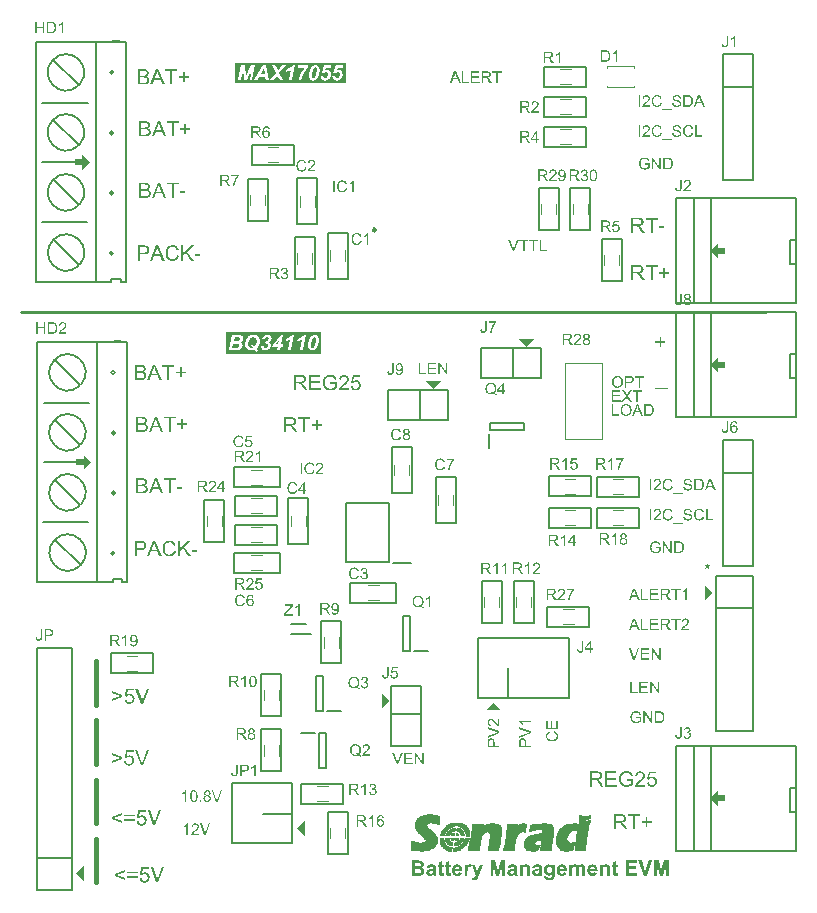
<source format=gto>
G04*
G04 #@! TF.GenerationSoftware,Altium Limited,Altium Designer,20.1.7 (139)*
G04*
G04 Layer_Color=65535*
%FSTAX24Y24*%
%MOIN*%
G70*
G04*
G04 #@! TF.SameCoordinates,32A48367-B763-4124-948E-770BFEAF10EB*
G04*
G04*
G04 #@! TF.FilePolarity,Positive*
G04*
G01*
G75*
%ADD10C,0.0098*%
%ADD11C,0.0070*%
%ADD12C,0.0018*%
%ADD13C,0.0157*%
%ADD14C,0.0040*%
%ADD15C,0.0050*%
%ADD16C,0.0079*%
%ADD17C,0.0100*%
%ADD18C,0.0039*%
G36*
X01185Y02225D02*
X0121Y022D01*
Y0225D01*
X01185Y02225D01*
D02*
G37*
G36*
X01921Y02375D02*
X01946Y0235D01*
Y024D01*
X01921Y02375D01*
D02*
G37*
G36*
X02229Y02801D02*
X02204Y02826D01*
Y02776D01*
X02229Y02801D01*
D02*
G37*
G36*
X02575Y02794D02*
X0255Y02769D01*
X026D01*
X02575Y02794D01*
D02*
G37*
G36*
X033044Y0316D02*
X032794Y03185D01*
Y03135D01*
X033044Y0316D01*
D02*
G37*
G36*
X032975Y02475D02*
X033225Y0245D01*
Y02465D01*
X033475D01*
Y02485D01*
X033225D01*
Y025D01*
X032975Y02475D01*
D02*
G37*
G36*
X01235Y03595D02*
X0121Y0362D01*
Y03605D01*
X01185D01*
Y03585D01*
X0121D01*
Y0357D01*
X01235Y03595D01*
D02*
G37*
G36*
X0123Y04595D02*
X01205Y0462D01*
Y04605D01*
X0118D01*
Y04585D01*
X01205D01*
Y0457D01*
X0123Y04595D01*
D02*
G37*
G36*
X02375Y03841D02*
X024Y03866D01*
X0235D01*
X02375Y03841D01*
D02*
G37*
G36*
X02685Y03981D02*
X0271Y04006D01*
X0266D01*
X02685Y03981D01*
D02*
G37*
G36*
X032975Y0392D02*
X033225Y03895D01*
Y0391D01*
X033475D01*
Y0393D01*
X033225D01*
Y03945D01*
X032975Y0392D01*
D02*
G37*
G36*
Y043D02*
X033225Y04275D01*
Y0429D01*
X033475D01*
Y0431D01*
X033225D01*
Y04325D01*
X032975Y043D01*
D02*
G37*
G36*
X030766Y03878D02*
X03064D01*
Y038442D01*
X030589D01*
Y03878D01*
X030462D01*
Y038826D01*
X030766D01*
Y03878D01*
D02*
G37*
G36*
X030299Y038825D02*
X030308Y038825D01*
X030318Y038824D01*
X030328Y038823D01*
X030336Y038822D01*
X030337D01*
X030341Y038821D01*
X030346Y03882D01*
X030353Y038818D01*
X03036Y038815D01*
X030368Y038812D01*
X030376Y038808D01*
X030383Y038804D01*
X030384Y038803D01*
X030387Y038801D01*
X03039Y038798D01*
X030394Y038794D01*
X030399Y038789D01*
X030404Y038782D01*
X03041Y038775D01*
X030414Y038767D01*
X030415Y038766D01*
X030416Y038763D01*
X030418Y038758D01*
X03042Y038751D01*
X030422Y038744D01*
X030424Y038735D01*
X030425Y038725D01*
X030426Y038714D01*
Y038714D01*
Y038712D01*
Y03871D01*
X030425Y038706D01*
X030425Y038702D01*
X030424Y038697D01*
X030423Y038691D01*
X030422Y038685D01*
X030418Y038673D01*
X030416Y038666D01*
X030413Y038659D01*
X030409Y038652D01*
X030405Y038645D01*
X0304Y038638D01*
X030394Y038632D01*
X030394Y038631D01*
X030393Y03863D01*
X030391Y038628D01*
X030388Y038627D01*
X030385Y038624D01*
X03038Y038621D01*
X030375Y038618D01*
X030369Y038615D01*
X030362Y038612D01*
X030353Y038608D01*
X030344Y038605D01*
X030334Y038603D01*
X030323Y038601D01*
X03031Y038599D01*
X030297Y038598D01*
X030282Y038598D01*
X030184D01*
Y038442D01*
X030133D01*
Y038826D01*
X030291D01*
X030299Y038825D01*
D02*
G37*
G36*
X029893Y038832D02*
X029898D01*
X029903Y038831D01*
X029909Y03883D01*
X029916Y038829D01*
X02993Y038826D01*
X029947Y038822D01*
X029963Y038815D01*
X029971Y038811D01*
X02998Y038807D01*
X02998Y038806D01*
X029981Y038806D01*
X029984Y038804D01*
X029987Y038802D01*
X02999Y0388D01*
X029995Y038796D01*
X030004Y038789D01*
X030014Y038779D01*
X030025Y038766D01*
X030036Y038752D01*
X030045Y038736D01*
Y038735D01*
X030046Y038734D01*
X030047Y038731D01*
X030048Y038728D01*
X03005Y038724D01*
X030052Y038719D01*
X030054Y038713D01*
X030056Y038706D01*
X030058Y038699D01*
X03006Y038691D01*
X030062Y038682D01*
X030064Y038673D01*
X030066Y038654D01*
X030067Y038633D01*
Y038632D01*
Y03863D01*
Y038627D01*
X030067Y038623D01*
Y038618D01*
X030066Y038612D01*
X030065Y038605D01*
X030065Y038598D01*
X030062Y038582D01*
X030057Y038564D01*
X030051Y038546D01*
X030048Y038537D01*
X030044Y038528D01*
Y038528D01*
X030042Y038526D01*
X030041Y038524D01*
X030039Y038521D01*
X030037Y038517D01*
X030034Y038513D01*
X030026Y038502D01*
X030017Y038491D01*
X030006Y038479D01*
X029992Y038468D01*
X029977Y038458D01*
X029976D01*
X029975Y038457D01*
X029973Y038456D01*
X029969Y038454D01*
X029965Y038453D01*
X029961Y038451D01*
X029955Y038449D01*
X029949Y038447D01*
X029943Y038444D01*
X029935Y038442D01*
X029919Y038439D01*
X029902Y038436D01*
X029884Y038435D01*
X029878D01*
X029875Y038436D01*
X02987D01*
X029864Y038437D01*
X029858Y038437D01*
X029851Y038438D01*
X029836Y038442D01*
X02982Y038446D01*
X029803Y038453D01*
X029795Y038457D01*
X029787Y038461D01*
X029786Y038462D01*
X029785Y038462D01*
X029783Y038464D01*
X029779Y038466D01*
X029776Y038468D01*
X029772Y038472D01*
X029763Y03848D01*
X029752Y03849D01*
X029741Y038502D01*
X029731Y038516D01*
X029722Y038532D01*
Y038533D01*
X029721Y038534D01*
X029719Y038537D01*
X029718Y03854D01*
X029717Y038544D01*
X029715Y038549D01*
X029713Y038555D01*
X029711Y038561D01*
X029709Y038568D01*
X029707Y038575D01*
X029703Y038592D01*
X029701Y038609D01*
X0297Y038628D01*
Y038629D01*
Y038629D01*
Y038633D01*
X029701Y038638D01*
Y038644D01*
X029702Y038652D01*
X029703Y038661D01*
X029704Y038672D01*
X029707Y038683D01*
X029709Y038695D01*
X029712Y038707D01*
X029717Y038719D01*
X029722Y038732D01*
X029727Y038744D01*
X029734Y038756D01*
X029742Y038768D01*
X029751Y038778D01*
X029752Y038779D01*
X029753Y03878D01*
X029757Y038783D01*
X02976Y038786D01*
X029765Y038791D01*
X029772Y038795D01*
X029779Y0388D01*
X029787Y038805D01*
X029796Y03881D01*
X029806Y038815D01*
X029817Y03882D01*
X029829Y038824D01*
X029842Y038827D01*
X029855Y03883D01*
X029869Y038832D01*
X029884Y038832D01*
X029889D01*
X029893Y038832D01*
D02*
G37*
G36*
X030226Y038176D02*
X03037Y037974D01*
X030307D01*
X03021Y038111D01*
X030209Y038111D01*
X030208Y038113D01*
X030207Y038115D01*
X030205Y038118D01*
X0302Y038126D01*
X030194Y038134D01*
X030194Y038133D01*
X030192Y038131D01*
X03019Y038128D01*
X030187Y038123D01*
X030181Y038115D01*
X030178Y038111D01*
X030176Y038107D01*
X030079Y037974D01*
X030018D01*
X030166Y038173D01*
X030035Y038358D01*
X030096D01*
X030166Y038259D01*
Y038259D01*
X030167Y038258D01*
X030168Y038257D01*
X03017Y038254D01*
X030173Y038249D01*
X030178Y038242D01*
X030183Y038234D01*
X030188Y038227D01*
X030192Y038219D01*
X030196Y038213D01*
X030197Y038214D01*
X030198Y038216D01*
X030201Y038221D01*
X030205Y038226D01*
X030209Y038232D01*
X030215Y03824D01*
X030221Y038248D01*
X030227Y038256D01*
X030304Y038358D01*
X030359D01*
X030226Y038176D01*
D02*
G37*
G36*
X030691Y038313D02*
X030564D01*
Y037974D01*
X030513D01*
Y038313D01*
X030387D01*
Y038358D01*
X030691D01*
Y038313D01*
D02*
G37*
G36*
X029978D02*
X029751D01*
Y038196D01*
X029964D01*
Y03815D01*
X029751D01*
Y03802D01*
X029987D01*
Y037974D01*
X0297D01*
Y038358D01*
X029978D01*
Y038313D01*
D02*
G37*
G36*
X030934Y03789D02*
X030945Y03789D01*
X030956Y037889D01*
X030967Y037887D01*
X030977Y037885D01*
X030977D01*
X030978Y037885D01*
X03098D01*
X030982Y037884D01*
X030988Y037882D01*
X030996Y037879D01*
X031005Y037875D01*
X031014Y03787D01*
X031024Y037865D01*
X031033Y037857D01*
X031033Y037857D01*
X031034Y037856D01*
X031035Y037855D01*
X031038Y037853D01*
X031043Y037847D01*
X03105Y03784D01*
X031057Y03783D01*
X031065Y037819D01*
X031072Y037806D01*
X031078Y037792D01*
Y037791D01*
X031079Y03779D01*
X03108Y037788D01*
X03108Y037785D01*
X031082Y037781D01*
X031083Y037776D01*
X031084Y037771D01*
X031086Y037765D01*
X031088Y037759D01*
X031089Y037752D01*
X031091Y037736D01*
X031093Y037719D01*
X031094Y0377D01*
Y0377D01*
Y037699D01*
Y037696D01*
Y037693D01*
X031093Y037689D01*
Y037685D01*
X031092Y037674D01*
X031091Y037662D01*
X031089Y037649D01*
X031086Y037636D01*
X031083Y037623D01*
Y037622D01*
X031083Y037621D01*
X031082Y037619D01*
X031081Y037617D01*
X031079Y037611D01*
X031076Y037603D01*
X031073Y037594D01*
X031068Y037585D01*
X031063Y037576D01*
X031057Y037567D01*
X031056Y037566D01*
X031054Y037563D01*
X031051Y037559D01*
X031046Y037554D01*
X031041Y037549D01*
X031035Y037543D01*
X031029Y037537D01*
X031022Y037532D01*
X031021Y037532D01*
X031019Y03753D01*
X031015Y037528D01*
X031009Y037525D01*
X031003Y037522D01*
X030995Y037519D01*
X030986Y037516D01*
X030976Y037513D01*
X030975D01*
X030973Y037512D01*
X030972Y037512D01*
X030966Y037511D01*
X030958Y03751D01*
X030949Y037509D01*
X030939Y037508D01*
X030927Y037507D01*
X030914Y037507D01*
X030776D01*
Y037891D01*
X030924D01*
X030934Y03789D01*
D02*
G37*
G36*
X030735Y037507D02*
X030677D01*
X030632Y037623D01*
X030471D01*
X03043Y037507D01*
X030376D01*
X030523Y037891D01*
X030578D01*
X030735Y037507D01*
D02*
G37*
G36*
X029751Y037552D02*
X02994D01*
Y037507D01*
X0297D01*
Y037891D01*
X029751D01*
Y037552D01*
D02*
G37*
G36*
X030178Y037897D02*
X030183D01*
X030188Y037896D01*
X030194Y037895D01*
X030201Y037894D01*
X030216Y037891D01*
X030232Y037887D01*
X030248Y03788D01*
X030257Y037876D01*
X030265Y037872D01*
X030266Y037871D01*
X030267Y037871D01*
X030269Y037869D01*
X030272Y037867D01*
X030276Y037865D01*
X03028Y037861D01*
X030289Y037854D01*
X030299Y037844D01*
X03031Y037831D01*
X030321Y037817D01*
X03033Y037801D01*
Y0378D01*
X030331Y037799D01*
X030332Y037796D01*
X030333Y037793D01*
X030335Y037789D01*
X030337Y037784D01*
X030339Y037778D01*
X030342Y037771D01*
X030343Y037764D01*
X030345Y037756D01*
X030348Y037747D01*
X030349Y037738D01*
X030352Y037719D01*
X030353Y037698D01*
Y037697D01*
Y037695D01*
Y037692D01*
X030352Y037688D01*
Y037683D01*
X030352Y037676D01*
X03035Y03767D01*
X03035Y037663D01*
X030347Y037647D01*
X030343Y037629D01*
X030337Y037611D01*
X030333Y037602D01*
X030329Y037593D01*
Y037593D01*
X030328Y037591D01*
X030327Y037589D01*
X030324Y037585D01*
X030322Y037582D01*
X030319Y037578D01*
X030312Y037567D01*
X030302Y037556D01*
X030291Y037544D01*
X030278Y037533D01*
X030262Y037523D01*
X030262D01*
X030261Y037522D01*
X030258Y037521D01*
X030254Y037519D01*
X030251Y037518D01*
X030246Y037516D01*
X030241Y037514D01*
X030234Y037512D01*
X030228Y037509D01*
X030221Y037507D01*
X030205Y037504D01*
X030187Y037501D01*
X030169Y0375D01*
X030163D01*
X03016Y037501D01*
X030155D01*
X03015Y037502D01*
X030143Y037502D01*
X030136Y037503D01*
X030121Y037507D01*
X030105Y037511D01*
X030089Y037518D01*
X03008Y037522D01*
X030072Y037526D01*
X030071Y037527D01*
X03007Y037527D01*
X030068Y037529D01*
X030065Y037531D01*
X030061Y037533D01*
X030057Y037537D01*
X030048Y037545D01*
X030037Y037555D01*
X030026Y037567D01*
X030016Y037581D01*
X030007Y037597D01*
Y037598D01*
X030006Y037599D01*
X030005Y037602D01*
X030004Y037605D01*
X030002Y037609D01*
X03Y037614D01*
X029998Y03762D01*
X029996Y037626D01*
X029994Y037633D01*
X029992Y03764D01*
X029989Y037657D01*
X029986Y037674D01*
X029985Y037693D01*
Y037694D01*
Y037694D01*
Y037698D01*
X029986Y037703D01*
Y037709D01*
X029987Y037717D01*
X029988Y037726D01*
X02999Y037737D01*
X029992Y037748D01*
X029994Y03776D01*
X029997Y037772D01*
X030002Y037784D01*
X030007Y037797D01*
X030012Y037809D01*
X03002Y037821D01*
X030027Y037832D01*
X030036Y037843D01*
X030037Y037844D01*
X030039Y037845D01*
X030042Y037848D01*
X030046Y037851D01*
X030051Y037856D01*
X030057Y03786D01*
X030064Y037865D01*
X030072Y03787D01*
X030081Y037875D01*
X030091Y03788D01*
X030102Y037885D01*
X030114Y037889D01*
X030127Y037892D01*
X03014Y037895D01*
X030154Y037897D01*
X030169Y037897D01*
X030174D01*
X030178Y037897D01*
D02*
G37*
G36*
X028703Y022551D02*
X028713Y022549D01*
X028724Y022547D01*
X028735Y022544D01*
X028746Y022541D01*
X028757Y022535D01*
X028759Y022534D01*
X028762Y022532D01*
X028767Y022528D01*
X028773Y022523D01*
X02878Y022516D01*
X028787Y022508D01*
X028794Y022498D01*
X0288Y022487D01*
X0288Y022486D01*
X028801Y022482D01*
X028802Y022476D01*
X028805Y022468D01*
X028807Y022458D01*
X028808Y022445D01*
X028809Y022429D01*
X02881Y022411D01*
Y022177D01*
X028713D01*
Y022386D01*
Y022387D01*
Y022388D01*
Y022391D01*
Y022395D01*
X028712Y022404D01*
X028711Y022415D01*
X028711Y022427D01*
X028708Y022438D01*
X028706Y022449D01*
X028704Y022452D01*
X028703Y022456D01*
X028702Y022457D01*
X0287Y02246D01*
X028697Y022462D01*
X028692Y022467D01*
X028687Y022471D01*
X028679Y022474D01*
X02867Y022476D01*
X028661Y022477D01*
X028657D01*
X028654Y022476D01*
X028649Y022476D01*
X028643Y022474D01*
X028636Y022472D01*
X028629Y022469D01*
X028622Y022465D01*
X028622Y022464D01*
X028619Y022462D01*
X028617Y02246D01*
X028613Y022455D01*
X028609Y02245D01*
X028604Y022444D01*
X0286Y022437D01*
X028597Y022428D01*
Y022427D01*
X028595Y022424D01*
X028595Y022418D01*
X028593Y02241D01*
X028592Y022399D01*
X028591Y022386D01*
X02859Y022371D01*
Y022352D01*
Y022177D01*
X028493D01*
Y022377D01*
Y022378D01*
Y022379D01*
Y022382D01*
Y022386D01*
Y022395D01*
X028492Y022406D01*
X028491Y022417D01*
X02849Y022428D01*
X028489Y022438D01*
X028487Y022443D01*
X028487Y022446D01*
Y022446D01*
X028486Y022449D01*
X028485Y022452D01*
X028483Y022454D01*
X028478Y022462D01*
X028474Y022466D01*
X028471Y022469D01*
X02847Y02247D01*
X028469Y022471D01*
X028466Y022472D01*
X028463Y022473D01*
X028459Y022475D01*
X028454Y022476D01*
X028448Y022477D01*
X028438D01*
X028434Y022476D01*
X028428Y022476D01*
X028422Y022474D01*
X028415Y022472D01*
X028409Y022469D01*
X028401Y022465D01*
X028401Y022464D01*
X028399Y022462D01*
X028396Y02246D01*
X028392Y022456D01*
X028388Y022451D01*
X028383Y022445D01*
X02838Y022438D01*
X028376Y02243D01*
Y022429D01*
X028375Y022425D01*
X028374Y022419D01*
X028372Y022412D01*
X028371Y022401D01*
X02837Y022389D01*
X028369Y022373D01*
Y022355D01*
Y022177D01*
X028272D01*
Y022543D01*
X028361D01*
Y022493D01*
X028361Y022494D01*
X028363Y022495D01*
X028366Y022498D01*
X028369Y022503D01*
X028374Y022507D01*
X028379Y022511D01*
X028385Y022517D01*
X028393Y022522D01*
X028401Y022527D01*
X028409Y022533D01*
X028428Y022543D01*
X028439Y022546D01*
X02845Y022549D01*
X028462Y022551D01*
X028474Y022551D01*
X02848D01*
X028487Y022551D01*
X028495Y02255D01*
X028504Y022548D01*
X028514Y022546D01*
X028525Y022542D01*
X028535Y022537D01*
X028536Y022536D01*
X028539Y022534D01*
X028544Y022531D01*
X02855Y022526D01*
X028557Y022519D01*
X028564Y022512D01*
X028571Y022503D01*
X028578Y022492D01*
X028579Y022494D01*
X028582Y022497D01*
X028587Y022503D01*
X028593Y022509D01*
X028601Y022516D01*
X02861Y022524D01*
X028619Y022531D01*
X02863Y022537D01*
X028631Y022538D01*
X028635Y022539D01*
X028641Y022541D01*
X028648Y022544D01*
X028657Y022547D01*
X028667Y022549D01*
X028678Y022551D01*
X028689Y022551D01*
X028696D01*
X028703Y022551D01*
D02*
G37*
G36*
X024971Y022551D02*
X024979Y022549D01*
X024989Y022547D01*
X025Y022543D01*
X025011Y022539D01*
X025023Y022532D01*
X024992Y022449D01*
X024991Y022449D01*
X024988Y022451D01*
X024983Y022454D01*
X024977Y022457D01*
X02497Y02246D01*
X024963Y022462D01*
X024955Y022464D01*
X024947Y022465D01*
X024944D01*
X024939Y022464D01*
X024935Y022463D01*
X02493Y022462D01*
X024924Y02246D01*
X024918Y022457D01*
X024912Y022453D01*
X024912Y022452D01*
X02491Y022451D01*
X024907Y022448D01*
X024904Y022444D01*
X024901Y022438D01*
X024897Y022431D01*
X024894Y022422D01*
X024891Y022412D01*
Y022411D01*
X02489Y022409D01*
X024889Y022406D01*
Y022403D01*
X024888Y022398D01*
X024888Y022393D01*
X024887Y022386D01*
X024886Y022379D01*
X024885Y022369D01*
X024885Y02236D01*
Y022348D01*
X024884Y022336D01*
X024883Y022322D01*
Y022306D01*
Y02229D01*
Y022177D01*
X024786D01*
Y022543D01*
X024876D01*
Y022492D01*
X024877Y022492D01*
X02488Y022497D01*
X024884Y022503D01*
X02489Y022511D01*
X024896Y022519D01*
X024903Y022527D01*
X02491Y022535D01*
X024917Y02254D01*
X024918Y022541D01*
X02492Y022542D01*
X024924Y022543D01*
X024929Y022546D01*
X024935Y022548D01*
X024942Y02255D01*
X02495Y022551D01*
X024958Y022551D01*
X024964D01*
X024971Y022551D01*
D02*
G37*
G36*
X029518Y022551D02*
X029526Y02255D01*
X029535Y022549D01*
X029545Y022546D01*
X029555Y022543D01*
X029565Y02254D01*
X029566Y022539D01*
X029569Y022538D01*
X029574Y022535D01*
X02958Y022532D01*
X029587Y022527D01*
X029593Y022522D01*
X0296Y022516D01*
X029606Y02251D01*
X029607Y022509D01*
X029608Y022507D01*
X02961Y022503D01*
X029613Y022498D01*
X029617Y022492D01*
X02962Y022485D01*
X029623Y022478D01*
X029625Y022469D01*
Y022468D01*
X029625Y022465D01*
X029627Y02246D01*
X029628Y022452D01*
X029629Y022444D01*
X02963Y022432D01*
X029631Y022419D01*
Y022404D01*
Y022177D01*
X029534D01*
Y022363D01*
Y022364D01*
Y022366D01*
Y022369D01*
Y022373D01*
Y022378D01*
Y022383D01*
X029533Y022395D01*
X029532Y022408D01*
X029531Y022421D01*
X029529Y022432D01*
X029529Y022436D01*
X029527Y02244D01*
Y022441D01*
X029526Y022443D01*
X029524Y022446D01*
X029522Y02245D01*
X029515Y022459D01*
X029512Y022463D01*
X029507Y022467D01*
X029506Y022468D01*
X029504Y022468D01*
X029502Y02247D01*
X029497Y022472D01*
X029492Y022474D01*
X029487Y022476D01*
X02948Y022476D01*
X029473Y022477D01*
X029469D01*
X029464Y022476D01*
X029459Y022476D01*
X029451Y022473D01*
X029444Y022471D01*
X029436Y022468D01*
X029428Y022463D01*
X029427Y022462D01*
X029425Y022461D01*
X029421Y022457D01*
X029417Y022454D01*
X029413Y022448D01*
X029408Y022442D01*
X029404Y022434D01*
X029401Y022426D01*
Y022425D01*
X029399Y022422D01*
X029399Y022416D01*
X029397Y022407D01*
X029397Y022402D01*
X029396Y022395D01*
X029395Y022389D01*
Y022381D01*
X029394Y022373D01*
X029394Y022363D01*
Y022353D01*
Y022342D01*
Y022177D01*
X029297D01*
Y022543D01*
X029386D01*
Y022489D01*
X029387Y02249D01*
X029389Y022492D01*
X029391Y022495D01*
X029395Y022499D01*
X029399Y022504D01*
X029405Y022509D01*
X029412Y022515D01*
X029419Y022521D01*
X029427Y022526D01*
X029437Y022532D01*
X029446Y022537D01*
X029457Y022542D01*
X029469Y022546D01*
X02948Y022549D01*
X029494Y022551D01*
X029507Y022551D01*
X029512D01*
X029518Y022551D01*
D02*
G37*
G36*
X026853D02*
X026861Y02255D01*
X02687Y022549D01*
X026879Y022546D01*
X02689Y022543D01*
X0269Y02254D01*
X026901Y022539D01*
X026904Y022538D01*
X026909Y022535D01*
X026915Y022532D01*
X026922Y022527D01*
X026928Y022522D01*
X026935Y022516D01*
X026941Y02251D01*
X026941Y022509D01*
X026943Y022507D01*
X026945Y022503D01*
X026948Y022498D01*
X026951Y022492D01*
X026954Y022485D01*
X026957Y022478D01*
X02696Y022469D01*
Y022468D01*
X02696Y022465D01*
X026962Y02246D01*
X026962Y022452D01*
X026964Y022444D01*
X026965Y022432D01*
X026965Y022419D01*
Y022404D01*
Y022177D01*
X026868D01*
Y022363D01*
Y022364D01*
Y022366D01*
Y022369D01*
Y022373D01*
Y022378D01*
Y022383D01*
X026868Y022395D01*
X026867Y022408D01*
X026865Y022421D01*
X026864Y022432D01*
X026863Y022436D01*
X026862Y02244D01*
Y022441D01*
X02686Y022443D01*
X026859Y022446D01*
X026857Y02245D01*
X02685Y022459D01*
X026847Y022463D01*
X026841Y022467D01*
X026841Y022468D01*
X026839Y022468D01*
X026836Y02247D01*
X026832Y022472D01*
X026827Y022474D01*
X026822Y022476D01*
X026815Y022476D01*
X026808Y022477D01*
X026804D01*
X026799Y022476D01*
X026793Y022476D01*
X026786Y022473D01*
X026779Y022471D01*
X026771Y022468D01*
X026763Y022463D01*
X026762Y022462D01*
X02676Y022461D01*
X026756Y022457D01*
X026752Y022454D01*
X026747Y022448D01*
X026743Y022442D01*
X026739Y022434D01*
X026736Y022426D01*
Y022425D01*
X026734Y022422D01*
X026734Y022416D01*
X026732Y022407D01*
X026731Y022402D01*
X026731Y022395D01*
X02673Y022389D01*
Y022381D01*
X026729Y022373D01*
X026728Y022363D01*
Y022353D01*
Y022342D01*
Y022177D01*
X026631D01*
Y022543D01*
X026721D01*
Y022489D01*
X026722Y02249D01*
X026723Y022492D01*
X026726Y022495D01*
X02673Y022499D01*
X026734Y022504D01*
X02674Y022509D01*
X026747Y022515D01*
X026754Y022521D01*
X026762Y022526D01*
X026771Y022532D01*
X026781Y022537D01*
X026792Y022542D01*
X026804Y022546D01*
X026815Y022549D01*
X026828Y022551D01*
X026841Y022551D01*
X026847D01*
X026853Y022551D01*
D02*
G37*
G36*
X031585Y022177D02*
X031491Y022177D01*
X03149Y022574D01*
X031391Y022177D01*
X031293D01*
X031194Y022574D01*
Y022177D01*
X0311D01*
Y022682D01*
X031252D01*
X031342Y022337D01*
X031432Y022682D01*
X031585Y022682D01*
Y022177D01*
D02*
G37*
G36*
X026138Y022177D02*
X026044D01*
X026043Y022574D01*
X025944Y022177D01*
X025846D01*
X025746Y022574D01*
Y022177D01*
X025652D01*
Y022682D01*
X025805D01*
X025895Y022337D01*
X025985Y022682D01*
X026138D01*
Y022177D01*
D02*
G37*
G36*
X03087D02*
X03076D01*
X030579Y022682D01*
X030689D01*
X030817Y022309D01*
X030941Y022682D01*
X031049D01*
X03087Y022177D01*
D02*
G37*
G36*
X025265Y022191D02*
X025242Y022128D01*
X025241Y022126D01*
X02524Y022123D01*
X025237Y022117D01*
X025234Y02211D01*
X02523Y022102D01*
X025226Y022094D01*
X025222Y022086D01*
X025217Y022079D01*
X025216Y022078D01*
X025215Y022076D01*
X025213Y022073D01*
X02521Y022069D01*
X025202Y02206D01*
X025191Y022051D01*
X02519Y022051D01*
X025188Y02205D01*
X025185Y022048D01*
X025181Y022046D01*
X025176Y022043D01*
X02517Y02204D01*
X025163Y022037D01*
X025155Y022035D01*
X025154D01*
X025151Y022035D01*
X025146Y022033D01*
X02514Y022032D01*
X025133Y022031D01*
X025125Y022029D01*
X025115Y022029D01*
X025101D01*
X025095Y022029D01*
X025088D01*
X025079Y02203D01*
X025071Y022032D01*
X025051Y022035D01*
X025042Y022111D01*
X025043D01*
X025046Y02211D01*
X02505Y02211D01*
X025056Y022109D01*
X025062Y022107D01*
X025069Y022107D01*
X025083Y022106D01*
X025089D01*
X025095Y022107D01*
X025102Y022109D01*
X02511Y022111D01*
X025118Y022115D01*
X025126Y02212D01*
X025133Y022126D01*
X025133Y022127D01*
X025136Y02213D01*
X025138Y022134D01*
X025142Y02214D01*
X025146Y022148D01*
X02515Y022156D01*
X025154Y022166D01*
X025157Y022177D01*
X025019Y022543D01*
X025122D01*
X025208Y022283D01*
X025294Y022543D01*
X025394D01*
X025265Y022191D01*
D02*
G37*
G36*
X030535Y022597D02*
X030263D01*
Y022485D01*
X030516D01*
Y0224D01*
X030263D01*
Y022263D01*
X030544D01*
Y022177D01*
X030161D01*
Y022682D01*
X030535D01*
Y022597D01*
D02*
G37*
G36*
X027222Y022551D02*
X027228D01*
X027242Y022549D01*
X027258Y022548D01*
X027274Y022545D01*
X027289Y022541D01*
X027296Y022538D01*
X027302Y022535D01*
X027303D01*
X027304Y022535D01*
X027307Y022532D01*
X027313Y02253D01*
X02732Y022525D01*
X027328Y022519D01*
X027335Y022513D01*
X027341Y022505D01*
X027347Y022497D01*
X027348Y022495D01*
X02735Y022492D01*
X027352Y022486D01*
X027352Y022482D01*
X027354Y022477D01*
X027355Y022472D01*
X027356Y022465D01*
X027358Y022458D01*
X027358Y02245D01*
X027359Y022441D01*
X02736Y022432D01*
X02736Y022422D01*
Y02241D01*
X027359Y022297D01*
Y022296D01*
Y022295D01*
Y022293D01*
Y022289D01*
Y02228D01*
X02736Y02227D01*
Y022258D01*
X027361Y022247D01*
X027362Y022235D01*
X027363Y022226D01*
Y022225D01*
X027364Y022222D01*
X027366Y022217D01*
X027367Y022211D01*
X02737Y022204D01*
X027373Y022196D01*
X027376Y022187D01*
X027381Y022177D01*
X027285D01*
Y022178D01*
X027285Y022179D01*
X027284Y022182D01*
X027282Y022185D01*
X027281Y022188D01*
X02728Y022193D01*
X027278Y022199D01*
X027276Y022206D01*
Y022207D01*
X027275Y022207D01*
X027274Y02221D01*
X027273Y022214D01*
X027272Y022217D01*
X027271Y022216D01*
X027268Y022213D01*
X027263Y022209D01*
X027256Y022204D01*
X027248Y022198D01*
X027239Y022191D01*
X027229Y022186D01*
X027219Y022181D01*
X027218Y02218D01*
X027214Y02218D01*
X027208Y022177D01*
X027201Y022175D01*
X027192Y022173D01*
X027182Y022172D01*
X02717Y02217D01*
X027159Y022169D01*
X027153D01*
X027149Y02217D01*
X027145D01*
X027139Y022171D01*
X027126Y022173D01*
X027112Y022177D01*
X027097Y022182D01*
X027083Y022189D01*
X02707Y022199D01*
Y0222D01*
X027068Y022201D01*
X027064Y022205D01*
X027059Y022212D01*
X027054Y02222D01*
X027048Y022231D01*
X027043Y022245D01*
X027039Y02226D01*
X027038Y022268D01*
X027038Y022277D01*
Y022278D01*
Y022282D01*
X027038Y022288D01*
X02704Y022295D01*
X027041Y022304D01*
X027043Y022312D01*
X027047Y022322D01*
X027052Y022331D01*
X027053Y022333D01*
X027055Y022336D01*
X027058Y02234D01*
X027063Y022345D01*
X027068Y022351D01*
X027075Y022358D01*
X027083Y022363D01*
X027093Y022368D01*
X027094Y022369D01*
X027098Y022371D01*
X027104Y022373D01*
X027113Y022376D01*
X027124Y02238D01*
X027137Y022384D01*
X027153Y022387D01*
X02717Y022391D01*
X027171D01*
X027173Y022392D01*
X027177Y022393D01*
X027181Y022393D01*
X027187Y022394D01*
X027194Y022395D01*
X027208Y022399D01*
X027223Y022403D01*
X027239Y022406D01*
X027253Y022411D01*
X02726Y022413D01*
X027265Y022415D01*
Y022425D01*
Y022426D01*
Y022429D01*
X027264Y022434D01*
X027264Y022441D01*
X027261Y022447D01*
X027259Y022454D01*
X027255Y02246D01*
X02725Y022465D01*
X02725Y022465D01*
X027247Y022467D01*
X027244Y022468D01*
X027239Y022471D01*
X027231Y022473D01*
X027223Y022475D01*
X027212Y022476D01*
X027199Y022477D01*
X027194D01*
X02719Y022476D01*
X027184Y022476D01*
X027177Y022474D01*
X02717Y022473D01*
X027164Y02247D01*
X027158Y022466D01*
X027157Y022465D01*
X027156Y022464D01*
X027153Y022462D01*
X02715Y022458D01*
X027145Y022453D01*
X027142Y022446D01*
X027138Y022439D01*
X027134Y02243D01*
X027048Y022446D01*
Y022447D01*
X027048Y022449D01*
X027049Y022452D01*
X027051Y022455D01*
X027052Y02246D01*
X027054Y022465D01*
X027059Y022476D01*
X027067Y022489D01*
X027075Y022502D01*
X027086Y022514D01*
X027098Y022525D01*
X027099D01*
X027099Y022527D01*
X027102Y022527D01*
X027105Y02253D01*
X027109Y022531D01*
X027113Y022533D01*
X027119Y022536D01*
X027125Y022538D01*
X027132Y022541D01*
X02714Y022543D01*
X027149Y022546D01*
X027159Y022547D01*
X027169Y022549D01*
X027181Y02255D01*
X027193Y022551D01*
X027217D01*
X027222Y022551D01*
D02*
G37*
G36*
X026399D02*
X026405D01*
X026419Y022549D01*
X026435Y022548D01*
X026451Y022545D01*
X026466Y022541D01*
X026473Y022538D01*
X026479Y022535D01*
X02648D01*
X026481Y022535D01*
X026484Y022532D01*
X02649Y02253D01*
X026497Y022525D01*
X026505Y022519D01*
X026512Y022513D01*
X026518Y022505D01*
X026524Y022497D01*
X026525Y022495D01*
X026526Y022492D01*
X026529Y022486D01*
X026529Y022482D01*
X026531Y022477D01*
X026532Y022472D01*
X026533Y022465D01*
X026535Y022458D01*
X026535Y02245D01*
X026536Y022441D01*
X026537Y022432D01*
X026537Y022422D01*
Y02241D01*
X026536Y022297D01*
Y022296D01*
Y022295D01*
Y022293D01*
Y022289D01*
Y02228D01*
X026537Y02227D01*
Y022258D01*
X026538Y022247D01*
X026539Y022235D01*
X02654Y022226D01*
Y022225D01*
X026541Y022222D01*
X026543Y022217D01*
X026544Y022211D01*
X026547Y022204D01*
X02655Y022196D01*
X026553Y022187D01*
X026558Y022177D01*
X026462D01*
Y022178D01*
X026462Y022179D01*
X026461Y022182D01*
X026459Y022185D01*
X026458Y022188D01*
X026456Y022193D01*
X026455Y022199D01*
X026453Y022206D01*
Y022207D01*
X026452Y022207D01*
X026451Y02221D01*
X02645Y022214D01*
X026449Y022217D01*
X026448Y022216D01*
X026445Y022213D01*
X02644Y022209D01*
X026433Y022204D01*
X026425Y022198D01*
X026416Y022191D01*
X026406Y022186D01*
X026396Y022181D01*
X026395Y02218D01*
X026391Y02218D01*
X026385Y022177D01*
X026378Y022175D01*
X026369Y022173D01*
X026359Y022172D01*
X026347Y02217D01*
X026335Y022169D01*
X02633D01*
X026326Y02217D01*
X026322D01*
X026316Y022171D01*
X026303Y022173D01*
X026289Y022177D01*
X026274Y022182D01*
X02626Y022189D01*
X026247Y022199D01*
Y0222D01*
X026245Y022201D01*
X026241Y022205D01*
X026236Y022212D01*
X026231Y02222D01*
X026225Y022231D01*
X02622Y022245D01*
X026216Y02226D01*
X026215Y022268D01*
X026214Y022277D01*
Y022278D01*
Y022282D01*
X026215Y022288D01*
X026217Y022295D01*
X026218Y022304D01*
X02622Y022312D01*
X026224Y022322D01*
X026229Y022331D01*
X02623Y022333D01*
X026232Y022336D01*
X026235Y02234D01*
X02624Y022345D01*
X026245Y022351D01*
X026252Y022358D01*
X02626Y022363D01*
X02627Y022368D01*
X026271Y022369D01*
X026275Y022371D01*
X026281Y022373D01*
X02629Y022376D01*
X0263Y02238D01*
X026314Y022384D01*
X02633Y022387D01*
X026347Y022391D01*
X026348D01*
X02635Y022392D01*
X026354Y022393D01*
X026358Y022393D01*
X026364Y022394D01*
X02637Y022395D01*
X026385Y022399D01*
X0264Y022403D01*
X026416Y022406D01*
X02643Y022411D01*
X026437Y022413D01*
X026442Y022415D01*
Y022425D01*
Y022426D01*
Y022429D01*
X026441Y022434D01*
X02644Y022441D01*
X026438Y022447D01*
X026436Y022454D01*
X026432Y02246D01*
X026427Y022465D01*
X026427Y022465D01*
X026424Y022467D01*
X026421Y022468D01*
X026416Y022471D01*
X026408Y022473D01*
X0264Y022475D01*
X026389Y022476D01*
X026376Y022477D01*
X026371D01*
X026367Y022476D01*
X026361Y022476D01*
X026354Y022474D01*
X026347Y022473D01*
X026341Y02247D01*
X026335Y022466D01*
X026334Y022465D01*
X026333Y022464D01*
X02633Y022462D01*
X026327Y022458D01*
X026322Y022453D01*
X026319Y022446D01*
X026315Y022439D01*
X026311Y02243D01*
X026225Y022446D01*
Y022447D01*
X026225Y022449D01*
X026226Y022452D01*
X026228Y022455D01*
X026229Y02246D01*
X026231Y022465D01*
X026236Y022476D01*
X026244Y022489D01*
X026252Y022502D01*
X026263Y022514D01*
X026275Y022525D01*
X026276D01*
X026276Y022527D01*
X026279Y022527D01*
X026282Y02253D01*
X026286Y022531D01*
X02629Y022533D01*
X026296Y022536D01*
X026302Y022538D01*
X026309Y022541D01*
X026317Y022543D01*
X026326Y022546D01*
X026336Y022547D01*
X026346Y022549D01*
X026358Y02255D01*
X02637Y022551D01*
X026394D01*
X026399Y022551D01*
D02*
G37*
G36*
X023695Y022551D02*
X023701D01*
X023715Y022549D01*
X023731Y022548D01*
X023747Y022545D01*
X023762Y022541D01*
X023769Y022538D01*
X023775Y022535D01*
X023776D01*
X023777Y022535D01*
X02378Y022532D01*
X023786Y02253D01*
X023793Y022525D01*
X023801Y022519D01*
X023808Y022513D01*
X023815Y022505D01*
X02382Y022497D01*
X023821Y022495D01*
X023823Y022492D01*
X023825Y022486D01*
X023826Y022482D01*
X023827Y022477D01*
X023828Y022472D01*
X023829Y022465D01*
X023831Y022458D01*
X023831Y02245D01*
X023832Y022441D01*
X023833Y022432D01*
X023834Y022422D01*
Y02241D01*
X023832Y022297D01*
Y022296D01*
Y022295D01*
Y022293D01*
Y022289D01*
Y02228D01*
X023833Y02227D01*
Y022258D01*
X023834Y022247D01*
X023835Y022235D01*
X023836Y022226D01*
Y022225D01*
X023837Y022222D01*
X023839Y022217D01*
X02384Y022211D01*
X023843Y022204D01*
X023846Y022196D01*
X02385Y022187D01*
X023854Y022177D01*
X023758D01*
Y022178D01*
X023758Y022179D01*
X023757Y022182D01*
X023756Y022185D01*
X023754Y022188D01*
X023753Y022193D01*
X023751Y022199D01*
X023749Y022206D01*
Y022207D01*
X023748Y022207D01*
X023748Y02221D01*
X023746Y022214D01*
X023745Y022217D01*
X023744Y022216D01*
X023741Y022213D01*
X023736Y022209D01*
X023729Y022204D01*
X023721Y022198D01*
X023713Y022191D01*
X023702Y022186D01*
X023692Y022181D01*
X023691Y02218D01*
X023687Y02218D01*
X023681Y022177D01*
X023674Y022175D01*
X023665Y022173D01*
X023655Y022172D01*
X023643Y02217D01*
X023632Y022169D01*
X023627D01*
X023622Y02217D01*
X023618D01*
X023612Y022171D01*
X0236Y022173D01*
X023585Y022177D01*
X02357Y022182D01*
X023556Y022189D01*
X023543Y022199D01*
Y0222D01*
X023541Y022201D01*
X023538Y022205D01*
X023532Y022212D01*
X023527Y02222D01*
X023521Y022231D01*
X023516Y022245D01*
X023512Y02226D01*
X023511Y022268D01*
X023511Y022277D01*
Y022278D01*
Y022282D01*
X023511Y022288D01*
X023513Y022295D01*
X023514Y022304D01*
X023516Y022312D01*
X02352Y022322D01*
X023525Y022331D01*
X023526Y022333D01*
X023528Y022336D01*
X023531Y02234D01*
X023536Y022345D01*
X023541Y022351D01*
X023549Y022358D01*
X023557Y022363D01*
X023566Y022368D01*
X023567Y022369D01*
X023571Y022371D01*
X023577Y022373D01*
X023586Y022376D01*
X023597Y02238D01*
X02361Y022384D01*
X023626Y022387D01*
X023643Y022391D01*
X023644D01*
X023646Y022392D01*
X02365Y022393D01*
X023654Y022393D01*
X02366Y022394D01*
X023667Y022395D01*
X023681Y022399D01*
X023696Y022403D01*
X023713Y022406D01*
X023726Y022411D01*
X023733Y022413D01*
X023738Y022415D01*
Y022425D01*
Y022426D01*
Y022429D01*
X023737Y022434D01*
X023737Y022441D01*
X023734Y022447D01*
X023732Y022454D01*
X023729Y02246D01*
X023723Y022465D01*
X023723Y022465D01*
X023721Y022467D01*
X023717Y022468D01*
X023712Y022471D01*
X023705Y022473D01*
X023696Y022475D01*
X023685Y022476D01*
X023672Y022477D01*
X023667D01*
X023663Y022476D01*
X023657Y022476D01*
X023651Y022474D01*
X023643Y022473D01*
X023637Y02247D01*
X023631Y022466D01*
X02363Y022465D01*
X023629Y022464D01*
X023626Y022462D01*
X023623Y022458D01*
X023619Y022453D01*
X023615Y022446D01*
X023611Y022439D01*
X023608Y02243D01*
X023521Y022446D01*
Y022447D01*
X023522Y022449D01*
X023522Y022452D01*
X023524Y022455D01*
X023525Y02246D01*
X023527Y022465D01*
X023532Y022476D01*
X02354Y022489D01*
X023549Y022502D01*
X023559Y022514D01*
X023571Y022525D01*
X023572D01*
X023573Y022527D01*
X023575Y022527D01*
X023578Y02253D01*
X023582Y022531D01*
X023586Y022533D01*
X023592Y022536D01*
X023598Y022538D01*
X023605Y022541D01*
X023613Y022543D01*
X023622Y022546D01*
X023632Y022547D01*
X023643Y022549D01*
X023654Y02255D01*
X023666Y022551D01*
X02369D01*
X023695Y022551D01*
D02*
G37*
G36*
X023263Y022681D02*
X023278Y02268D01*
X023293Y02268D01*
X023306Y022678D01*
X023319Y022677D01*
X02332D01*
X023324Y022676D01*
X023329Y022675D01*
X023336Y022672D01*
X023344Y02267D01*
X023353Y022666D01*
X023363Y022662D01*
X023371Y022656D01*
X023372Y022655D01*
X023375Y022653D01*
X023379Y022649D01*
X023385Y022645D01*
X023391Y022638D01*
X023398Y022631D01*
X023404Y022623D01*
X02341Y022613D01*
X023411Y022612D01*
X023412Y022609D01*
X023415Y022603D01*
X023418Y022596D01*
X023421Y022587D01*
X023424Y022578D01*
X023425Y022566D01*
X023426Y022554D01*
Y022554D01*
Y022553D01*
Y022549D01*
X023425Y022542D01*
X023424Y022533D01*
X023421Y022523D01*
X023418Y022512D01*
X023413Y022501D01*
X023406Y022489D01*
X023406Y022488D01*
X023403Y022484D01*
X023398Y022479D01*
X023393Y022473D01*
X023386Y022466D01*
X023377Y022458D01*
X023367Y022452D01*
X023355Y022445D01*
X023356D01*
X023358Y022444D01*
X02336Y022444D01*
X023363Y022443D01*
X023371Y022439D01*
X023382Y022434D01*
X023393Y022428D01*
X023405Y02242D01*
X023416Y022411D01*
X023426Y022399D01*
X023427Y022398D01*
X02343Y022393D01*
X023434Y022387D01*
X023438Y022378D01*
X023443Y022366D01*
X023447Y022354D01*
X02345Y022339D01*
X023451Y022323D01*
Y022323D01*
Y022322D01*
Y022317D01*
X02345Y022311D01*
X023449Y022302D01*
X023447Y022292D01*
X023444Y02228D01*
X02344Y022269D01*
X023435Y022256D01*
X023434Y022255D01*
X023432Y022251D01*
X023428Y022245D01*
X023423Y022238D01*
X023417Y022229D01*
X023409Y022221D01*
X023401Y022212D01*
X023391Y022204D01*
X02339Y022204D01*
X023386Y022202D01*
X02338Y022198D01*
X023372Y022194D01*
X023362Y02219D01*
X02335Y022186D01*
X023337Y022183D01*
X023323Y02218D01*
X02332D01*
X023317Y02218D01*
X023309D01*
X023304Y022179D01*
X02329D01*
X023282Y022178D01*
X02326D01*
X023247Y022177D01*
X023029D01*
Y022682D01*
X02325D01*
X023263Y022681D01*
D02*
G37*
G36*
X02983Y022543D02*
X029897D01*
Y022466D01*
X02983D01*
Y022318D01*
Y022317D01*
Y022316D01*
Y022314D01*
Y022311D01*
Y022304D01*
Y022295D01*
X029831Y022286D01*
Y022277D01*
Y022271D01*
X029832Y022268D01*
Y022266D01*
X029832Y022265D01*
X029834Y022262D01*
X029836Y022258D01*
X029841Y022254D01*
X029842Y022253D01*
X029845Y022252D01*
X02985Y02225D01*
X029857Y02225D01*
X029859D01*
X029862Y02225D01*
X029867Y022251D01*
X029873Y022252D01*
X029879Y022253D01*
X029887Y022255D01*
X029896Y022258D01*
X029905Y022183D01*
X029904D01*
X029903Y022183D01*
X029899Y022181D01*
X029892Y022179D01*
X029882Y022177D01*
X029871Y022174D01*
X029858Y022172D01*
X029843Y02217D01*
X029828Y022169D01*
X029824D01*
X029819Y02217D01*
X029812Y022171D01*
X029805Y022172D01*
X029797Y022173D01*
X029789Y022175D01*
X029781Y022178D01*
X02978Y022179D01*
X029777Y02218D01*
X029773Y022182D01*
X029769Y022184D01*
X029759Y022191D01*
X029754Y022196D01*
X029749Y022201D01*
X029749Y022202D01*
X029748Y022204D01*
X029746Y022207D01*
X029744Y022211D01*
X029742Y022216D01*
X02974Y022223D01*
X029738Y02223D01*
X029736Y022238D01*
Y022239D01*
X029736Y022242D01*
Y022246D01*
X029735Y022253D01*
X029734Y022263D01*
Y022274D01*
X029733Y022281D01*
Y022289D01*
Y022297D01*
Y022306D01*
Y022466D01*
X029689D01*
Y022543D01*
X029733D01*
Y022616D01*
X02983Y022673D01*
Y022543D01*
D02*
G37*
G36*
X029058Y022551D02*
X029065Y02255D01*
X029073Y022549D01*
X029082Y022547D01*
X029091Y022545D01*
X029101Y022542D01*
X029112Y022538D01*
X029122Y022534D01*
X029133Y022528D01*
X029144Y022522D01*
X029154Y022515D01*
X029164Y022506D01*
X029173Y022497D01*
X029173Y022496D01*
X029175Y022495D01*
X029177Y022491D01*
X02918Y022487D01*
X029184Y022481D01*
X029187Y022474D01*
X029192Y022465D01*
X029196Y022456D01*
X0292Y022445D01*
X029205Y022433D01*
X029208Y022419D01*
X029212Y022404D01*
X029215Y022388D01*
X029217Y022371D01*
X029219Y022352D01*
Y022332D01*
X028977D01*
Y022331D01*
Y02233D01*
Y022328D01*
X028977Y022325D01*
X028978Y022317D01*
X02898Y022307D01*
X028982Y022297D01*
X028987Y022285D01*
X028992Y022274D01*
X028999Y022265D01*
X029Y022264D01*
X029004Y022261D01*
X029008Y022258D01*
X029015Y022253D01*
X029023Y022249D01*
X029033Y022245D01*
X029044Y022242D01*
X029055Y022242D01*
X029059D01*
X029063Y022242D01*
X029069Y022243D01*
X029074Y022245D01*
X029081Y022247D01*
X029087Y02225D01*
X029093Y022254D01*
X029094Y022255D01*
X029096Y022256D01*
X029099Y022259D01*
X029102Y022263D01*
X029106Y022269D01*
X02911Y022276D01*
X029114Y022285D01*
X029117Y022294D01*
X029214Y022278D01*
Y022277D01*
X029213Y022276D01*
X029211Y022273D01*
X02921Y022269D01*
X029208Y022265D01*
X029206Y02226D01*
X029199Y022248D01*
X029191Y022235D01*
X029181Y022221D01*
X029168Y022209D01*
X029155Y022197D01*
X029154D01*
X029153Y022196D01*
X02915Y022195D01*
X029147Y022193D01*
X029144Y022191D01*
X029138Y022188D01*
X029133Y022186D01*
X029127Y022183D01*
X029112Y022178D01*
X029095Y022174D01*
X029076Y022171D01*
X029055Y022169D01*
X02905D01*
X029046Y02217D01*
X029039D01*
X029031Y022172D01*
X029022Y022173D01*
X029012Y022175D01*
X029001Y022177D01*
X02899Y02218D01*
X028978Y022185D01*
X028966Y02219D01*
X028955Y022196D01*
X028943Y022203D01*
X028932Y022211D01*
X028923Y02222D01*
X028913Y022231D01*
X028912Y022232D01*
X028912Y022234D01*
X02891Y022237D01*
X028907Y02224D01*
X028905Y022245D01*
X028902Y022251D01*
X028899Y022258D01*
X028896Y022266D01*
X028892Y022274D01*
X028889Y022284D01*
X028886Y022294D01*
X028883Y022306D01*
X028881Y022317D01*
X028879Y02233D01*
X028878Y022344D01*
X028878Y022358D01*
Y022358D01*
Y022361D01*
Y022366D01*
X028878Y022373D01*
X028879Y02238D01*
X02888Y022389D01*
X028881Y022398D01*
X028883Y022409D01*
X028889Y022432D01*
X028893Y022444D01*
X028897Y022456D01*
X028903Y022468D01*
X02891Y022479D01*
X028917Y022489D01*
X028925Y0225D01*
X028926Y0225D01*
X028927Y022502D01*
X02893Y022505D01*
X028934Y022508D01*
X028938Y022511D01*
X028944Y022516D01*
X02895Y022521D01*
X028958Y022526D01*
X028966Y02253D01*
X028975Y022535D01*
X028985Y02254D01*
X028996Y022543D01*
X029007Y022546D01*
X029019Y022549D01*
X029031Y022551D01*
X029044Y022551D01*
X029052D01*
X029058Y022551D01*
D02*
G37*
G36*
X028039D02*
X028046Y02255D01*
X028054Y022549D01*
X028062Y022547D01*
X028072Y022545D01*
X028082Y022542D01*
X028092Y022538D01*
X028103Y022534D01*
X028114Y022528D01*
X028124Y022522D01*
X028135Y022515D01*
X028145Y022506D01*
X028154Y022497D01*
X028154Y022496D01*
X028156Y022495D01*
X028158Y022491D01*
X028161Y022487D01*
X028165Y022481D01*
X028168Y022474D01*
X028173Y022465D01*
X028177Y022456D01*
X028181Y022445D01*
X028186Y022433D01*
X028189Y022419D01*
X028193Y022404D01*
X028196Y022388D01*
X028198Y022371D01*
X0282Y022352D01*
Y022332D01*
X027958D01*
Y022331D01*
Y02233D01*
Y022328D01*
X027958Y022325D01*
X027959Y022317D01*
X02796Y022307D01*
X027963Y022297D01*
X027968Y022285D01*
X027973Y022274D01*
X02798Y022265D01*
X027981Y022264D01*
X027984Y022261D01*
X027989Y022258D01*
X027995Y022253D01*
X028003Y022249D01*
X028014Y022245D01*
X028025Y022242D01*
X028036Y022242D01*
X02804D01*
X028044Y022242D01*
X028049Y022243D01*
X028055Y022245D01*
X028062Y022247D01*
X028068Y02225D01*
X028074Y022254D01*
X028075Y022255D01*
X028077Y022256D01*
X02808Y022259D01*
X028083Y022263D01*
X028087Y022269D01*
X028091Y022276D01*
X028095Y022285D01*
X028098Y022294D01*
X028194Y022278D01*
Y022277D01*
X028194Y022276D01*
X028192Y022273D01*
X028191Y022269D01*
X028189Y022265D01*
X028186Y02226D01*
X02818Y022248D01*
X028172Y022235D01*
X028162Y022221D01*
X028149Y022209D01*
X028135Y022197D01*
X028135D01*
X028134Y022196D01*
X028131Y022195D01*
X028128Y022193D01*
X028124Y022191D01*
X028119Y022188D01*
X028114Y022186D01*
X028108Y022183D01*
X028093Y022178D01*
X028076Y022174D01*
X028057Y022171D01*
X028036Y022169D01*
X028031D01*
X028027Y02217D01*
X02802D01*
X028012Y022172D01*
X028003Y022173D01*
X027992Y022175D01*
X027982Y022177D01*
X027971Y02218D01*
X027959Y022185D01*
X027947Y02219D01*
X027936Y022196D01*
X027924Y022203D01*
X027913Y022211D01*
X027904Y02222D01*
X027894Y022231D01*
X027893Y022232D01*
X027893Y022234D01*
X027891Y022237D01*
X027888Y02224D01*
X027886Y022245D01*
X027883Y022251D01*
X02788Y022258D01*
X027877Y022266D01*
X027873Y022274D01*
X02787Y022284D01*
X027866Y022294D01*
X027864Y022306D01*
X027862Y022317D01*
X02786Y02233D01*
X027859Y022344D01*
X027858Y022358D01*
Y022358D01*
Y022361D01*
Y022366D01*
X027859Y022373D01*
X02786Y02238D01*
X027861Y022389D01*
X027862Y022398D01*
X027864Y022409D01*
X02787Y022432D01*
X027874Y022444D01*
X027878Y022456D01*
X027884Y022468D01*
X02789Y022479D01*
X027898Y022489D01*
X027906Y0225D01*
X027906Y0225D01*
X027908Y022502D01*
X027911Y022505D01*
X027915Y022508D01*
X027919Y022511D01*
X027925Y022516D01*
X027931Y022521D01*
X027939Y022526D01*
X027947Y02253D01*
X027956Y022535D01*
X027966Y02254D01*
X027976Y022543D01*
X027987Y022546D01*
X028Y022549D01*
X028012Y022551D01*
X028025Y022551D01*
X028033D01*
X028039Y022551D01*
D02*
G37*
G36*
X024551Y022551D02*
X024557Y02255D01*
X024565Y022549D01*
X024574Y022547D01*
X024584Y022545D01*
X024594Y022542D01*
X024604Y022538D01*
X024615Y022534D01*
X024626Y022528D01*
X024636Y022522D01*
X024646Y022515D01*
X024657Y022506D01*
X024665Y022497D01*
X024666Y022496D01*
X024668Y022495D01*
X02467Y022491D01*
X024673Y022487D01*
X024676Y022481D01*
X02468Y022474D01*
X024684Y022465D01*
X024689Y022456D01*
X024693Y022445D01*
X024697Y022433D01*
X024701Y022419D01*
X024705Y022404D01*
X024708Y022388D01*
X02471Y022371D01*
X024711Y022352D01*
Y022332D01*
X024469D01*
Y022331D01*
Y02233D01*
Y022328D01*
X02447Y022325D01*
X024471Y022317D01*
X024472Y022307D01*
X024475Y022297D01*
X024479Y022285D01*
X024485Y022274D01*
X024492Y022265D01*
X024493Y022264D01*
X024496Y022261D01*
X024501Y022258D01*
X024507Y022253D01*
X024515Y022249D01*
X024525Y022245D01*
X024536Y022242D01*
X024548Y022242D01*
X024552D01*
X024556Y022242D01*
X024561Y022243D01*
X024567Y022245D01*
X024573Y022247D01*
X02458Y02225D01*
X024586Y022254D01*
X024587Y022255D01*
X024589Y022256D01*
X024592Y022259D01*
X024595Y022263D01*
X024599Y022269D01*
X024603Y022276D01*
X024606Y022285D01*
X02461Y022294D01*
X024706Y022278D01*
Y022277D01*
X024705Y022276D01*
X024704Y022273D01*
X024703Y022269D01*
X0247Y022265D01*
X024698Y02226D01*
X024692Y022248D01*
X024684Y022235D01*
X024673Y022221D01*
X024661Y022209D01*
X024647Y022197D01*
X024646D01*
X024646Y022196D01*
X024643Y022195D01*
X02464Y022193D01*
X024636Y022191D01*
X024631Y022188D01*
X024626Y022186D01*
X024619Y022183D01*
X024605Y022178D01*
X024588Y022174D01*
X024568Y022171D01*
X024547Y022169D01*
X024543D01*
X024539Y02217D01*
X024532D01*
X024524Y022172D01*
X024514Y022173D01*
X024504Y022175D01*
X024494Y022177D01*
X024482Y02218D01*
X024471Y022185D01*
X024459Y02219D01*
X024447Y022196D01*
X024436Y022203D01*
X024425Y022211D01*
X024415Y02222D01*
X024406Y022231D01*
X024405Y022232D01*
X024404Y022234D01*
X024403Y022237D01*
X0244Y02224D01*
X024398Y022245D01*
X024395Y022251D01*
X024391Y022258D01*
X024388Y022266D01*
X024385Y022274D01*
X024382Y022284D01*
X024378Y022294D01*
X024376Y022306D01*
X024374Y022317D01*
X024372Y02233D01*
X024371Y022344D01*
X02437Y022358D01*
Y022358D01*
Y022361D01*
Y022366D01*
X024371Y022373D01*
X024372Y02238D01*
X024372Y022389D01*
X024374Y022398D01*
X024376Y022409D01*
X024382Y022432D01*
X024385Y022444D01*
X02439Y022456D01*
X024396Y022468D01*
X024402Y022479D01*
X024409Y022489D01*
X024417Y0225D01*
X024418Y0225D01*
X02442Y022502D01*
X024423Y022505D01*
X024426Y022508D01*
X024431Y022511D01*
X024436Y022516D01*
X024443Y022521D01*
X02445Y022526D01*
X024458Y02253D01*
X024468Y022535D01*
X024477Y02254D01*
X024488Y022543D01*
X024499Y022546D01*
X024512Y022549D01*
X024524Y022551D01*
X024537Y022551D01*
X024545D01*
X024551Y022551D01*
D02*
G37*
G36*
X024265Y022543D02*
X024331D01*
Y022466D01*
X024265D01*
Y022318D01*
Y022317D01*
Y022316D01*
Y022314D01*
Y022311D01*
Y022304D01*
Y022295D01*
X024266Y022286D01*
Y022277D01*
Y022271D01*
X024267Y022268D01*
Y022266D01*
X024267Y022265D01*
X024269Y022262D01*
X024271Y022258D01*
X024275Y022254D01*
X024277Y022253D01*
X02428Y022252D01*
X024285Y02225D01*
X024291Y02225D01*
X024294D01*
X024297Y02225D01*
X024302Y022251D01*
X024307Y022252D01*
X024314Y022253D01*
X024322Y022255D01*
X024331Y022258D01*
X024339Y022183D01*
X024339D01*
X024338Y022183D01*
X024334Y022181D01*
X024326Y022179D01*
X024317Y022177D01*
X024306Y022174D01*
X024293Y022172D01*
X024278Y02217D01*
X024263Y022169D01*
X024259D01*
X024253Y02217D01*
X024247Y022171D01*
X02424Y022172D01*
X024232Y022173D01*
X024224Y022175D01*
X024216Y022178D01*
X024215Y022179D01*
X024212Y02218D01*
X024208Y022182D01*
X024204Y022184D01*
X024194Y022191D01*
X024189Y022196D01*
X024184Y022201D01*
X024183Y022202D01*
X024183Y022204D01*
X024181Y022207D01*
X024179Y022211D01*
X024177Y022216D01*
X024175Y022223D01*
X024173Y02223D01*
X024171Y022238D01*
Y022239D01*
X02417Y022242D01*
Y022246D01*
X02417Y022253D01*
X024169Y022263D01*
Y022274D01*
X024168Y022281D01*
Y022289D01*
Y022297D01*
Y022306D01*
Y022466D01*
X024124D01*
Y022543D01*
X024168D01*
Y022616D01*
X024265Y022673D01*
Y022543D01*
D02*
G37*
G36*
X02403D02*
X024097D01*
Y022466D01*
X02403D01*
Y022318D01*
Y022317D01*
Y022316D01*
Y022314D01*
Y022311D01*
Y022304D01*
Y022295D01*
X024031Y022286D01*
Y022277D01*
Y022271D01*
X024032Y022268D01*
Y022266D01*
X024033Y022265D01*
X024034Y022262D01*
X024036Y022258D01*
X024041Y022254D01*
X024042Y022253D01*
X024045Y022252D01*
X02405Y02225D01*
X024057Y02225D01*
X02406D01*
X024062Y02225D01*
X024067Y022251D01*
X024073Y022252D01*
X024079Y022253D01*
X024087Y022255D01*
X024096Y022258D01*
X024105Y022183D01*
X024104D01*
X024103Y022183D01*
X024099Y022181D01*
X024092Y022179D01*
X024082Y022177D01*
X024071Y022174D01*
X024058Y022172D01*
X024044Y02217D01*
X024028Y022169D01*
X024024D01*
X024019Y02217D01*
X024012Y022171D01*
X024005Y022172D01*
X023997Y022173D01*
X023989Y022175D01*
X023981Y022178D01*
X02398Y022179D01*
X023977Y02218D01*
X023974Y022182D01*
X023969Y022184D01*
X023959Y022191D01*
X023954Y022196D01*
X023949Y022201D01*
X023949Y022202D01*
X023948Y022204D01*
X023947Y022207D01*
X023944Y022211D01*
X023942Y022216D01*
X02394Y022223D01*
X023938Y02223D01*
X023936Y022238D01*
Y022239D01*
X023936Y022242D01*
Y022246D01*
X023935Y022253D01*
X023934Y022263D01*
Y022274D01*
X023933Y022281D01*
Y022289D01*
Y022297D01*
Y022306D01*
Y022466D01*
X023889D01*
Y022543D01*
X023933D01*
Y022616D01*
X02403Y022673D01*
Y022543D01*
D02*
G37*
G36*
X027594Y022551D02*
X0276D01*
X027605Y022549D01*
X027612Y022549D01*
X027619Y022546D01*
X027627Y022544D01*
X027636Y022541D01*
X027645Y022537D01*
X027654Y022532D01*
X027664Y022526D01*
X027673Y022519D01*
X027683Y022511D01*
X027691Y022502D01*
X0277Y022491D01*
Y022543D01*
X027791D01*
Y022215D01*
Y022214D01*
Y022212D01*
Y022209D01*
Y022204D01*
Y022199D01*
X02779Y022193D01*
X027789Y022179D01*
X027788Y022163D01*
X027786Y022147D01*
X027783Y022132D01*
X027782Y022125D01*
X02778Y022118D01*
X027779Y022117D01*
X027777Y022113D01*
X027775Y022107D01*
X027772Y0221D01*
X027767Y022092D01*
X027762Y022083D01*
X027756Y022075D01*
X027749Y022068D01*
X027748Y022067D01*
X027745Y022065D01*
X027741Y022062D01*
X027736Y022058D01*
X027729Y022054D01*
X02772Y022048D01*
X02771Y022044D01*
X027698Y02204D01*
X027697Y022039D01*
X027692Y022038D01*
X027686Y022036D01*
X027676Y022035D01*
X027664Y022032D01*
X02765Y02203D01*
X027634Y022029D01*
X027616Y022029D01*
X027608D01*
X027601Y022029D01*
X027594D01*
X027585Y02203D01*
X027576Y022032D01*
X027565Y022033D01*
X027543Y022037D01*
X027522Y022043D01*
X027511Y022046D01*
X027501Y022051D01*
X027492Y022055D01*
X027484Y022061D01*
X027484Y022062D01*
X027483Y022062D01*
X027479Y022067D01*
X027472Y022073D01*
X027465Y022083D01*
X027458Y022094D01*
X027452Y022108D01*
X027447Y022124D01*
X027446Y022133D01*
X027446Y022142D01*
Y022142D01*
Y022145D01*
Y022149D01*
X027446Y022153D01*
X027557Y02214D01*
Y02214D01*
X027558Y022137D01*
X027559Y022134D01*
X027559Y02213D01*
X027563Y022121D01*
X027566Y022117D01*
X02757Y022114D01*
X02757Y022113D01*
X027573Y022113D01*
X027576Y02211D01*
X027581Y022109D01*
X027586Y022107D01*
X027594Y022105D01*
X027602Y022104D01*
X027613Y022103D01*
X027619D01*
X027626Y022104D01*
X027634Y022105D01*
X027643Y022106D01*
X027653Y022108D01*
X027662Y022111D01*
X02767Y022115D01*
X02767Y022115D01*
X027672Y022116D01*
X027674Y022118D01*
X027677Y022121D01*
X02768Y022124D01*
X027683Y022129D01*
X027686Y022134D01*
X027689Y02214D01*
Y02214D01*
X027689Y022142D01*
X02769Y022145D01*
X027691Y02215D01*
X027692Y022156D01*
X027693Y022163D01*
X027694Y022172D01*
Y022183D01*
Y022237D01*
X027693Y022236D01*
X027691Y022234D01*
X027689Y022231D01*
X027686Y022227D01*
X027682Y022223D01*
X027677Y022218D01*
X02767Y022212D01*
X027664Y022207D01*
X027656Y022202D01*
X027648Y022196D01*
X027629Y022187D01*
X027619Y022183D01*
X027608Y02218D01*
X027597Y022178D01*
X027584Y022177D01*
X027581D01*
X027577Y022178D01*
X027572D01*
X027566Y02218D01*
X027559Y022181D01*
X027551Y022183D01*
X027542Y022185D01*
X027533Y022188D01*
X027524Y022193D01*
X027514Y022198D01*
X027504Y022204D01*
X027495Y022211D01*
X027485Y022219D01*
X027476Y022228D01*
X027468Y022239D01*
Y02224D01*
X027466Y022242D01*
X027465Y022245D01*
X027463Y022248D01*
X02746Y022253D01*
X027457Y022259D01*
X027454Y022266D01*
X027451Y022274D01*
X027448Y022282D01*
X027445Y022291D01*
X027442Y022301D01*
X027439Y022312D01*
X027436Y022336D01*
X027435Y022349D01*
X027434Y022362D01*
Y022363D01*
Y022366D01*
Y022371D01*
X027435Y022377D01*
X027436Y022384D01*
X027436Y022393D01*
X027438Y022403D01*
X02744Y022414D01*
X027445Y022437D01*
X027449Y022449D01*
X027452Y02246D01*
X027457Y022471D01*
X027463Y022483D01*
X02747Y022493D01*
X027478Y022503D01*
X027479Y022503D01*
X02748Y022505D01*
X027482Y022507D01*
X027486Y022511D01*
X02749Y022514D01*
X027495Y022518D01*
X027501Y022522D01*
X027508Y022527D01*
X027516Y022532D01*
X027524Y022536D01*
X027543Y022544D01*
X027554Y022547D01*
X027565Y022549D01*
X027576Y022551D01*
X027588Y022551D01*
X027591D01*
X027594Y022551D01*
D02*
G37*
G36*
X020822Y0486D02*
X017149D01*
Y049274D01*
X020822D01*
Y0486D01*
D02*
G37*
G36*
X020008Y03955D02*
X01685D01*
Y040288D01*
X020008D01*
Y03955D01*
D02*
G37*
G36*
X020726Y04535D02*
X020731Y04535D01*
X020737Y045349D01*
X020744Y045349D01*
X020751Y045347D01*
X020766Y045343D01*
X020782Y045339D01*
X020791Y045335D01*
X020798Y045331D01*
X020806Y045326D01*
X020814Y045321D01*
X020815Y045321D01*
X020816Y04532D01*
X020818Y045319D01*
X020821Y045316D01*
X020823Y045313D01*
X020827Y045309D01*
X020831Y045305D01*
X020836Y0453D01*
X02084Y045295D01*
X020845Y045288D01*
X02085Y045281D01*
X020854Y045274D01*
X020858Y045266D01*
X020862Y045257D01*
X020866Y045249D01*
X020869Y045239D01*
X020819Y045227D01*
Y045228D01*
X020818Y045229D01*
X020817Y045231D01*
X020816Y045234D01*
X020815Y045237D01*
X020813Y045241D01*
X020809Y04525D01*
X020803Y04526D01*
X020797Y04527D01*
X020789Y04528D01*
X02078Y045288D01*
X020779Y045289D01*
X020775Y045291D01*
X02077Y045294D01*
X020762Y045298D01*
X020753Y045301D01*
X020742Y045305D01*
X02073Y045307D01*
X020716Y045307D01*
X020711D01*
X020709Y045307D01*
X020705D01*
X0207Y045306D01*
X02069Y045305D01*
X020678Y045302D01*
X020666Y045299D01*
X020653Y045293D01*
X020641Y045286D01*
X020641D01*
X02064Y045285D01*
X020636Y045282D01*
X020631Y045277D01*
X020625Y045271D01*
X020618Y045262D01*
X020611Y045253D01*
X020605Y045241D01*
X0206Y045229D01*
Y045228D01*
X020599Y045227D01*
X020599Y045225D01*
X020598Y045223D01*
X020597Y045219D01*
X020596Y045215D01*
X020594Y045206D01*
X020592Y045195D01*
X02059Y045183D01*
X020589Y045169D01*
X020588Y045155D01*
Y045154D01*
Y045153D01*
Y04515D01*
Y045146D01*
X020589Y045143D01*
Y045138D01*
X020589Y045132D01*
X02059Y045126D01*
X020591Y045113D01*
X020594Y045098D01*
X020598Y045084D01*
X020602Y045069D01*
Y045069D01*
X020603Y045068D01*
X020604Y045066D01*
X020605Y045063D01*
X020608Y045057D01*
X020613Y045049D01*
X020619Y04504D01*
X020627Y04503D01*
X020636Y045022D01*
X020646Y045014D01*
X020647D01*
X020648Y045014D01*
X02065Y045013D01*
X020652Y045012D01*
X020655Y045011D01*
X020658Y045009D01*
X020666Y045006D01*
X020676Y045002D01*
X020687Y044999D01*
X020699Y044997D01*
X020712Y044997D01*
X020716D01*
X020719Y044997D01*
X020723D01*
X020727Y044998D01*
X020737Y045D01*
X020749Y045003D01*
X02076Y045007D01*
X020772Y045013D01*
X020779Y045017D01*
X020784Y045021D01*
X020785Y045022D01*
X020785Y045022D01*
X020787Y045024D01*
X020789Y045025D01*
X020791Y045028D01*
X020794Y045032D01*
X020797Y045035D01*
X0208Y045039D01*
X020803Y045044D01*
X020807Y04505D01*
X020811Y045055D01*
X020814Y045062D01*
X020817Y045069D01*
X02082Y045077D01*
X020822Y045085D01*
X020825Y045094D01*
X020876Y045082D01*
Y045081D01*
X020875Y045079D01*
X020874Y045075D01*
X020872Y045071D01*
X020871Y045066D01*
X020868Y04506D01*
X020866Y045053D01*
X020862Y045046D01*
X020855Y04503D01*
X020845Y045015D01*
X020838Y045007D01*
X020832Y044999D01*
X020826Y044993D01*
X020818Y044986D01*
X020817Y044986D01*
X020816Y044984D01*
X020813Y044983D01*
X020811Y044981D01*
X020806Y044978D01*
X020802Y044976D01*
X020796Y044973D01*
X02079Y04497D01*
X020782Y044967D01*
X020775Y044964D01*
X020766Y044961D01*
X020757Y044958D01*
X020748Y044956D01*
X020738Y044955D01*
X020727Y044954D01*
X020716Y044953D01*
X02071D01*
X020706Y044954D01*
X020701D01*
X020695Y044954D01*
X020688Y044956D01*
X02068Y044957D01*
X020664Y044959D01*
X020648Y044964D01*
X020631Y04497D01*
X020623Y044974D01*
X020615Y044978D01*
X020615Y044979D01*
X020614Y044979D01*
X020611Y044981D01*
X020609Y044983D01*
X020606Y044986D01*
X020602Y044989D01*
X020598Y044993D01*
X020593Y044997D01*
X020589Y045002D01*
X020584Y045007D01*
X020574Y04502D01*
X020564Y045035D01*
X020556Y045052D01*
Y045052D01*
X020555Y045054D01*
X020554Y045057D01*
X020553Y04506D01*
X020552Y045064D01*
X02055Y04507D01*
X020548Y045076D01*
X020546Y045083D01*
X020544Y04509D01*
X020542Y045098D01*
X020539Y045115D01*
X020537Y045135D01*
X020536Y045155D01*
Y045155D01*
Y045158D01*
Y045161D01*
X020537Y045165D01*
Y04517D01*
X020537Y045176D01*
X020538Y045183D01*
X020539Y04519D01*
X020542Y045206D01*
X020545Y045224D01*
X020551Y045242D01*
X020559Y045259D01*
X020559Y04526D01*
X02056Y045261D01*
X020561Y045264D01*
X020563Y045266D01*
X020565Y04527D01*
X020568Y045275D01*
X020575Y045285D01*
X020585Y045296D01*
X020596Y045307D01*
X020609Y045318D01*
X020624Y045327D01*
X020624Y045328D01*
X020626Y045329D01*
X020628Y04533D01*
X020631Y045331D01*
X020635Y045333D01*
X02064Y045335D01*
X020645Y045337D01*
X020651Y045339D01*
X020658Y045341D01*
X020665Y045343D01*
X020681Y045347D01*
X020699Y04535D01*
X020717Y045351D01*
X020722D01*
X020726Y04535D01*
D02*
G37*
G36*
X021097Y04496D02*
X021049D01*
Y04526D01*
X021049Y04526D01*
X021046Y045257D01*
X021043Y045254D01*
X021037Y04525D01*
X021031Y045245D01*
X021023Y04524D01*
X021014Y045234D01*
X021004Y045228D01*
X021004D01*
X021003Y045227D01*
X021Y045225D01*
X020994Y045222D01*
X020988Y045219D01*
X02098Y045215D01*
X020972Y045211D01*
X020963Y045207D01*
X020955Y045204D01*
Y045249D01*
X020956D01*
X020957Y04525D01*
X020959Y045251D01*
X020962Y045252D01*
X020965Y045254D01*
X020969Y045256D01*
X020978Y045262D01*
X020989Y045268D01*
X021001Y045276D01*
X021012Y045285D01*
X021024Y045294D01*
X021024Y045295D01*
X021025Y045295D01*
X021027Y045297D01*
X021029Y045299D01*
X021034Y045304D01*
X02104Y045311D01*
X021047Y045319D01*
X021054Y045327D01*
X02106Y045336D01*
X021066Y045346D01*
X021097D01*
Y04496D01*
D02*
G37*
G36*
X020461D02*
X02041D01*
Y045344D01*
X020461D01*
Y04496D01*
D02*
G37*
G36*
X03156Y0384D02*
X03115D01*
Y038444D01*
X03156D01*
Y0384D01*
D02*
G37*
G36*
X031345Y039996D02*
X031482D01*
Y039939D01*
X031345D01*
Y0398D01*
X031287D01*
Y039939D01*
X03115D01*
Y039996D01*
X031287D01*
Y040133D01*
X031345D01*
Y039996D01*
D02*
G37*
G36*
X025943Y027151D02*
X025942D01*
X02594D01*
X025937D01*
X025932Y027152D01*
X025927Y027153D01*
X025922Y027154D01*
X025916Y027155D01*
X02591Y027157D01*
X02591D01*
X025909Y027158D01*
X025906Y027159D01*
X025901Y027161D01*
X025894Y027164D01*
X025886Y027169D01*
X025877Y027174D01*
X025868Y02718D01*
X025859Y027188D01*
X025859D01*
X025858Y027189D01*
X025855Y027192D01*
X02585Y027197D01*
X025842Y027204D01*
X025834Y027213D01*
X025824Y027223D01*
X025813Y027236D01*
X025801Y02725D01*
X025801Y02725D01*
X025799Y027252D01*
X025796Y027256D01*
X025793Y02726D01*
X025789Y027265D01*
X025784Y027271D01*
X025778Y027277D01*
X025772Y027284D01*
X025759Y027298D01*
X025745Y027312D01*
X025739Y027319D01*
X025732Y027325D01*
X025726Y02733D01*
X02572Y027335D01*
X025719D01*
X025719Y027336D01*
X025717Y027337D01*
X025715Y027338D01*
X025709Y027342D01*
X025701Y027346D01*
X025693Y02735D01*
X025683Y027354D01*
X025673Y027356D01*
X025663Y027357D01*
X025662D01*
X025661D01*
X025658Y027357D01*
X025653Y027356D01*
X025647Y027355D01*
X025639Y027352D01*
X025631Y027348D01*
X025623Y027343D01*
X025615Y027337D01*
X025614Y027336D01*
X025612Y027333D01*
X025609Y027329D01*
X025605Y027323D01*
X025602Y027315D01*
X025599Y027306D01*
X025597Y027296D01*
X025596Y027284D01*
Y027281D01*
X025597Y027279D01*
X025597Y027272D01*
X025599Y027264D01*
X025601Y027256D01*
X025605Y027246D01*
X02561Y027238D01*
X025617Y027229D01*
X025618Y027228D01*
X02562Y027226D01*
X025625Y027223D01*
X025632Y027219D01*
X025639Y027215D01*
X025649Y027212D01*
X02566Y02721D01*
X025673Y027209D01*
X025668Y02716D01*
X025668D01*
X025666Y027161D01*
X025663D01*
X025659Y027161D01*
X025655Y027163D01*
X02565Y027164D01*
X025644Y027165D01*
X025638Y027167D01*
X025624Y027171D01*
X025611Y027178D01*
X025604Y027182D01*
X025598Y027187D01*
X025592Y027192D01*
X025586Y027198D01*
X025585Y027198D01*
X025585Y027199D01*
X025583Y027201D01*
X025582Y027204D01*
X025579Y027207D01*
X025577Y027211D01*
X025574Y027215D01*
X025572Y027221D01*
X025569Y027227D01*
X025566Y027234D01*
X025564Y027241D01*
X025562Y027249D01*
X02556Y027257D01*
X025558Y027266D01*
X025558Y027275D01*
X025557Y027285D01*
Y027291D01*
X025558Y027295D01*
X025558Y027299D01*
X025559Y027305D01*
X02556Y027311D01*
X025561Y027317D01*
X025565Y027331D01*
X02557Y027346D01*
X025574Y027353D01*
X025578Y02736D01*
X025583Y027367D01*
X025588Y027373D01*
X025589Y027373D01*
X025589Y027375D01*
X025592Y027376D01*
X025594Y027378D01*
X025597Y027381D01*
X0256Y027383D01*
X025604Y027386D01*
X025609Y02739D01*
X02562Y027395D01*
X025633Y027401D01*
X02564Y027403D01*
X025648Y027404D01*
X025655Y027405D01*
X025664Y027406D01*
X025665D01*
X025668D01*
X025672Y027405D01*
X025678Y027405D01*
X025685Y027403D01*
X025693Y027401D01*
X025701Y027399D01*
X025709Y027396D01*
X02571Y027395D01*
X025713Y027394D01*
X025718Y027392D01*
X025724Y027388D01*
X02573Y027384D01*
X025739Y027378D01*
X025747Y027372D01*
X025756Y027364D01*
X025758Y027363D01*
X025761Y02736D01*
X025764Y027357D01*
X025766Y027355D01*
X02577Y027351D01*
X025774Y027347D01*
X025779Y027342D01*
X025784Y027337D01*
X025789Y027331D01*
X025795Y027325D01*
X025801Y027317D01*
X025809Y02731D01*
X025816Y027301D01*
X025824Y027292D01*
X025824Y027291D01*
X025825Y02729D01*
X025827Y027288D01*
X025829Y027285D01*
X025832Y027282D01*
X025836Y027278D01*
X025843Y027269D01*
X025851Y02726D01*
X02586Y027251D01*
X025867Y027243D01*
X02587Y02724D01*
X025872Y027237D01*
X025873Y027236D01*
X025875Y027235D01*
X025877Y027232D01*
X02588Y02723D01*
X025884Y027227D01*
X025888Y027224D01*
X025897Y027217D01*
Y027406D01*
X025943D01*
Y027151D01*
D02*
G37*
G36*
Y026982D02*
Y026928D01*
X025559Y02678D01*
Y026835D01*
X025838Y026935D01*
X025839D01*
X02584Y026936D01*
X025841Y026936D01*
X025844Y026937D01*
X025847Y026938D01*
X02585Y026939D01*
X025859Y026942D01*
X025868Y026945D01*
X025878Y026948D01*
X025901Y026955D01*
X0259D01*
X025899Y026956D01*
X025897Y026956D01*
X025895Y026957D01*
X025889Y026958D01*
X025881Y026961D01*
X025871Y026964D01*
X025861Y026967D01*
X02585Y026971D01*
X025838Y026976D01*
X025559Y02708D01*
Y027131D01*
X025943Y026982D01*
D02*
G37*
G36*
X025679Y026754D02*
X025683Y026754D01*
X025688Y026753D01*
X025693Y026752D01*
X025699Y026751D01*
X025712Y026747D01*
X025719Y026745D01*
X025726Y026741D01*
X025733Y026737D01*
X02574Y026734D01*
X025746Y026729D01*
X025753Y026723D01*
X025754Y026722D01*
X025755Y026721D01*
X025756Y02672D01*
X025758Y026717D01*
X025761Y026714D01*
X025764Y026709D01*
X025767Y026704D01*
X02577Y026697D01*
X025773Y02669D01*
X025776Y026682D01*
X025779Y026673D01*
X025781Y026663D01*
X025784Y026651D01*
X025785Y026639D01*
X025786Y026625D01*
X025787Y026611D01*
Y026513D01*
X025943D01*
Y026462D01*
X025559D01*
Y026619D01*
X025559Y026628D01*
X02556Y026637D01*
X02556Y026647D01*
X025562Y026656D01*
X025563Y026665D01*
Y026666D01*
X025564Y02667D01*
X025565Y026675D01*
X025567Y026681D01*
X025569Y026689D01*
X025573Y026696D01*
X025577Y026705D01*
X025581Y026712D01*
X025582Y026713D01*
X025583Y026715D01*
X025587Y026719D01*
X02559Y026723D01*
X025595Y026728D01*
X025602Y026733D01*
X025609Y026739D01*
X025618Y026743D01*
X025619Y026744D01*
X025622Y026745D01*
X025627Y026747D01*
X025633Y026749D01*
X025641Y026751D01*
X02565Y026753D01*
X02566Y026754D01*
X02567Y026755D01*
X025671D01*
X025673D01*
X025675D01*
X025679Y026754D01*
D02*
G37*
G36*
X026993Y027289D02*
X026693D01*
X026693Y027288D01*
X026695Y027285D01*
X026699Y027282D01*
X026703Y027276D01*
X026708Y02727D01*
X026713Y027262D01*
X026719Y027254D01*
X026725Y027244D01*
Y027243D01*
X026726Y027242D01*
X026728Y027239D01*
X026731Y027234D01*
X026734Y027227D01*
X026738Y027219D01*
X026742Y027211D01*
X026746Y027203D01*
X026749Y027194D01*
X026704D01*
Y027195D01*
X026703Y027196D01*
X026702Y027198D01*
X0267Y027201D01*
X026699Y027204D01*
X026697Y027208D01*
X026691Y027218D01*
X026685Y027229D01*
X026677Y02724D01*
X026668Y027251D01*
X026659Y027263D01*
X026658Y027264D01*
X026658Y027264D01*
X026656Y027266D01*
X026654Y027268D01*
X026649Y027273D01*
X026642Y02728D01*
X026634Y027286D01*
X026625Y027294D01*
X026617Y0273D01*
X026607Y027305D01*
Y027336D01*
X026993D01*
Y027289D01*
D02*
G37*
G36*
Y026982D02*
Y026928D01*
X026609Y02678D01*
Y026835D01*
X026888Y026935D01*
X026889D01*
X02689Y026936D01*
X026891Y026936D01*
X026894Y026937D01*
X026897Y026938D01*
X0269Y026939D01*
X026909Y026942D01*
X026918Y026945D01*
X026928Y026948D01*
X026951Y026955D01*
X02695D01*
X026949Y026956D01*
X026947Y026956D01*
X026945Y026957D01*
X026939Y026958D01*
X026931Y026961D01*
X026921Y026964D01*
X026911Y026967D01*
X0269Y026971D01*
X026888Y026976D01*
X026609Y02708D01*
Y027131D01*
X026993Y026982D01*
D02*
G37*
G36*
X026729Y026754D02*
X026733Y026754D01*
X026738Y026753D01*
X026743Y026752D01*
X026749Y026751D01*
X026762Y026747D01*
X026769Y026745D01*
X026776Y026741D01*
X026783Y026737D01*
X02679Y026734D01*
X026796Y026729D01*
X026803Y026723D01*
X026804Y026722D01*
X026805Y026721D01*
X026806Y02672D01*
X026808Y026717D01*
X026811Y026714D01*
X026814Y026709D01*
X026817Y026704D01*
X02682Y026697D01*
X026823Y02669D01*
X026826Y026682D01*
X026829Y026673D01*
X026831Y026663D01*
X026834Y026651D01*
X026835Y026639D01*
X026836Y026625D01*
X026837Y026611D01*
Y026513D01*
X026993D01*
Y026462D01*
X026609D01*
Y026619D01*
X026609Y026628D01*
X02661Y026637D01*
X02661Y026647D01*
X026612Y026656D01*
X026613Y026665D01*
Y026666D01*
X026614Y02667D01*
X026615Y026675D01*
X026617Y026681D01*
X026619Y026689D01*
X026623Y026696D01*
X026627Y026705D01*
X026631Y026712D01*
X026632Y026713D01*
X026633Y026715D01*
X026637Y026719D01*
X02664Y026723D01*
X026645Y026728D01*
X026652Y026733D01*
X026659Y026739D01*
X026668Y026743D01*
X026669Y026744D01*
X026672Y026745D01*
X026677Y026747D01*
X026683Y026749D01*
X026691Y026751D01*
X0267Y026753D01*
X02671Y026754D01*
X02672Y026755D01*
X026721D01*
X026723D01*
X026725D01*
X026729Y026754D01*
D02*
G37*
G36*
X027893Y027053D02*
X027509D01*
Y027331D01*
X027555D01*
Y027104D01*
X027672D01*
Y027317D01*
X027717D01*
Y027104D01*
X027848D01*
Y02734D01*
X027893D01*
Y027053D01*
D02*
G37*
G36*
X027775Y026989D02*
X027778Y026988D01*
X027782Y026986D01*
X027787Y026985D01*
X027793Y026982D01*
X0278Y02698D01*
X027807Y026976D01*
X027823Y026969D01*
X027838Y026959D01*
X027846Y026952D01*
X027854Y026946D01*
X027861Y02694D01*
X027867Y026932D01*
X027868Y026931D01*
X027869Y02693D01*
X02787Y026927D01*
X027872Y026925D01*
X027875Y02692D01*
X027878Y026916D01*
X027881Y02691D01*
X027883Y026904D01*
X027887Y026896D01*
X027889Y026889D01*
X027892Y02688D01*
X027895Y026871D01*
X027897Y026862D01*
X027898Y026852D01*
X027899Y026841D01*
X0279Y02683D01*
Y026824D01*
X027899Y02682D01*
Y026815D01*
X027899Y026809D01*
X027898Y026802D01*
X027897Y026794D01*
X027894Y026778D01*
X027889Y026762D01*
X027883Y026745D01*
X027879Y026737D01*
X027875Y026729D01*
X027874Y026729D01*
X027874Y026728D01*
X027872Y026725D01*
X02787Y026723D01*
X027868Y02672D01*
X027864Y026716D01*
X027861Y026712D01*
X027856Y026707D01*
X027851Y026703D01*
X027846Y026698D01*
X027833Y026688D01*
X027818Y026678D01*
X027802Y02667D01*
X027801D01*
X0278Y026669D01*
X027797Y026668D01*
X027793Y026667D01*
X027789Y026666D01*
X027783Y026664D01*
X027777Y026662D01*
X027771Y02666D01*
X027763Y026658D01*
X027755Y026656D01*
X027738Y026653D01*
X027719Y026651D01*
X027699Y02665D01*
X027698D01*
X027696D01*
X027692D01*
X027689Y026651D01*
X027683D01*
X027677Y026651D01*
X02767Y026652D01*
X027663Y026653D01*
X027647Y026656D01*
X027629Y026659D01*
X027611Y026665D01*
X027594Y026673D01*
X027594Y026673D01*
X027592Y026674D01*
X02759Y026675D01*
X027587Y026677D01*
X027583Y026679D01*
X027579Y026682D01*
X027569Y026689D01*
X027558Y026699D01*
X027546Y02671D01*
X027535Y026723D01*
X027526Y026738D01*
X027525Y026738D01*
X027525Y02674D01*
X027524Y026742D01*
X027522Y026745D01*
X02752Y026749D01*
X027519Y026754D01*
X027516Y026759D01*
X027514Y026765D01*
X027512Y026772D01*
X02751Y026779D01*
X027507Y026795D01*
X027504Y026813D01*
X027503Y026831D01*
Y026836D01*
X027503Y02684D01*
X027504Y026845D01*
X027504Y026851D01*
X027505Y026858D01*
X027507Y026865D01*
X02751Y02688D01*
X027515Y026896D01*
X027518Y026905D01*
X027522Y026913D01*
X027527Y02692D01*
X027532Y026928D01*
X027533Y026929D01*
X027533Y02693D01*
X027535Y026932D01*
X027538Y026935D01*
X02754Y026937D01*
X027544Y026941D01*
X027549Y026945D01*
X027553Y02695D01*
X027559Y026954D01*
X027565Y026959D01*
X027572Y026964D01*
X027579Y026968D01*
X027588Y026972D01*
X027596Y026976D01*
X027605Y02698D01*
X027615Y026983D01*
X027626Y026933D01*
X027626D01*
X027625Y026932D01*
X027622Y026931D01*
X02762Y02693D01*
X027616Y026929D01*
X027612Y026927D01*
X027603Y026923D01*
X027593Y026918D01*
X027583Y026911D01*
X027574Y026903D01*
X027565Y026894D01*
X027564Y026893D01*
X027562Y026889D01*
X027559Y026884D01*
X027555Y026876D01*
X027552Y026867D01*
X027549Y026856D01*
X027546Y026844D01*
X027546Y02683D01*
Y026825D01*
X027546Y026823D01*
Y026819D01*
X027547Y026814D01*
X027549Y026804D01*
X027551Y026792D01*
X027555Y02678D01*
X02756Y026767D01*
X027568Y026755D01*
Y026755D01*
X027569Y026754D01*
X027571Y02675D01*
X027576Y026745D01*
X027583Y026739D01*
X027591Y026732D01*
X0276Y026725D01*
X027612Y026719D01*
X027625Y026714D01*
X027625D01*
X027626Y026713D01*
X027628Y026713D01*
X027631Y026712D01*
X027634Y026711D01*
X027638Y02671D01*
X027647Y026708D01*
X027659Y026706D01*
X027671Y026704D01*
X027684Y026703D01*
X027699Y026702D01*
X027699D01*
X027701D01*
X027704D01*
X027707D01*
X027711Y026703D01*
X027716D01*
X027721Y026703D01*
X027727Y026704D01*
X027741Y026706D01*
X027755Y026708D01*
X02777Y026712D01*
X027784Y026716D01*
X027785D01*
X027786Y026717D01*
X027787Y026718D01*
X02779Y026719D01*
X027797Y026722D01*
X027805Y026727D01*
X027813Y026733D01*
X027823Y026741D01*
X027831Y02675D01*
X027839Y02676D01*
Y026761D01*
X02784Y026762D01*
X027841Y026764D01*
X027842Y026766D01*
X027843Y026769D01*
X027845Y026772D01*
X027848Y02678D01*
X027851Y02679D01*
X027854Y026801D01*
X027856Y026813D01*
X027857Y026826D01*
Y02683D01*
X027856Y026833D01*
Y026837D01*
X027856Y026841D01*
X027853Y026851D01*
X027851Y026863D01*
X027846Y026874D01*
X02784Y026886D01*
X027837Y026893D01*
X027832Y026898D01*
X027832Y026899D01*
X027831Y026899D01*
X02783Y026901D01*
X027828Y026903D01*
X027825Y026905D01*
X027822Y026908D01*
X027818Y026911D01*
X027814Y026914D01*
X027809Y026918D01*
X027803Y026921D01*
X027798Y026925D01*
X027791Y026928D01*
X027784Y026931D01*
X027776Y026934D01*
X027768Y026936D01*
X027759Y026939D01*
X027772Y02699D01*
X027772D01*
X027775Y026989D01*
D02*
G37*
G36*
X013885Y022248D02*
X013551D01*
Y022305D01*
X013885D01*
Y022248D01*
D02*
G37*
G36*
Y022095D02*
X013551D01*
Y022152D01*
X013885D01*
Y022095D01*
D02*
G37*
G36*
X013473Y022308D02*
X013209Y0222D01*
X013473Y02209D01*
Y022028D01*
X01314Y022171D01*
Y022229D01*
X013473Y02237D01*
Y022308D01*
D02*
G37*
G36*
X014584Y021951D02*
X014514D01*
X014319Y022455D01*
X014392D01*
X014523Y022089D01*
Y022088D01*
X014524Y022087D01*
X014525Y022084D01*
X014526Y022081D01*
X014527Y022077D01*
X014528Y022073D01*
X014532Y022062D01*
X014536Y022049D01*
X014541Y022036D01*
X014549Y022006D01*
Y022007D01*
X01455Y022009D01*
X014551Y022011D01*
X014552Y022014D01*
X014554Y022022D01*
X014557Y022033D01*
X014561Y022045D01*
X014565Y022059D01*
X01457Y022073D01*
X014576Y022089D01*
X014713Y022455D01*
X014781D01*
X014584Y021951D01*
D02*
G37*
G36*
X014264Y02239D02*
X014062D01*
X014035Y022254D01*
X014036Y022254D01*
X014038Y022255D01*
X01404Y022256D01*
X014043Y022259D01*
X014048Y022261D01*
X014053Y022264D01*
X014065Y02227D01*
X014079Y022275D01*
X014095Y02228D01*
X014113Y022284D01*
X014121Y022286D01*
X014137D01*
X014142Y022285D01*
X014148Y022284D01*
X014154Y022283D01*
X014162Y022282D01*
X01417Y02228D01*
X014187Y022275D01*
X014196Y022271D01*
X014206Y022266D01*
X014215Y022261D01*
X014225Y022255D01*
X014234Y022248D01*
X014242Y02224D01*
X014243Y022239D01*
X014245Y022237D01*
X014247Y022235D01*
X01425Y022232D01*
X014253Y022227D01*
X014257Y022221D01*
X014261Y022215D01*
X014266Y022208D01*
X014269Y0222D01*
X014274Y022191D01*
X014277Y022181D01*
X014281Y02217D01*
X014284Y022159D01*
X014286Y022147D01*
X014288Y022135D01*
X014288Y022122D01*
Y022121D01*
Y022119D01*
Y022115D01*
X014288Y02211D01*
X014287Y022104D01*
X014286Y022097D01*
X014285Y022089D01*
X014283Y022081D01*
X014279Y022063D01*
X014272Y022043D01*
X014267Y022033D01*
X014261Y022023D01*
X014256Y022013D01*
X014248Y022003D01*
X014248Y022003D01*
X014246Y022001D01*
X014243Y021998D01*
X01424Y021994D01*
X014234Y02199D01*
X014229Y021984D01*
X014221Y021979D01*
X014213Y021973D01*
X014205Y021967D01*
X014194Y021962D01*
X014183Y021957D01*
X014172Y021952D01*
X014159Y021948D01*
X014145Y021945D01*
X014131Y021943D01*
X014116Y021942D01*
X014109D01*
X014104Y021943D01*
X014098Y021944D01*
X014092Y021944D01*
X014084Y021945D01*
X014075Y021947D01*
X014057Y021952D01*
X014039Y021958D01*
X01403Y021963D01*
X01402Y021968D01*
X014011Y021974D01*
X014003Y02198D01*
X014002Y021981D01*
X014Y021982D01*
X013999Y021985D01*
X013996Y021987D01*
X013992Y021991D01*
X013989Y021995D01*
X013984Y022001D01*
X013981Y022008D01*
X013976Y022014D01*
X013972Y022022D01*
X013964Y02204D01*
X013957Y02206D01*
X013955Y022071D01*
X013954Y022083D01*
X014019Y022088D01*
Y022087D01*
Y022086D01*
X014019Y022084D01*
X01402Y02208D01*
X014022Y022072D01*
X014025Y022061D01*
X01403Y02205D01*
X014035Y022038D01*
X014043Y022027D01*
X014051Y022017D01*
X014053Y022016D01*
X014056Y022013D01*
X014062Y022009D01*
X01407Y022005D01*
X014078Y022001D01*
X014089Y021997D01*
X014102Y021994D01*
X014116Y021993D01*
X01412D01*
X014123Y021994D01*
X014132Y021995D01*
X014142Y021998D01*
X014154Y022001D01*
X014167Y022007D01*
X01418Y022016D01*
X014186Y022021D01*
X014191Y022027D01*
X014192Y022028D01*
X014193Y022028D01*
X014194Y02203D01*
X014196Y022033D01*
X014202Y022041D01*
X014207Y022051D01*
X014213Y022063D01*
X014218Y022079D01*
X014221Y022097D01*
X014223Y022106D01*
Y022116D01*
Y022117D01*
Y022119D01*
Y022122D01*
X014222Y022125D01*
Y02213D01*
X014221Y022135D01*
X014219Y022146D01*
X014215Y02216D01*
X01421Y022174D01*
X014203Y022187D01*
X014193Y0222D01*
Y0222D01*
X014191Y022201D01*
X014188Y022205D01*
X014181Y02221D01*
X014172Y022216D01*
X014161Y022221D01*
X014148Y022226D01*
X014132Y022229D01*
X014124Y022231D01*
X01411D01*
X014104Y02223D01*
X014097Y022229D01*
X014088Y022227D01*
X014079Y022225D01*
X01407Y022221D01*
X01406Y022217D01*
X014059Y022216D01*
X014057Y022215D01*
X014052Y022211D01*
X014046Y022208D01*
X01404Y022202D01*
X014035Y022196D01*
X014028Y022189D01*
X014023Y022181D01*
X013965Y022189D01*
X014014Y022449D01*
X014264D01*
Y02239D01*
D02*
G37*
G36*
X013785Y024148D02*
X013451D01*
Y024205D01*
X013785D01*
Y024148D01*
D02*
G37*
G36*
Y023995D02*
X013451D01*
Y024052D01*
X013785D01*
Y023995D01*
D02*
G37*
G36*
X013373Y024208D02*
X013109Y0241D01*
X013373Y02399D01*
Y023928D01*
X01304Y024071D01*
Y024129D01*
X013373Y02427D01*
Y024208D01*
D02*
G37*
G36*
X014484Y023851D02*
X014414D01*
X014219Y024355D01*
X014292D01*
X014423Y023989D01*
Y023988D01*
X014424Y023987D01*
X014425Y023984D01*
X014426Y023981D01*
X014427Y023977D01*
X014428Y023973D01*
X014432Y023962D01*
X014436Y023949D01*
X014441Y023936D01*
X014449Y023906D01*
Y023907D01*
X01445Y023909D01*
X014451Y023911D01*
X014452Y023914D01*
X014454Y023922D01*
X014457Y023933D01*
X014461Y023945D01*
X014465Y023959D01*
X01447Y023973D01*
X014476Y023989D01*
X014613Y024355D01*
X014681D01*
X014484Y023851D01*
D02*
G37*
G36*
X014164Y02429D02*
X013962D01*
X013935Y024154D01*
X013936Y024154D01*
X013938Y024155D01*
X01394Y024156D01*
X013943Y024159D01*
X013948Y024161D01*
X013953Y024164D01*
X013965Y02417D01*
X013979Y024175D01*
X013995Y02418D01*
X014013Y024184D01*
X014021Y024186D01*
X014037D01*
X014042Y024185D01*
X014048Y024184D01*
X014054Y024183D01*
X014062Y024182D01*
X01407Y02418D01*
X014087Y024175D01*
X014096Y024171D01*
X014106Y024166D01*
X014115Y024161D01*
X014125Y024155D01*
X014134Y024148D01*
X014142Y02414D01*
X014143Y024139D01*
X014145Y024137D01*
X014147Y024135D01*
X01415Y024132D01*
X014153Y024127D01*
X014157Y024121D01*
X014161Y024115D01*
X014166Y024108D01*
X014169Y0241D01*
X014174Y024091D01*
X014177Y024081D01*
X014181Y02407D01*
X014184Y024059D01*
X014186Y024047D01*
X014188Y024035D01*
X014188Y024022D01*
Y024021D01*
Y024019D01*
Y024015D01*
X014188Y02401D01*
X014187Y024004D01*
X014186Y023997D01*
X014185Y023989D01*
X014183Y023981D01*
X014179Y023963D01*
X014172Y023943D01*
X014167Y023933D01*
X014161Y023923D01*
X014156Y023913D01*
X014148Y023903D01*
X014148Y023903D01*
X014146Y023901D01*
X014143Y023898D01*
X01414Y023894D01*
X014134Y02389D01*
X014129Y023884D01*
X014121Y023879D01*
X014113Y023873D01*
X014105Y023867D01*
X014094Y023862D01*
X014083Y023857D01*
X014072Y023852D01*
X014059Y023848D01*
X014045Y023845D01*
X014031Y023843D01*
X014016Y023842D01*
X014009D01*
X014004Y023843D01*
X013998Y023844D01*
X013992Y023844D01*
X013984Y023845D01*
X013975Y023847D01*
X013957Y023852D01*
X013939Y023858D01*
X01393Y023863D01*
X01392Y023868D01*
X013911Y023874D01*
X013903Y02388D01*
X013902Y023881D01*
X0139Y023882D01*
X013899Y023885D01*
X013896Y023887D01*
X013892Y023891D01*
X013889Y023895D01*
X013884Y023901D01*
X013881Y023908D01*
X013876Y023914D01*
X013872Y023922D01*
X013864Y02394D01*
X013857Y02396D01*
X013855Y023971D01*
X013854Y023983D01*
X013919Y023988D01*
Y023987D01*
Y023986D01*
X013919Y023984D01*
X01392Y02398D01*
X013922Y023972D01*
X013925Y023961D01*
X01393Y02395D01*
X013935Y023938D01*
X013943Y023927D01*
X013951Y023917D01*
X013953Y023916D01*
X013956Y023913D01*
X013962Y023909D01*
X01397Y023905D01*
X013978Y023901D01*
X013989Y023897D01*
X014002Y023894D01*
X014016Y023893D01*
X01402D01*
X014023Y023894D01*
X014032Y023895D01*
X014042Y023898D01*
X014054Y023901D01*
X014067Y023907D01*
X01408Y023916D01*
X014086Y023921D01*
X014091Y023927D01*
X014092Y023928D01*
X014093Y023928D01*
X014094Y02393D01*
X014096Y023933D01*
X014102Y023941D01*
X014107Y023951D01*
X014113Y023963D01*
X014118Y023979D01*
X014121Y023997D01*
X014123Y024006D01*
Y024016D01*
Y024017D01*
Y024019D01*
Y024022D01*
X014122Y024025D01*
Y02403D01*
X014121Y024035D01*
X014119Y024046D01*
X014115Y02406D01*
X01411Y024074D01*
X014103Y024087D01*
X014093Y0241D01*
Y0241D01*
X014091Y024101D01*
X014088Y024105D01*
X014081Y02411D01*
X014072Y024116D01*
X014061Y024121D01*
X014048Y024126D01*
X014032Y024129D01*
X014024Y024131D01*
X01401D01*
X014004Y02413D01*
X013997Y024129D01*
X013988Y024127D01*
X013979Y024125D01*
X01397Y024121D01*
X01396Y024117D01*
X013959Y024116D01*
X013957Y024115D01*
X013952Y024111D01*
X013946Y024108D01*
X013941Y024102D01*
X013935Y024096D01*
X013928Y024089D01*
X013923Y024081D01*
X013865Y024089D01*
X013914Y024349D01*
X014164D01*
Y02429D01*
D02*
G37*
G36*
X013373Y026129D02*
Y026071D01*
X01304Y025928D01*
Y02599D01*
X013304Y0261D01*
X01304Y026208D01*
Y02627D01*
X013373Y026129D01*
D02*
G37*
G36*
X014072Y025851D02*
X014002D01*
X013807Y026355D01*
X01388D01*
X014011Y025989D01*
Y025988D01*
X014012Y025987D01*
X014013Y025984D01*
X014014Y025981D01*
X014015Y025977D01*
X014016Y025973D01*
X01402Y025962D01*
X014024Y025949D01*
X014029Y025936D01*
X014037Y025906D01*
Y025907D01*
X014038Y025909D01*
X014039Y025911D01*
X01404Y025914D01*
X014042Y025922D01*
X014045Y025933D01*
X014049Y025945D01*
X014053Y025959D01*
X014059Y025973D01*
X014064Y025989D01*
X014201Y026355D01*
X014269D01*
X014072Y025851D01*
D02*
G37*
G36*
X013752Y02629D02*
X01355D01*
X013524Y026154D01*
X013524Y026154D01*
X013526Y026155D01*
X013528Y026156D01*
X013532Y026159D01*
X013536Y026161D01*
X013541Y026164D01*
X013553Y02617D01*
X013567Y026175D01*
X013583Y02618D01*
X013601Y026184D01*
X01361Y026186D01*
X013626D01*
X01363Y026185D01*
X013636Y026184D01*
X013642Y026183D01*
X01365Y026182D01*
X013658Y02618D01*
X013675Y026175D01*
X013685Y026171D01*
X013694Y026166D01*
X013704Y026161D01*
X013713Y026155D01*
X013722Y026148D01*
X013731Y02614D01*
X013731Y026139D01*
X013733Y026137D01*
X013735Y026135D01*
X013738Y026132D01*
X013741Y026127D01*
X013745Y026121D01*
X01375Y026115D01*
X013754Y026108D01*
X013758Y0261D01*
X013762Y026091D01*
X013766Y026081D01*
X013769Y02607D01*
X013772Y026059D01*
X013774Y026047D01*
X013776Y026035D01*
X013776Y026022D01*
Y026021D01*
Y026019D01*
Y026015D01*
X013776Y02601D01*
X013775Y026004D01*
X013774Y025998D01*
X013773Y025989D01*
X013771Y025981D01*
X013767Y025963D01*
X01376Y025943D01*
X013755Y025933D01*
X01375Y025923D01*
X013744Y025913D01*
X013736Y025903D01*
X013736Y025903D01*
X013734Y025901D01*
X013731Y025898D01*
X013728Y025894D01*
X013723Y02589D01*
X013717Y025884D01*
X013709Y025879D01*
X013701Y025873D01*
X013693Y025867D01*
X013682Y025862D01*
X013671Y025857D01*
X01366Y025852D01*
X013647Y025848D01*
X013634Y025845D01*
X013619Y025843D01*
X013604Y025842D01*
X013597D01*
X013592Y025843D01*
X013586Y025844D01*
X01358Y025844D01*
X013572Y025845D01*
X013564Y025847D01*
X013545Y025852D01*
X013527Y025858D01*
X013518Y025863D01*
X013508Y025868D01*
X013499Y025874D01*
X013491Y02588D01*
X01349Y025881D01*
X013489Y025882D01*
X013487Y025885D01*
X013484Y025887D01*
X01348Y025891D01*
X013477Y025895D01*
X013472Y025901D01*
X013469Y025908D01*
X013464Y025914D01*
X01346Y025922D01*
X013452Y02594D01*
X013446Y02596D01*
X013443Y025971D01*
X013442Y025983D01*
X013507Y025988D01*
Y025987D01*
Y025986D01*
X013507Y025984D01*
X013508Y02598D01*
X01351Y025972D01*
X013513Y025961D01*
X013518Y02595D01*
X013524Y025938D01*
X013531Y025927D01*
X01354Y025917D01*
X013541Y025916D01*
X013544Y025913D01*
X01355Y025909D01*
X013558Y025905D01*
X013567Y025901D01*
X013577Y025897D01*
X01359Y025894D01*
X013604Y025893D01*
X013608D01*
X013611Y025894D01*
X01362Y025895D01*
X01363Y025898D01*
X013642Y025901D01*
X013655Y025907D01*
X013668Y025916D01*
X013674Y025921D01*
X01368Y025927D01*
X01368Y025928D01*
X013681Y025928D01*
X013682Y02593D01*
X013685Y025933D01*
X01369Y025941D01*
X013696Y025951D01*
X013701Y025963D01*
X013706Y025979D01*
X013709Y025997D01*
X013711Y026006D01*
Y026016D01*
Y026017D01*
Y026019D01*
Y026022D01*
X01371Y026025D01*
Y02603D01*
X013709Y026035D01*
X013707Y026046D01*
X013704Y02606D01*
X013698Y026074D01*
X013691Y026087D01*
X013681Y0261D01*
Y0261D01*
X01368Y026101D01*
X013676Y026105D01*
X013669Y02611D01*
X013661Y026116D01*
X013649Y026121D01*
X013636Y026126D01*
X01362Y026129D01*
X013612Y026131D01*
X013598D01*
X013592Y02613D01*
X013585Y026129D01*
X013576Y026127D01*
X013567Y026125D01*
X013558Y026121D01*
X013548Y026117D01*
X013548Y026116D01*
X013545Y026115D01*
X01354Y026111D01*
X013534Y026108D01*
X013529Y026102D01*
X013523Y026096D01*
X013516Y026089D01*
X013511Y026081D01*
X013453Y026089D01*
X013502Y026349D01*
X013752D01*
Y02629D01*
D02*
G37*
G36*
X013383Y028187D02*
Y028129D01*
X01305Y027986D01*
Y028048D01*
X013314Y028157D01*
X01305Y028266D01*
Y028328D01*
X013383Y028187D01*
D02*
G37*
G36*
X014082Y027909D02*
X014012D01*
X013817Y028413D01*
X01389D01*
X014021Y028047D01*
Y028046D01*
X014022Y028044D01*
X014022Y028042D01*
X014024Y028039D01*
X014025Y028035D01*
X014026Y02803D01*
X01403Y02802D01*
X014034Y028007D01*
X014039Y027993D01*
X014047Y027964D01*
Y027965D01*
X014048Y027966D01*
X014049Y027969D01*
X014049Y027971D01*
X014052Y027979D01*
X014055Y02799D01*
X014059Y028003D01*
X014063Y028017D01*
X014068Y028031D01*
X014074Y028047D01*
X014211Y028413D01*
X014279D01*
X014082Y027909D01*
D02*
G37*
G36*
X013762Y028348D02*
X01356D01*
X013533Y028211D01*
X013534Y028212D01*
X013536Y028213D01*
X013538Y028214D01*
X013541Y028216D01*
X013546Y028219D01*
X013551Y028221D01*
X013562Y028227D01*
X013577Y028233D01*
X013593Y028238D01*
X013611Y028242D01*
X013619Y028243D01*
X013635D01*
X01364Y028243D01*
X013646Y028242D01*
X013652Y028241D01*
X013659Y02824D01*
X013667Y028238D01*
X013685Y028232D01*
X013694Y028229D01*
X013704Y028224D01*
X013713Y028219D01*
X013723Y028213D01*
X013732Y028205D01*
X01374Y028197D01*
X013741Y028197D01*
X013743Y028195D01*
X013745Y028193D01*
X013748Y028189D01*
X013751Y028184D01*
X013755Y028179D01*
X013759Y028173D01*
X013764Y028165D01*
X013767Y028157D01*
X013772Y028149D01*
X013775Y028138D01*
X013779Y028128D01*
X013782Y028117D01*
X013784Y028105D01*
X013786Y028092D01*
X013786Y028079D01*
Y028079D01*
Y028076D01*
Y028073D01*
X013786Y028068D01*
X013785Y028062D01*
X013784Y028055D01*
X013783Y028047D01*
X013781Y028039D01*
X013777Y02802D01*
X01377Y028001D01*
X013765Y02799D01*
X013759Y027981D01*
X013753Y027971D01*
X013746Y027961D01*
X013745Y027961D01*
X013744Y027958D01*
X013741Y027955D01*
X013737Y027952D01*
X013732Y027947D01*
X013727Y027942D01*
X013719Y027936D01*
X013711Y027931D01*
X013702Y027925D01*
X013692Y02792D01*
X013681Y027915D01*
X01367Y027909D01*
X013657Y027906D01*
X013643Y027903D01*
X013629Y027901D01*
X013614Y0279D01*
X013607D01*
X013602Y027901D01*
X013596Y027901D01*
X013589Y027902D01*
X013581Y027903D01*
X013573Y027905D01*
X013555Y027909D01*
X013537Y027916D01*
X013527Y02792D01*
X013518Y027926D01*
X013509Y027931D01*
X013501Y027938D01*
X0135Y027939D01*
X013498Y027939D01*
X013497Y027942D01*
X013494Y027945D01*
X01349Y027949D01*
X013487Y027953D01*
X013482Y027959D01*
X013479Y027966D01*
X013474Y027972D01*
X01347Y02798D01*
X013462Y027998D01*
X013455Y028018D01*
X013453Y028029D01*
X013452Y028041D01*
X013517Y028046D01*
Y028045D01*
Y028044D01*
X013517Y028041D01*
X013518Y028038D01*
X01352Y02803D01*
X013523Y028019D01*
X013527Y028008D01*
X013533Y027996D01*
X013541Y027985D01*
X013549Y027974D01*
X013551Y027974D01*
X013554Y027971D01*
X01356Y027967D01*
X013568Y027963D01*
X013576Y027958D01*
X013587Y027955D01*
X0136Y027952D01*
X013614Y027951D01*
X013618D01*
X013621Y027952D01*
X01363Y027952D01*
X01364Y027955D01*
X013652Y027959D01*
X013665Y027965D01*
X013678Y027974D01*
X013684Y027979D01*
X013689Y027985D01*
X01369Y027985D01*
X013691Y027986D01*
X013692Y027988D01*
X013694Y02799D01*
X0137Y027998D01*
X013705Y028009D01*
X01371Y028021D01*
X013716Y028036D01*
X013719Y028055D01*
X013721Y028064D01*
Y028074D01*
Y028075D01*
Y028076D01*
Y028079D01*
X01372Y028083D01*
Y028087D01*
X013719Y028092D01*
X013717Y028104D01*
X013713Y028118D01*
X013708Y028132D01*
X013701Y028145D01*
X013691Y028157D01*
Y028158D01*
X013689Y028159D01*
X013686Y028162D01*
X013679Y028168D01*
X01367Y028173D01*
X013659Y028178D01*
X013646Y028184D01*
X01363Y028187D01*
X013622Y028189D01*
X013608D01*
X013602Y028188D01*
X013595Y028187D01*
X013586Y028185D01*
X013577Y028183D01*
X013568Y028179D01*
X013558Y028175D01*
X013557Y028174D01*
X013554Y028173D01*
X01355Y028169D01*
X013544Y028165D01*
X013538Y02816D01*
X013533Y028154D01*
X013526Y028147D01*
X013521Y028139D01*
X013463Y028147D01*
X013511Y028407D01*
X013762D01*
Y028348D01*
D02*
G37*
G36*
X024216Y038885D02*
X024163D01*
X023962Y039186D01*
Y038885D01*
X023913D01*
Y039269D01*
X023965D01*
X024167Y038967D01*
Y039269D01*
X024216D01*
Y038885D01*
D02*
G37*
G36*
X023834Y039223D02*
X023607D01*
Y039106D01*
X02382D01*
Y03906D01*
X023607D01*
Y03893D01*
X023843D01*
Y038885D01*
X023556D01*
Y039269D01*
X023834D01*
Y039223D01*
D02*
G37*
G36*
X023306Y03893D02*
X023495D01*
Y038885D01*
X023255D01*
Y039269D01*
X023306D01*
Y03893D01*
D02*
G37*
G36*
X02343Y025886D02*
X023377D01*
X023176Y026188D01*
Y025886D01*
X023127D01*
Y02627D01*
X02318D01*
X023381Y025969D01*
Y02627D01*
X02343D01*
Y025886D01*
D02*
G37*
G36*
X022574D02*
X022521D01*
X022372Y02627D01*
X022428D01*
X022527Y025991D01*
Y025991D01*
X022528Y02599D01*
X022529Y025988D01*
X02253Y025986D01*
X02253Y025982D01*
X022531Y025979D01*
X022534Y025971D01*
X022537Y025961D01*
X022541Y025951D01*
X022547Y025929D01*
Y025929D01*
X022548Y02593D01*
X022549Y025932D01*
X022549Y025934D01*
X022551Y02594D01*
X022554Y025949D01*
X022556Y025958D01*
X02256Y025969D01*
X022564Y02598D01*
X022568Y025991D01*
X022672Y02627D01*
X022724D01*
X022574Y025886D01*
D02*
G37*
G36*
X023049Y026225D02*
X022822D01*
Y026108D01*
X023034D01*
Y026062D01*
X022822D01*
Y025932D01*
X023058D01*
Y025886D01*
X022771D01*
Y02627D01*
X023049D01*
Y026225D01*
D02*
G37*
G36*
X016166Y023533D02*
X016113D01*
X015964Y023918D01*
X01602D01*
X01612Y023638D01*
Y023638D01*
X01612Y023637D01*
X016121Y023635D01*
X016122Y023633D01*
X016123Y023629D01*
X016124Y023626D01*
X016126Y023618D01*
X01613Y023608D01*
X016133Y023598D01*
X01614Y023576D01*
Y023576D01*
X01614Y023577D01*
X016141Y023579D01*
X016141Y023581D01*
X016143Y023587D01*
X016146Y023596D01*
X016149Y023605D01*
X016152Y023616D01*
X016156Y023627D01*
X01616Y023638D01*
X016265Y023918D01*
X016316D01*
X016166Y023533D01*
D02*
G37*
G36*
X015823Y023919D02*
X015827Y023918D01*
X015833Y023918D01*
X015839Y023916D01*
X015845Y023915D01*
X015859Y023911D01*
X015874Y023906D01*
X015881Y023903D01*
X015888Y023899D01*
X015895Y023894D01*
X015901Y023888D01*
X015902Y023888D01*
X015903Y023887D01*
X015904Y023885D01*
X015906Y023883D01*
X015909Y02388D01*
X015912Y023876D01*
X015914Y023872D01*
X015918Y023867D01*
X015923Y023856D01*
X015929Y023843D01*
X015931Y023837D01*
X015932Y023829D01*
X015933Y023821D01*
X015934Y023813D01*
Y023812D01*
Y023809D01*
X015933Y023804D01*
X015933Y023798D01*
X015932Y023792D01*
X015929Y023784D01*
X015927Y023775D01*
X015924Y023767D01*
X015923Y023766D01*
X015922Y023763D01*
X01592Y023759D01*
X015917Y023753D01*
X015912Y023746D01*
X015907Y023738D01*
X0159Y023729D01*
X015892Y02372D01*
X015891Y023719D01*
X015888Y023716D01*
X015886Y023713D01*
X015883Y02371D01*
X015879Y023707D01*
X015875Y023702D01*
X015871Y023698D01*
X015865Y023693D01*
X015859Y023687D01*
X015853Y023681D01*
X015846Y023675D01*
X015838Y023668D01*
X015829Y023661D01*
X01582Y023653D01*
X01582Y023652D01*
X015818Y023651D01*
X015816Y023649D01*
X015813Y023647D01*
X01581Y023644D01*
X015806Y023641D01*
X015797Y023633D01*
X015788Y023625D01*
X015779Y023617D01*
X015771Y02361D01*
X015768Y023607D01*
X015765Y023604D01*
X015765Y023603D01*
X015763Y023602D01*
X015761Y0236D01*
X015758Y023596D01*
X015755Y023592D01*
X015752Y023588D01*
X015745Y023579D01*
X015934D01*
Y023533D01*
X01568D01*
Y023534D01*
Y023536D01*
Y02354D01*
X01568Y023544D01*
X015681Y023549D01*
X015682Y023555D01*
X015683Y02356D01*
X015685Y023566D01*
Y023567D01*
X015686Y023567D01*
X015687Y023571D01*
X015689Y023576D01*
X015692Y023582D01*
X015697Y02359D01*
X015702Y023599D01*
X015709Y023608D01*
X015716Y023617D01*
Y023618D01*
X015717Y023618D01*
X01572Y023622D01*
X015725Y023627D01*
X015732Y023634D01*
X015741Y023642D01*
X015751Y023652D01*
X015764Y023663D01*
X015778Y023675D01*
X015778Y023676D01*
X015781Y023677D01*
X015784Y02368D01*
X015788Y023683D01*
X015793Y023688D01*
X015799Y023693D01*
X015805Y023698D01*
X015812Y023704D01*
X015826Y023718D01*
X01584Y023731D01*
X015847Y023738D01*
X015853Y023744D01*
X015858Y02375D01*
X015863Y023757D01*
Y023757D01*
X015864Y023758D01*
X015865Y023759D01*
X015866Y023762D01*
X01587Y023768D01*
X015874Y023775D01*
X015878Y023784D01*
X015882Y023793D01*
X015884Y023804D01*
X015886Y023814D01*
Y023814D01*
Y023815D01*
X015885Y023818D01*
X015884Y023824D01*
X015883Y02383D01*
X015881Y023838D01*
X015877Y023845D01*
X015872Y023853D01*
X015865Y023861D01*
X015864Y023862D01*
X015861Y023864D01*
X015857Y023867D01*
X015851Y023871D01*
X015843Y023874D01*
X015834Y023878D01*
X015824Y02388D01*
X015812Y02388D01*
X015809D01*
X015807Y02388D01*
X0158Y023879D01*
X015792Y023878D01*
X015784Y023875D01*
X015775Y023871D01*
X015766Y023866D01*
X015757Y02386D01*
X015756Y023859D01*
X015754Y023856D01*
X015751Y023851D01*
X015747Y023845D01*
X015743Y023837D01*
X01574Y023827D01*
X015738Y023816D01*
X015737Y023803D01*
X015689Y023808D01*
Y023809D01*
X015689Y02381D01*
Y023813D01*
X01569Y023817D01*
X015691Y023822D01*
X015692Y023827D01*
X015694Y023833D01*
X015695Y023839D01*
X0157Y023852D01*
X015706Y023865D01*
X01571Y023872D01*
X015715Y023879D01*
X01572Y023885D01*
X015726Y02389D01*
X015726Y023891D01*
X015727Y023891D01*
X015729Y023893D01*
X015732Y023895D01*
X015735Y023897D01*
X015739Y023899D01*
X015743Y023902D01*
X015749Y023905D01*
X015755Y023908D01*
X015762Y02391D01*
X015769Y023913D01*
X015777Y023915D01*
X015785Y023916D01*
X015794Y023918D01*
X015803Y023919D01*
X015813Y023919D01*
X015819D01*
X015823Y023919D01*
D02*
G37*
G36*
X015565Y023533D02*
X015518D01*
Y023834D01*
X015518Y023833D01*
X015515Y023831D01*
X015511Y023828D01*
X015506Y023824D01*
X0155Y023819D01*
X015492Y023813D01*
X015483Y023807D01*
X015473Y023801D01*
X015473D01*
X015472Y0238D01*
X015469Y023798D01*
X015463Y023795D01*
X015457Y023792D01*
X015449Y023788D01*
X01544Y023784D01*
X015432Y02378D01*
X015424Y023777D01*
Y023823D01*
X015424D01*
X015425Y023824D01*
X015428Y023824D01*
X01543Y023826D01*
X015434Y023828D01*
X015438Y02383D01*
X015447Y023835D01*
X015458Y023842D01*
X015469Y023849D01*
X015481Y023858D01*
X015493Y023868D01*
X015493Y023868D01*
X015494Y023869D01*
X015495Y02387D01*
X015498Y023872D01*
X015503Y023878D01*
X015509Y023884D01*
X015516Y023892D01*
X015523Y023901D01*
X015529Y02391D01*
X015535Y023919D01*
X015565D01*
Y023533D01*
D02*
G37*
G36*
X016564Y02464D02*
X016511D01*
X016362Y025024D01*
X016418D01*
X016518Y024745D01*
Y024744D01*
X016518Y024743D01*
X016519Y024742D01*
X01652Y024739D01*
X01652Y024736D01*
X016522Y024733D01*
X016524Y024724D01*
X016528Y024715D01*
X016531Y024705D01*
X016538Y024682D01*
Y024683D01*
X016538Y024684D01*
X016539Y024686D01*
X016539Y024688D01*
X016541Y024694D01*
X016544Y024702D01*
X016547Y024712D01*
X01655Y024722D01*
X016554Y024733D01*
X016558Y024745D01*
X016663Y025024D01*
X016714D01*
X016564Y02464D01*
D02*
G37*
G36*
X016015D02*
X015962D01*
Y024694D01*
X016015D01*
Y02464D01*
D02*
G37*
G36*
X015515D02*
X015468D01*
Y02494D01*
X015468Y02494D01*
X015465Y024938D01*
X015461Y024934D01*
X015456Y02493D01*
X01545Y024925D01*
X015442Y02492D01*
X015433Y024914D01*
X015423Y024908D01*
X015423D01*
X015422Y024907D01*
X015419Y024905D01*
X015413Y024902D01*
X015407Y024899D01*
X015399Y024895D01*
X01539Y024891D01*
X015382Y024887D01*
X015374Y024884D01*
Y024929D01*
X015374D01*
X015375Y02493D01*
X015378Y024931D01*
X01538Y024933D01*
X015384Y024934D01*
X015388Y024936D01*
X015397Y024942D01*
X015408Y024948D01*
X015419Y024956D01*
X015431Y024965D01*
X015443Y024974D01*
X015443Y024975D01*
X015444Y024975D01*
X015445Y024977D01*
X015448Y024979D01*
X015453Y024984D01*
X015459Y024991D01*
X015466Y024999D01*
X015473Y025008D01*
X015479Y025016D01*
X015485Y025026D01*
X015515D01*
Y02464D01*
D02*
G37*
G36*
X016217Y025025D02*
X016222Y025025D01*
X016227Y025024D01*
X016232Y025024D01*
X016238Y025022D01*
X016251Y025019D01*
X016265Y025014D01*
X016271Y02501D01*
X016278Y025006D01*
X016284Y025001D01*
X01629Y024996D01*
X016291Y024996D01*
X016291Y024995D01*
X016293Y024994D01*
X016295Y024991D01*
X016297Y024988D01*
X0163Y024985D01*
X016306Y024976D01*
X016311Y024966D01*
X016316Y024954D01*
X01632Y02494D01*
X016321Y024933D01*
X016321Y024925D01*
Y024924D01*
Y024924D01*
Y02492D01*
X016321Y024915D01*
X01632Y024909D01*
X016318Y024902D01*
X016315Y024894D01*
X016312Y024886D01*
X016307Y024878D01*
X016306Y024877D01*
X016304Y024875D01*
X016301Y024872D01*
X016296Y024867D01*
X01629Y024862D01*
X016283Y024857D01*
X016275Y024852D01*
X016265Y024848D01*
X016265D01*
X016266Y024847D01*
X016268Y024847D01*
X01627Y024845D01*
X016277Y024843D01*
X016285Y024839D01*
X016293Y024833D01*
X016302Y024827D01*
X01631Y024819D01*
X016318Y024811D01*
Y02481D01*
X016318Y024809D01*
X016321Y024806D01*
X016324Y024801D01*
X016327Y024793D01*
X016331Y024784D01*
X016334Y024774D01*
X016336Y024762D01*
X016337Y024749D01*
Y024749D01*
Y024747D01*
Y024744D01*
X016336Y024741D01*
X016336Y024737D01*
X016335Y024732D01*
X016334Y024727D01*
X016332Y024721D01*
X016328Y024708D01*
X016326Y024701D01*
X016322Y024694D01*
X016318Y024687D01*
X016313Y02468D01*
X016308Y024673D01*
X016302Y024667D01*
X016301Y024666D01*
X0163Y024665D01*
X016298Y024663D01*
X016296Y024662D01*
X016292Y024659D01*
X016288Y024656D01*
X016283Y024653D01*
X016277Y02465D01*
X016271Y024647D01*
X016264Y024644D01*
X016256Y024641D01*
X016248Y024638D01*
X01624Y024637D01*
X01623Y024635D01*
X016221Y024634D01*
X01621Y024633D01*
X016205D01*
X016201Y024634D01*
X016196Y024635D01*
X01619Y024635D01*
X016184Y024636D01*
X016177Y024638D01*
X016162Y024642D01*
X016155Y024645D01*
X016147Y024647D01*
X01614Y024651D01*
X016132Y024656D01*
X016125Y024661D01*
X016118Y024667D01*
X016118Y024667D01*
X016116Y024668D01*
X016115Y02467D01*
X016113Y024673D01*
X01611Y024676D01*
X016107Y02468D01*
X016104Y024685D01*
X016101Y02469D01*
X016098Y024696D01*
X016095Y024702D01*
X016089Y024716D01*
X016087Y024724D01*
X016085Y024733D01*
X016084Y024742D01*
X016084Y024751D01*
Y024751D01*
Y024752D01*
Y024754D01*
X016084Y024757D01*
Y02476D01*
X016085Y024764D01*
X016086Y024773D01*
X016088Y024783D01*
X016091Y024793D01*
X016096Y024803D01*
X016103Y024813D01*
Y024814D01*
X016104Y024814D01*
X016106Y024817D01*
X01611Y024822D01*
X016116Y024827D01*
X016124Y024833D01*
X016134Y024839D01*
X016144Y024844D01*
X016157Y024848D01*
X016156D01*
X016156Y024848D01*
X016154Y024849D01*
X016152Y02485D01*
X016147Y024852D01*
X01614Y024855D01*
X016133Y02486D01*
X016126Y024865D01*
X016119Y024872D01*
X016113Y024878D01*
X016113Y024879D01*
X016111Y024882D01*
X016109Y024886D01*
X016106Y024892D01*
X016104Y024899D01*
X016101Y024907D01*
X0161Y024917D01*
X016099Y024927D01*
Y024927D01*
Y024928D01*
Y02493D01*
X0161Y024934D01*
X0161Y024937D01*
X016101Y024941D01*
X016103Y024951D01*
X016106Y024962D01*
X016112Y024974D01*
X016115Y02498D01*
X016119Y024986D01*
X016124Y024991D01*
X016129Y024997D01*
X01613Y024998D01*
X016131Y024998D01*
X016132Y025D01*
X016135Y025001D01*
X016137Y025004D01*
X016141Y025006D01*
X016146Y025009D01*
X01615Y025011D01*
X016156Y025014D01*
X016162Y025017D01*
X016169Y025019D01*
X016176Y025021D01*
X016191Y025025D01*
X0162Y025025D01*
X016209Y025026D01*
X016214D01*
X016217Y025025D01*
D02*
G37*
G36*
X015773D02*
X01578Y025024D01*
X015788Y025023D01*
X015797Y02502D01*
X015807Y025018D01*
X015816Y025013D01*
X015816D01*
X015817Y025013D01*
X015819Y025011D01*
X015824Y025008D01*
X015829Y025004D01*
X015836Y024999D01*
X015842Y024993D01*
X015848Y024985D01*
X015854Y024977D01*
X015855Y024976D01*
X015857Y024973D01*
X015859Y024968D01*
X015863Y024961D01*
X015867Y024953D01*
X015871Y024943D01*
X015875Y024932D01*
X015878Y02492D01*
Y024919D01*
X015879Y024918D01*
X015879Y024917D01*
X01588Y024914D01*
X015881Y02491D01*
X015881Y024907D01*
X015882Y024902D01*
X015883Y024896D01*
X015884Y02489D01*
X015884Y024883D01*
X015885Y024875D01*
X015886Y024868D01*
X015887Y024859D01*
Y02485D01*
X015887Y02484D01*
Y024829D01*
Y024829D01*
Y024827D01*
Y024823D01*
Y024818D01*
X015887Y024812D01*
Y024806D01*
X015886Y024798D01*
X015886Y024791D01*
X015884Y024773D01*
X015881Y024754D01*
X015878Y024737D01*
X015876Y024728D01*
X015873Y02472D01*
Y02472D01*
X015872Y024718D01*
X015871Y024716D01*
X01587Y024713D01*
X015869Y02471D01*
X015867Y024706D01*
X015862Y024696D01*
X015857Y024686D01*
X015849Y024675D01*
X015841Y024665D01*
X015831Y024656D01*
X015831D01*
X01583Y024655D01*
X015828Y024653D01*
X015826Y024652D01*
X015823Y024651D01*
X015821Y024648D01*
X015812Y024645D01*
X015802Y024641D01*
X015791Y024637D01*
X015777Y024635D01*
X015762Y024633D01*
X015756D01*
X015752Y024634D01*
X015748Y024635D01*
X015742Y024636D01*
X015736Y024637D01*
X01573Y024638D01*
X015723Y024641D01*
X015716Y024643D01*
X015708Y024646D01*
X015701Y02465D01*
X015694Y024655D01*
X015687Y02466D01*
X01568Y024666D01*
X015674Y024673D01*
X015674Y024673D01*
X015672Y024675D01*
X015671Y024678D01*
X015668Y024682D01*
X015665Y024687D01*
X015662Y024694D01*
X015659Y024702D01*
X015655Y024711D01*
X015652Y024721D01*
X015649Y024732D01*
X015645Y024745D01*
X015642Y024759D01*
X01564Y024775D01*
X015638Y024792D01*
X015637Y02481D01*
X015636Y024829D01*
Y02483D01*
Y024832D01*
Y024836D01*
Y02484D01*
X015637Y024847D01*
Y024853D01*
X015637Y02486D01*
X015638Y024869D01*
X01564Y024886D01*
X015642Y024904D01*
X015646Y024923D01*
X015648Y024931D01*
X01565Y024939D01*
Y02494D01*
X015651Y024941D01*
X015652Y024943D01*
X015653Y024946D01*
X015654Y02495D01*
X015656Y024954D01*
X015661Y024963D01*
X015666Y024973D01*
X015674Y024984D01*
X015682Y024994D01*
X015692Y025003D01*
X015692D01*
X015693Y025004D01*
X015695Y025005D01*
X015697Y025006D01*
X0157Y025009D01*
X015703Y02501D01*
X015711Y025015D01*
X015721Y025019D01*
X015733Y025023D01*
X015747Y025025D01*
X015762Y025026D01*
X015767D01*
X015773Y025025D01*
D02*
G37*
G36*
X030201Y025657D02*
X030206D01*
X03022Y025655D01*
X030236Y025653D01*
X030252Y025649D01*
X030269Y025645D01*
X030286Y025639D01*
X030287D01*
X030288Y025638D01*
X03029Y025638D01*
X030293Y025636D01*
X030301Y025632D01*
X030311Y025627D01*
X030322Y025619D01*
X030334Y025611D01*
X030345Y025601D01*
X030355Y02559D01*
X030357Y025588D01*
X03036Y025584D01*
X030364Y025577D01*
X03037Y025568D01*
X030376Y025556D01*
X030382Y025541D01*
X030389Y025525D01*
X030394Y025507D01*
X030333Y025491D01*
Y025492D01*
X030333Y025493D01*
X030332Y025495D01*
X030331Y025498D01*
X030329Y025504D01*
X030326Y025513D01*
X030322Y025523D01*
X030317Y025533D01*
X030311Y025543D01*
X030305Y025552D01*
X030304Y025552D01*
X030302Y025555D01*
X030298Y025559D01*
X030292Y025564D01*
X030286Y02557D01*
X030277Y025576D01*
X030268Y025582D01*
X030257Y025587D01*
X030255Y025587D01*
X030252Y025589D01*
X030245Y025591D01*
X030236Y025594D01*
X030226Y025596D01*
X030214Y025598D01*
X030201Y0256D01*
X030187Y0256D01*
X030179D01*
X030176Y0256D01*
X030171D01*
X030161Y025599D01*
X030148Y025597D01*
X030134Y025595D01*
X030121Y025591D01*
X030108Y025586D01*
X030107Y025585D01*
X030102Y025584D01*
X030096Y02558D01*
X030089Y025576D01*
X03008Y025571D01*
X030071Y025565D01*
X030062Y025557D01*
X030054Y025549D01*
X030053Y025549D01*
X03005Y025546D01*
X030047Y025541D01*
X030042Y025535D01*
X030037Y025528D01*
X030032Y025519D01*
X030027Y025509D01*
X030022Y025499D01*
Y025498D01*
X030021Y025497D01*
X030021Y025495D01*
X030019Y025491D01*
X030018Y025487D01*
X030016Y025482D01*
X030014Y025476D01*
X030013Y025469D01*
X030009Y025454D01*
X030006Y025436D01*
X030004Y025418D01*
X030003Y025398D01*
Y025397D01*
Y025395D01*
Y025391D01*
X030004Y025387D01*
Y025381D01*
X030005Y025374D01*
X030005Y025366D01*
X030006Y025358D01*
X030009Y02534D01*
X030013Y025321D01*
X030018Y025302D01*
X030026Y025284D01*
Y025283D01*
X030027Y025282D01*
X030028Y02528D01*
X03003Y025277D01*
X030035Y025269D01*
X030043Y025259D01*
X030053Y025248D01*
X030064Y025237D01*
X030078Y025227D01*
X030093Y025217D01*
X030094D01*
X030096Y025216D01*
X030098Y025215D01*
X030101Y025213D01*
X030105Y025212D01*
X03011Y02521D01*
X030122Y025206D01*
X030136Y025202D01*
X030152Y025199D01*
X03017Y025196D01*
X030188Y025195D01*
X030196D01*
X0302Y025196D01*
X030204D01*
X030215Y025197D01*
X030228Y025199D01*
X030242Y025202D01*
X030257Y025206D01*
X030273Y025211D01*
X030274D01*
X030275Y025212D01*
X030276Y025213D01*
X030279Y025214D01*
X030287Y025218D01*
X030296Y025222D01*
X030306Y025227D01*
X030317Y025233D01*
X030327Y02524D01*
X030336Y025247D01*
Y025342D01*
X030187D01*
Y025401D01*
X030402D01*
Y025214D01*
X030401Y025213D01*
X0304Y025213D01*
X030397Y02521D01*
X030393Y025208D01*
X030389Y025205D01*
X030384Y025201D01*
X030377Y025197D01*
X03037Y025192D01*
X030355Y025183D01*
X030338Y025173D01*
X030319Y025163D01*
X0303Y025155D01*
X030299D01*
X030298Y025154D01*
X030295Y025154D01*
X030291Y025152D01*
X030286Y025151D01*
X03028Y025148D01*
X030274Y025147D01*
X030267Y025146D01*
X030251Y025142D01*
X030233Y025138D01*
X030213Y025136D01*
X030193Y025135D01*
X030185D01*
X03018Y025136D01*
X030174D01*
X030166Y025137D01*
X030157Y025138D01*
X030147Y025139D01*
X030126Y025143D01*
X030104Y025148D01*
X03008Y025157D01*
X030069Y025161D01*
X030057Y025167D01*
X030056Y025167D01*
X030054Y025168D01*
X030051Y02517D01*
X030047Y025173D01*
X030042Y025176D01*
X030037Y02518D01*
X030023Y02519D01*
X030008Y025203D01*
X029993Y025219D01*
X029978Y025237D01*
X029965Y025259D01*
Y025259D01*
X029964Y025261D01*
X029962Y025264D01*
X02996Y02527D01*
X029958Y025275D01*
X029956Y025282D01*
X029953Y025289D01*
X02995Y025298D01*
X029947Y025307D01*
X029944Y025318D01*
X029942Y025329D01*
X02994Y025341D01*
X029936Y025366D01*
X029935Y025393D01*
Y025394D01*
Y025397D01*
Y025401D01*
X029935Y025406D01*
Y025412D01*
X029936Y02542D01*
X029937Y025428D01*
X029938Y025438D01*
X02994Y025448D01*
X029942Y025459D01*
X029948Y025482D01*
X029955Y025506D01*
X029965Y02553D01*
X029966Y025531D01*
X029967Y025533D01*
X029968Y025536D01*
X029971Y025541D01*
X029974Y025547D01*
X029978Y025552D01*
X029988Y025566D01*
X03Y025582D01*
X030015Y025598D01*
X030033Y025613D01*
X030043Y025619D01*
X030053Y025626D01*
X030054Y025627D01*
X030056Y025627D01*
X030059Y025629D01*
X030064Y025631D01*
X030069Y025633D01*
X030076Y025636D01*
X030083Y025639D01*
X030092Y025642D01*
X030101Y025645D01*
X030112Y025647D01*
X030123Y02565D01*
X030134Y025652D01*
X03016Y025656D01*
X030173Y025657D01*
X030196D01*
X030201Y025657D01*
D02*
G37*
G36*
X031177Y025583D02*
X030976D01*
X030949Y025447D01*
X030949Y025447D01*
X030951Y025448D01*
X030953Y02545D01*
X030957Y025452D01*
X030961Y025454D01*
X030966Y025457D01*
X030978Y025463D01*
X030992Y025469D01*
X031008Y025474D01*
X031026Y025477D01*
X031035Y025479D01*
X031051D01*
X031055Y025478D01*
X031061Y025477D01*
X031067Y025477D01*
X031075Y025475D01*
X031083Y025473D01*
X0311Y025468D01*
X03111Y025464D01*
X031119Y025459D01*
X031129Y025454D01*
X031138Y025448D01*
X031147Y025441D01*
X031156Y025433D01*
X031156Y025432D01*
X031158Y025431D01*
X03116Y025428D01*
X031163Y025425D01*
X031167Y02542D01*
X03117Y025415D01*
X031175Y025408D01*
X031179Y025401D01*
X031183Y025393D01*
X031187Y025384D01*
X031191Y025374D01*
X031194Y025364D01*
X031197Y025353D01*
X031199Y02534D01*
X031201Y025328D01*
X031202Y025315D01*
Y025314D01*
Y025312D01*
Y025308D01*
X031201Y025303D01*
X0312Y025297D01*
X031199Y025291D01*
X031198Y025283D01*
X031196Y025275D01*
X031192Y025256D01*
X031185Y025236D01*
X03118Y025226D01*
X031175Y025216D01*
X031169Y025206D01*
X031161Y025197D01*
X031161Y025196D01*
X031159Y025194D01*
X031156Y025191D01*
X031153Y025187D01*
X031148Y025183D01*
X031142Y025177D01*
X031134Y025172D01*
X031126Y025166D01*
X031118Y02516D01*
X031107Y025155D01*
X031097Y02515D01*
X031085Y025145D01*
X031072Y025141D01*
X031059Y025138D01*
X031044Y025136D01*
X031029Y025135D01*
X031022D01*
X031017Y025136D01*
X031011Y025137D01*
X031005Y025138D01*
X030997Y025138D01*
X030989Y02514D01*
X03097Y025145D01*
X030952Y025151D01*
X030943Y025156D01*
X030933Y025161D01*
X030924Y025167D01*
X030916Y025173D01*
X030915Y025174D01*
X030914Y025175D01*
X030912Y025178D01*
X030909Y025181D01*
X030906Y025184D01*
X030902Y025189D01*
X030898Y025194D01*
X030894Y025201D01*
X03089Y025208D01*
X030885Y025216D01*
X030877Y025233D01*
X030871Y025253D01*
X030868Y025264D01*
X030867Y025276D01*
X030932Y025281D01*
Y02528D01*
Y025279D01*
X030933Y025277D01*
X030933Y025273D01*
X030935Y025265D01*
X030938Y025254D01*
X030943Y025243D01*
X030949Y025231D01*
X030956Y02522D01*
X030965Y02521D01*
X030966Y025209D01*
X030969Y025206D01*
X030975Y025202D01*
X030983Y025198D01*
X030992Y025194D01*
X031003Y02519D01*
X031015Y025187D01*
X031029Y025186D01*
X031033D01*
X031036Y025187D01*
X031045Y025188D01*
X031055Y025191D01*
X031067Y025194D01*
X03108Y0252D01*
X031093Y025209D01*
X031099Y025214D01*
X031105Y02522D01*
X031105Y025221D01*
X031106Y025221D01*
X031107Y025224D01*
X03111Y025226D01*
X031115Y025234D01*
X031121Y025244D01*
X031126Y025256D01*
X031131Y025272D01*
X031134Y02529D01*
X031136Y025299D01*
Y02531D01*
Y02531D01*
Y025312D01*
Y025315D01*
X031135Y025318D01*
Y025323D01*
X031134Y025328D01*
X031132Y02534D01*
X031129Y025353D01*
X031124Y025367D01*
X031116Y02538D01*
X031106Y025393D01*
Y025393D01*
X031105Y025394D01*
X031101Y025398D01*
X031094Y025403D01*
X031086Y025409D01*
X031074Y025414D01*
X031061Y025419D01*
X031046Y025423D01*
X031037Y025424D01*
X031023D01*
X031017Y025423D01*
X03101Y025423D01*
X031001Y02542D01*
X030992Y025418D01*
X030983Y025415D01*
X030973Y02541D01*
X030973Y025409D01*
X03097Y025408D01*
X030965Y025404D01*
X030959Y025401D01*
X030954Y025396D01*
X030948Y025389D01*
X030941Y025383D01*
X030936Y025374D01*
X030878Y025383D01*
X030927Y025642D01*
X031177D01*
Y025583D01*
D02*
G37*
G36*
X030654Y02565D02*
X03066Y025649D01*
X030667Y025649D01*
X030675Y025647D01*
X030683Y025646D01*
X030702Y025641D01*
X030721Y025633D01*
X030731Y025629D01*
X03074Y025624D01*
X030749Y025617D01*
X030757Y02561D01*
X030758Y025609D01*
X030759Y025608D01*
X03076Y025606D01*
X030763Y025603D01*
X030767Y025599D01*
X030771Y025594D01*
X030774Y025589D01*
X030779Y025582D01*
X030786Y025568D01*
X030793Y025551D01*
X030796Y025542D01*
X030798Y025532D01*
X030799Y025522D01*
X0308Y025511D01*
Y025509D01*
Y025506D01*
X030799Y0255D01*
X030798Y025492D01*
X030797Y025483D01*
X030794Y025473D01*
X030791Y025462D01*
X030787Y025451D01*
X030786Y02545D01*
X030785Y025446D01*
X030782Y02544D01*
X030777Y025432D01*
X030771Y025423D01*
X030764Y025412D01*
X030755Y025401D01*
X030745Y025389D01*
X030744Y025388D01*
X03074Y025383D01*
X030736Y02538D01*
X030733Y025376D01*
X030728Y025372D01*
X030723Y025366D01*
X030717Y02536D01*
X030709Y025353D01*
X030702Y025346D01*
X030693Y025338D01*
X030684Y02533D01*
X030674Y025321D01*
X030662Y025311D01*
X03065Y025301D01*
X03065Y0253D01*
X030648Y025299D01*
X030645Y025296D01*
X030642Y025294D01*
X030637Y025289D01*
X030632Y025285D01*
X030621Y025275D01*
X030608Y025264D01*
X030596Y025253D01*
X030586Y025244D01*
X030582Y02524D01*
X030578Y025237D01*
X030577Y025236D01*
X030575Y025234D01*
X030572Y025231D01*
X030569Y025227D01*
X030565Y025221D01*
X030561Y025216D01*
X030552Y025204D01*
X030801D01*
Y025144D01*
X030466D01*
Y025145D01*
Y025148D01*
Y025152D01*
X030467Y025158D01*
X030467Y025165D01*
X030469Y025172D01*
X03047Y025179D01*
X030473Y025187D01*
Y025188D01*
X030474Y025189D01*
X030475Y025193D01*
X030478Y0252D01*
X030483Y025208D01*
X030489Y025218D01*
X030496Y02523D01*
X030504Y025242D01*
X030514Y025254D01*
Y025255D01*
X030516Y025256D01*
X030519Y02526D01*
X030526Y025267D01*
X030535Y025276D01*
X030546Y025287D01*
X03056Y0253D01*
X030577Y025315D01*
X030595Y02533D01*
X030596Y025331D01*
X030599Y025333D01*
X030603Y025337D01*
X030608Y025341D01*
X030615Y025347D01*
X030623Y025353D01*
X030631Y025361D01*
X03064Y025369D01*
X030658Y025386D01*
X030677Y025404D01*
X030685Y025412D01*
X030693Y025421D01*
X030701Y025429D01*
X030707Y025437D01*
Y025438D01*
X030708Y025439D01*
X030709Y025441D01*
X030711Y025444D01*
X030716Y025452D01*
X030722Y025461D01*
X030727Y025473D01*
X030732Y025485D01*
X030735Y025499D01*
X030736Y025512D01*
Y025513D01*
Y025514D01*
X030736Y025518D01*
X030735Y025525D01*
X030733Y025533D01*
X03073Y025544D01*
X030725Y025554D01*
X030718Y025564D01*
X030709Y025574D01*
X030708Y025576D01*
X030704Y025579D01*
X030699Y025582D01*
X030691Y025587D01*
X030681Y025592D01*
X030669Y025596D01*
X030656Y025599D01*
X03064Y0256D01*
X030636D01*
X030633Y025599D01*
X030624Y025598D01*
X030614Y025596D01*
X030603Y025593D01*
X030591Y025588D01*
X030579Y025582D01*
X030568Y025573D01*
X030567Y025571D01*
X030564Y025568D01*
X030559Y025562D01*
X030555Y025553D01*
X03055Y025543D01*
X030545Y02553D01*
X030543Y025515D01*
X030541Y025498D01*
X030478Y025505D01*
Y025506D01*
X030478Y025508D01*
Y025512D01*
X030479Y025517D01*
X030481Y025522D01*
X030482Y025529D01*
X030484Y025537D01*
X030486Y025545D01*
X030492Y025563D01*
X030501Y02558D01*
X030506Y025589D01*
X030513Y025598D01*
X030519Y025606D01*
X030526Y025613D01*
X030527Y025614D01*
X030529Y025614D01*
X030531Y025617D01*
X030534Y025619D01*
X030539Y025622D01*
X030544Y025625D01*
X03055Y025628D01*
X030557Y025632D01*
X030565Y025635D01*
X030574Y025639D01*
X030583Y025642D01*
X030594Y025645D01*
X030604Y025647D01*
X030616Y025649D01*
X030629Y02565D01*
X030642Y025651D01*
X030649D01*
X030654Y02565D01*
D02*
G37*
G36*
X029848Y025589D02*
X02955D01*
Y025435D01*
X029829D01*
Y025375D01*
X02955D01*
Y025204D01*
X029859D01*
Y025144D01*
X029483D01*
Y025649D01*
X029848D01*
Y025589D01*
D02*
G37*
G36*
X029214Y025648D02*
X02922D01*
X029235Y025647D01*
X029251Y025645D01*
X029269Y025643D01*
X029285Y025639D01*
X029293Y025637D01*
X0293Y025635D01*
X0293D01*
X029301Y025634D01*
X029305Y025632D01*
X029312Y025629D01*
X02932Y025624D01*
X029329Y025617D01*
X029338Y025608D01*
X029347Y025598D01*
X029356Y025587D01*
Y025586D01*
X029356Y025585D01*
X029359Y025581D01*
X029362Y025574D01*
X029367Y025564D01*
X02937Y025553D01*
X029374Y02554D01*
X029376Y025526D01*
X029377Y025511D01*
Y02551D01*
Y025509D01*
Y025506D01*
X029376Y025502D01*
Y025497D01*
X029375Y025492D01*
X029372Y025479D01*
X029368Y025465D01*
X029362Y02545D01*
X029354Y025434D01*
X029348Y025427D01*
X029342Y02542D01*
X029341Y025419D01*
X02934Y025418D01*
X029338Y025416D01*
X029335Y025414D01*
X029332Y025411D01*
X029327Y025408D01*
X029321Y025404D01*
X029316Y0254D01*
X029308Y025396D01*
X0293Y025393D01*
X029292Y025388D01*
X029282Y025385D01*
X029271Y025382D01*
X02926Y025378D01*
X029248Y025376D01*
X029235Y025374D01*
X029236Y025373D01*
X029239Y025372D01*
X029243Y025369D01*
X029249Y025366D01*
X029262Y025358D01*
X029269Y025353D01*
X029275Y025348D01*
X029276Y025347D01*
X02928Y025343D01*
X029286Y025337D01*
X029293Y02533D01*
X029301Y02532D01*
X029311Y025309D01*
X02932Y025296D01*
X02933Y025281D01*
X029417Y025144D01*
X029334D01*
X029267Y025249D01*
Y02525D01*
X029266Y025251D01*
X029265Y025253D01*
X029262Y025256D01*
X029257Y025264D01*
X029251Y025275D01*
X029243Y025286D01*
X029235Y025297D01*
X029227Y025308D01*
X029219Y025318D01*
X029219Y025319D01*
X029216Y025322D01*
X029213Y025326D01*
X029208Y025331D01*
X029197Y025342D01*
X029191Y025348D01*
X029185Y025352D01*
X029184Y025353D01*
X029183Y025353D01*
X02918Y025355D01*
X029176Y025357D01*
X029171Y025359D01*
X029166Y025361D01*
X029154Y025365D01*
X029154D01*
X029152Y025366D01*
X029149D01*
X029146Y025366D01*
X029141Y025367D01*
X029135D01*
X029127Y025368D01*
X029041D01*
Y025144D01*
X028974D01*
Y025649D01*
X029208D01*
X029214Y025648D01*
D02*
G37*
G36*
X020327Y038871D02*
X020333D01*
X020347Y03887D01*
X020362Y038868D01*
X020378Y038864D01*
X020395Y03886D01*
X020412Y038854D01*
X020413D01*
X020414Y038853D01*
X020417Y038852D01*
X020419Y038851D01*
X020428Y038846D01*
X020438Y038841D01*
X020449Y038834D01*
X02046Y038825D01*
X020471Y038816D01*
X020481Y038804D01*
X020483Y038803D01*
X020486Y038798D01*
X02049Y038792D01*
X020496Y038782D01*
X020502Y038771D01*
X020508Y038756D01*
X020515Y03874D01*
X02052Y038722D01*
X02046Y038706D01*
Y038706D01*
X020459Y038707D01*
X020458Y038709D01*
X020457Y038712D01*
X020455Y038719D01*
X020452Y038728D01*
X020448Y038738D01*
X020443Y038747D01*
X020438Y038758D01*
X020431Y038766D01*
X02043Y038767D01*
X020428Y03877D01*
X020424Y038774D01*
X020419Y038779D01*
X020412Y038784D01*
X020403Y03879D01*
X020394Y038796D01*
X020383Y038801D01*
X020382Y038802D01*
X020378Y038803D01*
X020371Y038806D01*
X020363Y038809D01*
X020352Y038811D01*
X020341Y038813D01*
X020328Y038814D01*
X020314Y038815D01*
X020306D01*
X020302Y038814D01*
X020298D01*
X020287Y038814D01*
X020274Y038811D01*
X020261Y038809D01*
X020247Y038806D01*
X020234Y038801D01*
X020233Y0388D01*
X020228Y038798D01*
X020223Y038795D01*
X020215Y038791D01*
X020207Y038785D01*
X020197Y038779D01*
X020188Y038772D01*
X02018Y038764D01*
X02018Y038763D01*
X020177Y03876D01*
X020173Y038755D01*
X020169Y038749D01*
X020164Y038742D01*
X020159Y038733D01*
X020153Y038724D01*
X020148Y038714D01*
Y038713D01*
X020148Y038712D01*
X020147Y038709D01*
X020145Y038706D01*
X020144Y038701D01*
X020142Y038696D01*
X02014Y03869D01*
X020139Y038684D01*
X020135Y038669D01*
X020132Y038651D01*
X02013Y038633D01*
X020129Y038612D01*
Y038612D01*
Y03861D01*
Y038606D01*
X02013Y038602D01*
Y038596D01*
X020131Y038588D01*
X020132Y038581D01*
X020132Y038573D01*
X020135Y038555D01*
X020139Y038536D01*
X020145Y038517D01*
X020152Y038499D01*
Y038498D01*
X020153Y038497D01*
X020154Y038494D01*
X020156Y038491D01*
X020161Y038483D01*
X020169Y038473D01*
X020179Y038462D01*
X020191Y038451D01*
X020204Y038441D01*
X02022Y038432D01*
X02022D01*
X020222Y038431D01*
X020224Y038429D01*
X020228Y038428D01*
X020231Y038427D01*
X020237Y038425D01*
X020248Y038421D01*
X020263Y038417D01*
X020279Y038413D01*
X020296Y038411D01*
X020315Y03841D01*
X020322D01*
X020326Y038411D01*
X020331D01*
X020341Y038412D01*
X020355Y038413D01*
X020368Y038416D01*
X020384Y038421D01*
X020399Y038426D01*
X0204D01*
X020401Y038427D01*
X020403Y038427D01*
X020406Y038429D01*
X020414Y038432D01*
X020422Y038437D01*
X020433Y038442D01*
X020444Y038448D01*
X020454Y038454D01*
X020463Y038462D01*
Y038556D01*
X020314D01*
Y038616D01*
X020528D01*
Y038429D01*
X020527Y038428D01*
X020526Y038427D01*
X020523Y038425D01*
X020519Y038422D01*
X020515Y038419D01*
X02051Y038416D01*
X020503Y038411D01*
X020497Y038407D01*
X020481Y038397D01*
X020464Y038387D01*
X020446Y038378D01*
X020426Y03837D01*
X020425D01*
X020424Y038369D01*
X020421Y038368D01*
X020417Y038367D01*
X020412Y038365D01*
X020406Y038363D01*
X0204Y038362D01*
X020393Y03836D01*
X020377Y038357D01*
X020359Y038353D01*
X020339Y038351D01*
X020319Y03835D01*
X020312D01*
X020306Y038351D01*
X0203D01*
X020292Y038351D01*
X020283Y038353D01*
X020274Y038354D01*
X020253Y038358D01*
X02023Y038363D01*
X020207Y038371D01*
X020195Y038376D01*
X020183Y038381D01*
X020183Y038382D01*
X02018Y038383D01*
X020177Y038385D01*
X020173Y038387D01*
X020168Y038391D01*
X020163Y038394D01*
X020149Y038405D01*
X020134Y038418D01*
X020119Y038434D01*
X020105Y038452D01*
X020091Y038473D01*
Y038474D01*
X02009Y038476D01*
X020089Y038479D01*
X020086Y038484D01*
X020084Y038489D01*
X020082Y038497D01*
X020079Y038504D01*
X020076Y038513D01*
X020073Y038522D01*
X02007Y038533D01*
X020068Y038544D01*
X020066Y038556D01*
X020062Y038581D01*
X020061Y038608D01*
Y038609D01*
Y038612D01*
Y038615D01*
X020062Y03862D01*
Y038627D01*
X020062Y038635D01*
X020064Y038643D01*
X020064Y038653D01*
X020067Y038663D01*
X020068Y038674D01*
X020074Y038697D01*
X020081Y038721D01*
X020091Y038745D01*
X020092Y038746D01*
X020093Y038748D01*
X020094Y038751D01*
X020097Y038755D01*
X0201Y038761D01*
X020104Y038767D01*
X020114Y038781D01*
X020126Y038797D01*
X020142Y038812D01*
X020159Y038827D01*
X020169Y038834D01*
X02018Y038841D01*
X02018Y038841D01*
X020183Y038842D01*
X020185Y038844D01*
X02019Y038846D01*
X020196Y038848D01*
X020202Y038851D01*
X02021Y038854D01*
X020218Y038857D01*
X020228Y03886D01*
X020238Y038862D01*
X020249Y038865D01*
X020261Y038867D01*
X020286Y038871D01*
X020299Y038872D01*
X020323D01*
X020327Y038871D01*
D02*
G37*
G36*
X021304Y038798D02*
X021102D01*
X021075Y038661D01*
X021076Y038662D01*
X021077Y038663D01*
X021079Y038664D01*
X021083Y038666D01*
X021087Y038669D01*
X021092Y038671D01*
X021104Y038677D01*
X021119Y038683D01*
X021135Y038688D01*
X021152Y038692D01*
X021161Y038693D01*
X021177D01*
X021181Y038693D01*
X021187Y038692D01*
X021194Y038691D01*
X021201Y03869D01*
X021209Y038688D01*
X021226Y038682D01*
X021236Y038679D01*
X021245Y038674D01*
X021255Y038669D01*
X021264Y038663D01*
X021273Y038655D01*
X021282Y038647D01*
X021283Y038647D01*
X021284Y038645D01*
X021286Y038643D01*
X021289Y038639D01*
X021293Y038634D01*
X021296Y038629D01*
X021301Y038623D01*
X021305Y038615D01*
X021309Y038607D01*
X021313Y038599D01*
X021317Y038588D01*
X021321Y038578D01*
X021323Y038567D01*
X021326Y038555D01*
X021327Y038542D01*
X021328Y038529D01*
Y038529D01*
Y038526D01*
Y038523D01*
X021327Y038518D01*
X021326Y038512D01*
X021326Y038505D01*
X021324Y038497D01*
X021323Y038489D01*
X021318Y03847D01*
X021311Y038451D01*
X021307Y03844D01*
X021301Y038431D01*
X021295Y038421D01*
X021288Y038411D01*
X021287Y038411D01*
X021286Y038408D01*
X021283Y038405D01*
X021279Y038402D01*
X021274Y038397D01*
X021268Y038392D01*
X021261Y038386D01*
X021253Y038381D01*
X021244Y038375D01*
X021234Y03837D01*
X021223Y038365D01*
X021211Y038359D01*
X021199Y038356D01*
X021185Y038353D01*
X02117Y038351D01*
X021155Y03835D01*
X021148D01*
X021143Y038351D01*
X021138Y038351D01*
X021131Y038352D01*
X021123Y038353D01*
X021115Y038355D01*
X021097Y038359D01*
X021079Y038366D01*
X021069Y03837D01*
X02106Y038376D01*
X021051Y038381D01*
X021042Y038388D01*
X021041Y038389D01*
X02104Y038389D01*
X021038Y038392D01*
X021035Y038395D01*
X021032Y038399D01*
X021028Y038403D01*
X021024Y038409D01*
X02102Y038416D01*
X021016Y038422D01*
X021011Y03843D01*
X021003Y038448D01*
X020997Y038468D01*
X020995Y038479D01*
X020993Y038491D01*
X021058Y038496D01*
Y038495D01*
Y038494D01*
X021059Y038491D01*
X02106Y038488D01*
X021062Y03848D01*
X021065Y038469D01*
X021069Y038458D01*
X021075Y038445D01*
X021082Y038435D01*
X021091Y038424D01*
X021092Y038424D01*
X021095Y038421D01*
X021101Y038417D01*
X021109Y038413D01*
X021118Y038408D01*
X021129Y038405D01*
X021141Y038402D01*
X021155Y038401D01*
X021159D01*
X021162Y038402D01*
X021171Y038402D01*
X021181Y038405D01*
X021194Y038409D01*
X021206Y038415D01*
X021219Y038424D01*
X021225Y038429D01*
X021231Y038435D01*
X021232Y038435D01*
X021232Y038436D01*
X021234Y038438D01*
X021236Y03844D01*
X021241Y038448D01*
X021247Y038459D01*
X021252Y038471D01*
X021257Y038486D01*
X021261Y038505D01*
X021262Y038514D01*
Y038524D01*
Y038525D01*
Y038526D01*
Y038529D01*
X021261Y038533D01*
Y038537D01*
X021261Y038542D01*
X021259Y038554D01*
X021255Y038568D01*
X02125Y038582D01*
X021243Y038595D01*
X021232Y038607D01*
Y038608D01*
X021231Y038609D01*
X021227Y038612D01*
X021221Y038618D01*
X021212Y038623D01*
X0212Y038628D01*
X021187Y038634D01*
X021172Y038637D01*
X021163Y038639D01*
X021149D01*
X021143Y038638D01*
X021136Y038637D01*
X021127Y038635D01*
X021119Y038633D01*
X021109Y038629D01*
X0211Y038625D01*
X021099Y038624D01*
X021096Y038623D01*
X021092Y038619D01*
X021086Y038615D01*
X02108Y03861D01*
X021074Y038604D01*
X021068Y038597D01*
X021062Y038589D01*
X021004Y038597D01*
X021053Y038857D01*
X021304D01*
Y038798D01*
D02*
G37*
G36*
X02078Y038865D02*
X020786Y038864D01*
X020793Y038863D01*
X020801Y038862D01*
X02081Y03886D01*
X020828Y038855D01*
X020847Y038848D01*
X020857Y038844D01*
X020866Y038838D01*
X020875Y038832D01*
X020883Y038825D01*
X020884Y038824D01*
X020885Y038823D01*
X020887Y03882D01*
X02089Y038817D01*
X020893Y038814D01*
X020897Y038809D01*
X020901Y038803D01*
X020905Y038797D01*
X020912Y038783D01*
X02092Y038766D01*
X020923Y038757D01*
X020924Y038747D01*
X020925Y038736D01*
X020926Y038725D01*
Y038724D01*
Y03872D01*
X020925Y038714D01*
X020925Y038706D01*
X020923Y038698D01*
X02092Y038688D01*
X020917Y038677D01*
X020913Y038666D01*
X020912Y038664D01*
X020911Y038661D01*
X020908Y038655D01*
X020904Y038647D01*
X020898Y038638D01*
X02089Y038627D01*
X020882Y038616D01*
X020871Y038604D01*
X02087Y038602D01*
X020866Y038598D01*
X020863Y038594D01*
X020859Y038591D01*
X020855Y038586D01*
X020849Y03858D01*
X020843Y038575D01*
X020836Y038568D01*
X020828Y038561D01*
X02082Y038553D01*
X02081Y038545D01*
X0208Y038535D01*
X020788Y038526D01*
X020777Y038515D01*
X020776Y038515D01*
X020775Y038513D01*
X020772Y038511D01*
X020768Y038508D01*
X020764Y038504D01*
X020758Y038499D01*
X020747Y03849D01*
X020734Y038479D01*
X020723Y038468D01*
X020713Y038459D01*
X020708Y038455D01*
X020705Y038451D01*
X020704Y038451D01*
X020702Y038448D01*
X020699Y038445D01*
X020695Y038441D01*
X020691Y038436D01*
X020687Y038431D01*
X020678Y038419D01*
X020927D01*
Y038359D01*
X020592D01*
Y038359D01*
Y038362D01*
Y038367D01*
X020593Y038373D01*
X020594Y038379D01*
X020595Y038386D01*
X020597Y038394D01*
X0206Y038402D01*
Y038402D01*
X0206Y038403D01*
X020602Y038408D01*
X020605Y038414D01*
X020609Y038423D01*
X020615Y038433D01*
X020622Y038445D01*
X02063Y038456D01*
X02064Y038469D01*
Y03847D01*
X020642Y03847D01*
X020645Y038475D01*
X020652Y038481D01*
X020662Y038491D01*
X020672Y038502D01*
X020686Y038515D01*
X020703Y038529D01*
X020721Y038545D01*
X020722Y038545D01*
X020725Y038548D01*
X020729Y038551D01*
X020734Y038556D01*
X020741Y038561D01*
X020749Y038568D01*
X020757Y038575D01*
X020766Y038583D01*
X020785Y038601D01*
X020803Y038618D01*
X020812Y038627D01*
X02082Y038636D01*
X020827Y038644D01*
X020833Y038652D01*
Y038653D01*
X020834Y038653D01*
X020836Y038655D01*
X020837Y038658D01*
X020842Y038666D01*
X020848Y038676D01*
X020853Y038688D01*
X020858Y0387D01*
X020861Y038714D01*
X020863Y038727D01*
Y038728D01*
Y038728D01*
X020862Y038733D01*
X020861Y03874D01*
X020859Y038748D01*
X020856Y038758D01*
X020851Y038768D01*
X020845Y038779D01*
X020836Y038789D01*
X020834Y03879D01*
X020831Y038793D01*
X020826Y038797D01*
X020818Y038802D01*
X020807Y038806D01*
X020796Y038811D01*
X020782Y038814D01*
X020766Y038814D01*
X020762D01*
X020759Y038814D01*
X02075Y038813D01*
X02074Y038811D01*
X020729Y038808D01*
X020717Y038803D01*
X020705Y038796D01*
X020694Y038787D01*
X020693Y038786D01*
X02069Y038782D01*
X020686Y038776D01*
X020681Y038768D01*
X020676Y038758D01*
X020672Y038744D01*
X020669Y03873D01*
X020667Y038713D01*
X020604Y03872D01*
Y03872D01*
X020605Y038723D01*
Y038726D01*
X020605Y038731D01*
X020607Y038737D01*
X020608Y038744D01*
X02061Y038752D01*
X020613Y03876D01*
X020619Y038777D01*
X020627Y038795D01*
X020632Y038803D01*
X020639Y038812D01*
X020645Y03882D01*
X020653Y038827D01*
X020654Y038828D01*
X020655Y038829D01*
X020657Y038831D01*
X020661Y038833D01*
X020665Y038836D01*
X02067Y038839D01*
X020676Y038843D01*
X020683Y038846D01*
X020691Y03885D01*
X0207Y038854D01*
X02071Y038857D01*
X02072Y03886D01*
X020731Y038862D01*
X020742Y038864D01*
X020755Y038865D01*
X020768Y038865D01*
X020775D01*
X02078Y038865D01*
D02*
G37*
G36*
X019974Y038803D02*
X019676D01*
Y03865D01*
X019955D01*
Y03859D01*
X019676D01*
Y038419D01*
X019986D01*
Y038359D01*
X019609D01*
Y038863D01*
X019974D01*
Y038803D01*
D02*
G37*
G36*
X01934Y038862D02*
X019346D01*
X019362Y038862D01*
X019378Y03886D01*
X019395Y038857D01*
X019411Y038854D01*
X019419Y038852D01*
X019426Y038849D01*
X019427D01*
X019427Y038849D01*
X019432Y038846D01*
X019438Y038844D01*
X019446Y038838D01*
X019455Y038832D01*
X019464Y038823D01*
X019473Y038813D01*
X019482Y038801D01*
Y038801D01*
X019483Y0388D01*
X019486Y038795D01*
X019489Y038788D01*
X019493Y038779D01*
X019497Y038768D01*
X0195Y038755D01*
X019502Y038741D01*
X019503Y038725D01*
Y038725D01*
Y038723D01*
Y03872D01*
X019502Y038717D01*
Y038712D01*
X019502Y038706D01*
X019499Y038694D01*
X019494Y03868D01*
X019489Y038664D01*
X01948Y038649D01*
X019474Y038642D01*
X019468Y038634D01*
X019467Y038634D01*
X019467Y038633D01*
X019464Y038631D01*
X019462Y038628D01*
X019458Y038626D01*
X019454Y038623D01*
X019448Y038619D01*
X019442Y038615D01*
X019435Y038611D01*
X019427Y038607D01*
X019418Y038603D01*
X019408Y038599D01*
X019397Y038596D01*
X019387Y038593D01*
X019374Y038591D01*
X019361Y038588D01*
X019362Y038588D01*
X019365Y038586D01*
X01937Y038583D01*
X019376Y03858D01*
X019389Y038572D01*
X019395Y038567D01*
X019401Y038563D01*
X019403Y038561D01*
X019406Y038558D01*
X019412Y038552D01*
X019419Y038545D01*
X019427Y038534D01*
X019437Y038523D01*
X019446Y03851D01*
X019456Y038496D01*
X019543Y038359D01*
X01946D01*
X019394Y038464D01*
Y038464D01*
X019392Y038466D01*
X019391Y038468D01*
X019389Y038471D01*
X019384Y038479D01*
X019377Y038489D01*
X019369Y0385D01*
X019361Y038512D01*
X019353Y038523D01*
X019346Y038533D01*
X019345Y038534D01*
X019343Y038537D01*
X019339Y038541D01*
X019334Y038546D01*
X019323Y038557D01*
X019317Y038562D01*
X019311Y038567D01*
X019311Y038567D01*
X019309Y038568D01*
X019306Y038569D01*
X019302Y038572D01*
X019298Y038574D01*
X019292Y038576D01*
X019281Y03858D01*
X01928D01*
X019279Y03858D01*
X019276D01*
X019272Y038581D01*
X019267Y038582D01*
X019261D01*
X019253Y038583D01*
X019167D01*
Y038359D01*
X0191D01*
Y038863D01*
X019334D01*
X01934Y038862D01*
D02*
G37*
G36*
X019888Y037227D02*
X020025D01*
Y03717D01*
X019888D01*
Y037031D01*
X019829D01*
Y03717D01*
X019692D01*
Y037227D01*
X019829D01*
Y037364D01*
X019888D01*
Y037227D01*
D02*
G37*
G36*
X019639Y037394D02*
X019473D01*
Y03695D01*
X019406D01*
Y037394D01*
X01924D01*
Y037454D01*
X019639D01*
Y037394D01*
D02*
G37*
G36*
X019009Y037453D02*
X019016D01*
X019031Y037453D01*
X019047Y03745D01*
X019065Y037448D01*
X019081Y037445D01*
X019089Y037442D01*
X019095Y03744D01*
X019096D01*
X019097Y037439D01*
X019101Y037437D01*
X019108Y037434D01*
X019116Y037429D01*
X019124Y037423D01*
X019134Y037414D01*
X019143Y037404D01*
X019151Y037392D01*
Y037391D01*
X019152Y037391D01*
X019155Y037386D01*
X019158Y037379D01*
X019162Y037369D01*
X019166Y037358D01*
X01917Y037345D01*
X019172Y037332D01*
X019173Y037316D01*
Y037315D01*
Y037314D01*
Y037311D01*
X019172Y037307D01*
Y037302D01*
X019171Y037297D01*
X019168Y037285D01*
X019164Y03727D01*
X019158Y037255D01*
X019149Y03724D01*
X019143Y037232D01*
X019138Y037225D01*
X019137Y037224D01*
X019136Y037224D01*
X019134Y037221D01*
X019131Y037219D01*
X019127Y037216D01*
X019123Y037213D01*
X019117Y03721D01*
X019111Y037205D01*
X019104Y037202D01*
X019096Y037198D01*
X019087Y037194D01*
X019078Y03719D01*
X019067Y037187D01*
X019056Y037184D01*
X019044Y037181D01*
X01903Y037179D01*
X019032Y037178D01*
X019035Y037177D01*
X019039Y037174D01*
X019045Y037171D01*
X019058Y037163D01*
X019065Y037158D01*
X019071Y037154D01*
X019072Y037152D01*
X019076Y037149D01*
X019081Y037143D01*
X019089Y037135D01*
X019097Y037125D01*
X019106Y037114D01*
X019116Y037101D01*
X019126Y037087D01*
X019213Y03695D01*
X01913D01*
X019063Y037055D01*
Y037055D01*
X019062Y037057D01*
X01906Y037059D01*
X019058Y037062D01*
X019053Y03707D01*
X019046Y03708D01*
X019038Y037091D01*
X01903Y037103D01*
X019022Y037114D01*
X019015Y037124D01*
X019014Y037124D01*
X019012Y037127D01*
X019009Y037132D01*
X019003Y037137D01*
X018993Y037148D01*
X018987Y037153D01*
X018981Y037157D01*
X01898Y037158D01*
X018979Y037159D01*
X018976Y03716D01*
X018971Y037162D01*
X018967Y037165D01*
X018962Y037167D01*
X01895Y03717D01*
X01895D01*
X018948Y037171D01*
X018945D01*
X018941Y037172D01*
X018936Y037173D01*
X018931D01*
X018923Y037173D01*
X018837D01*
Y03695D01*
X018769D01*
Y037454D01*
X019003D01*
X019009Y037453D01*
D02*
G37*
G36*
X030882Y023993D02*
X031019D01*
Y023936D01*
X030882D01*
Y023797D01*
X030824D01*
Y023936D01*
X030687D01*
Y023993D01*
X030824D01*
Y02413D01*
X030882D01*
Y023993D01*
D02*
G37*
G36*
X030633Y02416D02*
X030467D01*
Y023715D01*
X0304D01*
Y02416D01*
X030234D01*
Y02422D01*
X030633D01*
Y02416D01*
D02*
G37*
G36*
X030004Y024219D02*
X03001D01*
X030025Y024218D01*
X030042Y024216D01*
X030059Y024214D01*
X030075Y02421D01*
X030083Y024208D01*
X03009Y024206D01*
X03009D01*
X030091Y024205D01*
X030095Y024203D01*
X030102Y0242D01*
X03011Y024195D01*
X030119Y024189D01*
X030128Y02418D01*
X030137Y02417D01*
X030146Y024158D01*
Y024157D01*
X030147Y024157D01*
X030149Y024152D01*
X030152Y024145D01*
X030157Y024135D01*
X03016Y024124D01*
X030164Y024111D01*
X030166Y024097D01*
X030167Y024082D01*
Y024081D01*
Y02408D01*
Y024077D01*
X030166Y024073D01*
Y024068D01*
X030165Y024063D01*
X030163Y024051D01*
X030158Y024036D01*
X030152Y024021D01*
X030144Y024006D01*
X030138Y023998D01*
X030132Y023991D01*
X030131Y02399D01*
X03013Y02399D01*
X030128Y023987D01*
X030125Y023985D01*
X030122Y023982D01*
X030117Y023979D01*
X030112Y023976D01*
X030106Y023971D01*
X030098Y023968D01*
X03009Y023964D01*
X030082Y02396D01*
X030072Y023956D01*
X030061Y023953D01*
X03005Y023949D01*
X030038Y023947D01*
X030025Y023945D01*
X030026Y023944D01*
X030029Y023943D01*
X030034Y02394D01*
X030039Y023937D01*
X030052Y023929D01*
X030059Y023924D01*
X030065Y02392D01*
X030066Y023918D01*
X03007Y023914D01*
X030076Y023909D01*
X030083Y023901D01*
X030091Y023891D01*
X030101Y02388D01*
X03011Y023867D01*
X03012Y023853D01*
X030207Y023715D01*
X030124D01*
X030058Y02382D01*
Y023821D01*
X030056Y023823D01*
X030055Y023825D01*
X030052Y023828D01*
X030047Y023836D01*
X030041Y023846D01*
X030033Y023857D01*
X030025Y023869D01*
X030017Y02388D01*
X030009Y02389D01*
X030009Y02389D01*
X030007Y023893D01*
X030003Y023898D01*
X029998Y023903D01*
X029987Y023914D01*
X029981Y023919D01*
X029975Y023923D01*
X029974Y023924D01*
X029973Y023925D01*
X02997Y023926D01*
X029966Y023928D01*
X029961Y023931D01*
X029956Y023933D01*
X029945Y023936D01*
X029944D01*
X029942Y023937D01*
X029939D01*
X029936Y023938D01*
X029931Y023939D01*
X029925D01*
X029917Y023939D01*
X029831D01*
Y023715D01*
X029764D01*
Y02422D01*
X029998D01*
X030004Y024219D01*
D02*
G37*
G36*
X031276Y028262D02*
X031223D01*
X031022Y028563D01*
Y028262D01*
X030974D01*
Y028646D01*
X031026D01*
X031227Y028344D01*
Y028646D01*
X031276D01*
Y028262D01*
D02*
G37*
G36*
X030895Y0286D02*
X030668D01*
Y028483D01*
X03088D01*
Y028438D01*
X030668D01*
Y028307D01*
X030904D01*
Y028262D01*
X030617D01*
Y028646D01*
X030895D01*
Y0286D01*
D02*
G37*
G36*
X030366Y028307D02*
X030556D01*
Y028262D01*
X030315D01*
Y028646D01*
X030366D01*
Y028307D01*
D02*
G37*
G36*
X030518Y027659D02*
X030522D01*
X030533Y027658D01*
X030545Y027656D01*
X030557Y027653D01*
X03057Y02765D01*
X030583Y027645D01*
X030583D01*
X030585Y027645D01*
X030586Y027644D01*
X030588Y027643D01*
X030595Y02764D01*
X030602Y027636D01*
X030611Y02763D01*
X030619Y027624D01*
X030628Y027617D01*
X030636Y027608D01*
X030637Y027607D01*
X030639Y027603D01*
X030642Y027598D01*
X030647Y027591D01*
X030651Y027582D01*
X030656Y027571D01*
X030661Y027559D01*
X030665Y027545D01*
X030619Y027533D01*
Y027533D01*
X030618Y027534D01*
X030618Y027536D01*
X030617Y027538D01*
X030616Y027543D01*
X030613Y027549D01*
X03061Y027557D01*
X030606Y027564D01*
X030602Y027572D01*
X030597Y027579D01*
X030597Y027579D01*
X030595Y027582D01*
X030592Y027584D01*
X030588Y027588D01*
X030583Y027593D01*
X030576Y027597D01*
X030569Y027602D01*
X030561Y027605D01*
X03056Y027606D01*
X030557Y027607D01*
X030552Y027609D01*
X030545Y027611D01*
X030537Y027613D01*
X030528Y027614D01*
X030518Y027615D01*
X030508Y027616D01*
X030502D01*
X030499Y027615D01*
X030496D01*
X030487Y027615D01*
X030478Y027613D01*
X030467Y027612D01*
X030457Y027609D01*
X030447Y027605D01*
X030446Y027604D01*
X030443Y027603D01*
X030439Y0276D01*
X030433Y027598D01*
X030426Y027593D01*
X030419Y027589D01*
X030412Y027583D01*
X030406Y027577D01*
X030406Y027577D01*
X030404Y027574D01*
X030401Y02757D01*
X030398Y027566D01*
X030394Y02756D01*
X03039Y027554D01*
X030386Y027547D01*
X030382Y027539D01*
Y027538D01*
X030381Y027537D01*
X030381Y027536D01*
X03038Y027533D01*
X030379Y027529D01*
X030378Y027526D01*
X030376Y027521D01*
X030375Y027516D01*
X030372Y027504D01*
X03037Y027491D01*
X030368Y027477D01*
X030368Y027462D01*
Y027461D01*
Y027459D01*
Y027457D01*
X030368Y027453D01*
Y027449D01*
X030369Y027443D01*
X030369Y027438D01*
X03037Y027432D01*
X030372Y027418D01*
X030375Y027403D01*
X030379Y027389D01*
X030385Y027375D01*
Y027375D01*
X030386Y027373D01*
X030386Y027372D01*
X030388Y02737D01*
X030392Y027363D01*
X030398Y027356D01*
X030405Y027347D01*
X030414Y027339D01*
X030425Y027331D01*
X030436Y027324D01*
X030437D01*
X030438Y027324D01*
X03044Y027322D01*
X030442Y027321D01*
X030445Y02732D01*
X030449Y027319D01*
X030458Y027316D01*
X030469Y027313D01*
X030481Y02731D01*
X030495Y027308D01*
X030508Y027307D01*
X030514D01*
X030517Y027308D01*
X030521D01*
X030529Y027309D01*
X030539Y02731D01*
X03055Y027312D01*
X030561Y027316D01*
X030573Y02732D01*
X030573D01*
X030575Y02732D01*
X030576Y027321D01*
X030578Y027322D01*
X030584Y027325D01*
X030591Y027328D01*
X030598Y027332D01*
X030607Y027336D01*
X030615Y027341D01*
X030621Y027347D01*
Y027419D01*
X030508D01*
Y027464D01*
X030671D01*
Y027322D01*
X030671Y027321D01*
X030669Y027321D01*
X030667Y027319D01*
X030664Y027317D01*
X030661Y027315D01*
X030657Y027312D01*
X030652Y027309D01*
X030647Y027305D01*
X030636Y027298D01*
X030622Y02729D01*
X030608Y027283D01*
X030593Y027277D01*
X030593D01*
X030592Y027276D01*
X03059Y027276D01*
X030587Y027275D01*
X030583Y027274D01*
X030578Y027272D01*
X030573Y027271D01*
X030568Y02727D01*
X030556Y027267D01*
X030542Y027264D01*
X030527Y027262D01*
X030512Y027262D01*
X030506D01*
X030502Y027262D01*
X030497D01*
X030491Y027263D01*
X030485Y027264D01*
X030477Y027265D01*
X030461Y027268D01*
X030444Y027272D01*
X030426Y027278D01*
X030417Y027281D01*
X030409Y027286D01*
X030408Y027286D01*
X030406Y027287D01*
X030404Y027289D01*
X030401Y02729D01*
X030397Y027293D01*
X030393Y027296D01*
X030383Y027304D01*
X030371Y027314D01*
X03036Y027326D01*
X030349Y02734D01*
X030339Y027356D01*
Y027356D01*
X030338Y027358D01*
X030336Y02736D01*
X030335Y027364D01*
X030333Y027368D01*
X030331Y027373D01*
X030329Y027379D01*
X030327Y027386D01*
X030325Y027393D01*
X030323Y027401D01*
X030321Y02741D01*
X030319Y027418D01*
X030316Y027438D01*
X030315Y027458D01*
Y027459D01*
Y027461D01*
Y027464D01*
X030316Y027468D01*
Y027473D01*
X030316Y027479D01*
X030318Y027485D01*
X030318Y027492D01*
X03032Y0275D01*
X030321Y027508D01*
X030325Y027526D01*
X030331Y027544D01*
X030339Y027563D01*
X030339Y027563D01*
X03034Y027565D01*
X030341Y027567D01*
X030343Y02757D01*
X030345Y027575D01*
X030348Y027579D01*
X030356Y02759D01*
X030365Y027602D01*
X030377Y027614D01*
X03039Y027625D01*
X030398Y02763D01*
X030406Y027635D01*
X030406Y027636D01*
X030408Y027637D01*
X03041Y027638D01*
X030414Y027639D01*
X030418Y027641D01*
X030423Y027643D01*
X030429Y027645D01*
X030435Y027648D01*
X030442Y02765D01*
X03045Y027652D01*
X030459Y027654D01*
X030467Y027655D01*
X030487Y027658D01*
X030497Y027659D01*
X030515D01*
X030518Y027659D01*
D02*
G37*
G36*
X031048Y027269D02*
X030995D01*
X030794Y02757D01*
Y027269D01*
X030745D01*
Y027653D01*
X030798D01*
X030999Y027351D01*
Y027653D01*
X031048D01*
Y027269D01*
D02*
G37*
G36*
X031291Y027652D02*
X031302Y027652D01*
X031313Y02765D01*
X031324Y027649D01*
X031334Y027647D01*
X031334D01*
X031335Y027647D01*
X031337D01*
X031339Y027645D01*
X031345Y027644D01*
X031353Y027641D01*
X031362Y027637D01*
X031372Y027632D01*
X031381Y027627D01*
X03139Y027619D01*
X03139Y027619D01*
X031391Y027618D01*
X031393Y027617D01*
X031395Y027615D01*
X0314Y027609D01*
X031407Y027602D01*
X031414Y027592D01*
X031422Y027581D01*
X031429Y027568D01*
X031435Y027554D01*
Y027553D01*
X031436Y027552D01*
X031437Y02755D01*
X031438Y027547D01*
X031439Y027543D01*
X03144Y027538D01*
X031441Y027533D01*
X031443Y027527D01*
X031445Y027521D01*
X031446Y027514D01*
X031449Y027498D01*
X03145Y027481D01*
X031451Y027462D01*
Y027462D01*
Y027461D01*
Y027458D01*
Y027455D01*
X03145Y027451D01*
Y027447D01*
X03145Y027436D01*
X031448Y027424D01*
X031446Y027411D01*
X031444Y027398D01*
X03144Y027385D01*
Y027384D01*
X03144Y027383D01*
X031439Y027381D01*
X031439Y027379D01*
X031436Y027373D01*
X031433Y027365D01*
X03143Y027356D01*
X031425Y027347D01*
X03142Y027338D01*
X031414Y027329D01*
X031414Y027328D01*
X031411Y027325D01*
X031408Y027321D01*
X031404Y027316D01*
X031399Y027311D01*
X031393Y027305D01*
X031387Y027299D01*
X031379Y027294D01*
X031378Y027294D01*
X031376Y027292D01*
X031372Y02729D01*
X031367Y027287D01*
X03136Y027284D01*
X031352Y027281D01*
X031343Y027277D01*
X031333Y027275D01*
X031332D01*
X03133Y027274D01*
X031329Y027274D01*
X031323Y027273D01*
X031315Y027272D01*
X031307Y027271D01*
X031296Y02727D01*
X031284Y027269D01*
X031272Y027269D01*
X031133D01*
Y027653D01*
X031281D01*
X031291Y027652D01*
D02*
G37*
G36*
X032196Y031362D02*
X032148D01*
Y031662D01*
X032148Y031662D01*
X032145Y031659D01*
X032142Y031656D01*
X032136Y031652D01*
X03213Y031647D01*
X032122Y031642D01*
X032114Y031636D01*
X032104Y031629D01*
X032103D01*
X032102Y031629D01*
X032099Y031627D01*
X032094Y031624D01*
X032087Y031621D01*
X032079Y031617D01*
X032071Y031613D01*
X032062Y031609D01*
X032054Y031606D01*
Y031651D01*
X032055D01*
X032056Y031652D01*
X032058Y031653D01*
X032061Y031654D01*
X032064Y031656D01*
X032068Y031658D01*
X032077Y031664D01*
X032089Y03167D01*
X0321Y031678D01*
X032111Y031687D01*
X032123Y031696D01*
X032123Y031697D01*
X032124Y031697D01*
X032126Y031699D01*
X032128Y0317D01*
X032133Y031706D01*
X03214Y031713D01*
X032146Y03172D01*
X032153Y031729D01*
X03216Y031738D01*
X032165Y031748D01*
X032196D01*
Y031362D01*
D02*
G37*
G36*
X031985Y0317D02*
X031858D01*
Y031362D01*
X031807D01*
Y0317D01*
X031681D01*
Y031746D01*
X031985D01*
Y0317D01*
D02*
G37*
G36*
X031505Y031745D02*
X03151D01*
X031522Y031745D01*
X031534Y031743D01*
X031547Y031742D01*
X03156Y031739D01*
X031566Y031737D01*
X031571Y031735D01*
X031571D01*
X031572Y031735D01*
X031575Y031733D01*
X03158Y031731D01*
X031586Y031727D01*
X031593Y031722D01*
X0316Y031715D01*
X031607Y031708D01*
X031613Y031699D01*
Y031698D01*
X031614Y031698D01*
X031616Y031694D01*
X031618Y031689D01*
X031622Y031682D01*
X031625Y031673D01*
X031627Y031663D01*
X031629Y031653D01*
X03163Y031641D01*
Y031641D01*
Y031639D01*
Y031637D01*
X031629Y031634D01*
Y031631D01*
X031628Y031627D01*
X031626Y031617D01*
X031623Y031606D01*
X031618Y031594D01*
X031612Y031583D01*
X031607Y031577D01*
X031603Y031572D01*
X031602Y031571D01*
X031602Y031571D01*
X0316Y031569D01*
X031598Y031567D01*
X031595Y031565D01*
X031592Y031563D01*
X031587Y03156D01*
X031583Y031557D01*
X031577Y031554D01*
X031571Y031551D01*
X031565Y031548D01*
X031557Y031545D01*
X031549Y031543D01*
X031541Y03154D01*
X031531Y031538D01*
X031521Y031537D01*
X031522Y031536D01*
X031525Y031535D01*
X031528Y031533D01*
X031532Y031531D01*
X031542Y031525D01*
X031547Y031521D01*
X031552Y031517D01*
X031553Y031516D01*
X031556Y031513D01*
X03156Y031509D01*
X031566Y031503D01*
X031572Y031496D01*
X031579Y031487D01*
X031586Y031477D01*
X031594Y031466D01*
X03166Y031362D01*
X031597D01*
X031546Y031442D01*
Y031442D01*
X031545Y031443D01*
X031544Y031445D01*
X031542Y031447D01*
X031539Y031453D01*
X031534Y031461D01*
X031527Y03147D01*
X031521Y031478D01*
X031515Y031487D01*
X03151Y031495D01*
X031509Y031495D01*
X031507Y031497D01*
X031505Y031501D01*
X031501Y031505D01*
X031492Y031513D01*
X031488Y031517D01*
X031484Y03152D01*
X031483Y031521D01*
X031482Y031521D01*
X03148Y031522D01*
X031476Y031524D01*
X031473Y031526D01*
X031469Y031527D01*
X03146Y03153D01*
X03146D01*
X031459Y031531D01*
X031456D01*
X031454Y031531D01*
X03145Y031532D01*
X031445D01*
X031439Y031532D01*
X031374D01*
Y031362D01*
X031323D01*
Y031746D01*
X031501D01*
X031505Y031745D01*
D02*
G37*
G36*
X031243Y0317D02*
X031016D01*
Y031583D01*
X031228D01*
Y031538D01*
X031016D01*
Y031407D01*
X031252D01*
Y031362D01*
X030965D01*
Y031746D01*
X031243D01*
Y0317D01*
D02*
G37*
G36*
X030714Y031407D02*
X030904D01*
Y031362D01*
X030663D01*
Y031746D01*
X030714D01*
Y031407D01*
D02*
G37*
G36*
X030624Y031362D02*
X030567D01*
X030522Y031478D01*
X030361D01*
X030319Y031362D01*
X030265D01*
X030412Y031746D01*
X030467D01*
X030624Y031362D01*
D02*
G37*
G36*
X032155Y030747D02*
X032159Y030747D01*
X032165Y030746D01*
X032171Y030745D01*
X032177Y030744D01*
X032191Y03074D01*
X032206Y030734D01*
X032213Y030731D01*
X03222Y030727D01*
X032227Y030722D01*
X032233Y030717D01*
X032233Y030716D01*
X032234Y030715D01*
X032236Y030713D01*
X032238Y030711D01*
X032241Y030708D01*
X032243Y030704D01*
X032246Y0307D01*
X032249Y030695D01*
X032255Y030685D01*
X032261Y030672D01*
X032263Y030665D01*
X032264Y030657D01*
X032265Y030649D01*
X032266Y030641D01*
Y03064D01*
Y030637D01*
X032265Y030633D01*
X032264Y030627D01*
X032263Y03062D01*
X032261Y030612D01*
X032259Y030604D01*
X032256Y030596D01*
X032255Y030594D01*
X032254Y030592D01*
X032252Y030587D01*
X032248Y030581D01*
X032244Y030574D01*
X032238Y030566D01*
X032232Y030558D01*
X032224Y030548D01*
X032223Y030547D01*
X03222Y030544D01*
X032217Y030541D01*
X032215Y030538D01*
X032211Y030535D01*
X032207Y030531D01*
X032202Y030526D01*
X032197Y030521D01*
X032191Y030516D01*
X032185Y03051D01*
X032177Y030503D01*
X03217Y030496D01*
X032161Y030489D01*
X032152Y030481D01*
X032151Y030481D01*
X03215Y03048D01*
X032148Y030478D01*
X032145Y030476D01*
X032142Y030472D01*
X032138Y030469D01*
X032129Y030462D01*
X03212Y030453D01*
X032111Y030445D01*
X032103Y030438D01*
X0321Y030435D01*
X032097Y030432D01*
X032096Y030432D01*
X032095Y03043D01*
X032092Y030428D01*
X03209Y030425D01*
X032087Y030421D01*
X032084Y030417D01*
X032077Y030407D01*
X032266D01*
Y030362D01*
X032011D01*
Y030362D01*
Y030365D01*
Y030368D01*
X032012Y030372D01*
X032013Y030377D01*
X032014Y030383D01*
X032015Y030389D01*
X032017Y030395D01*
Y030395D01*
X032018Y030396D01*
X032019Y030399D01*
X032021Y030404D01*
X032024Y030411D01*
X032029Y030419D01*
X032034Y030427D01*
X03204Y030436D01*
X032048Y030446D01*
Y030446D01*
X032049Y030447D01*
X032052Y03045D01*
X032057Y030455D01*
X032064Y030462D01*
X032072Y030471D01*
X032083Y030481D01*
X032096Y030492D01*
X03211Y030503D01*
X03211Y030504D01*
X032112Y030506D01*
X032116Y030508D01*
X03212Y030512D01*
X032125Y030516D01*
X032131Y030521D01*
X032137Y030527D01*
X032144Y030533D01*
X032158Y030546D01*
X032172Y030559D01*
X032178Y030566D01*
X032185Y030573D01*
X03219Y030579D01*
X032195Y030585D01*
Y030586D01*
X032196Y030586D01*
X032197Y030588D01*
X032198Y03059D01*
X032202Y030596D01*
X032206Y030603D01*
X03221Y030612D01*
X032214Y030622D01*
X032216Y030632D01*
X032217Y030642D01*
Y030643D01*
Y030643D01*
X032217Y030647D01*
X032216Y030652D01*
X032215Y030658D01*
X032212Y030666D01*
X032208Y030674D01*
X032203Y030682D01*
X032197Y030689D01*
X032196Y03069D01*
X032193Y030693D01*
X032189Y030695D01*
X032183Y030699D01*
X032175Y030703D01*
X032166Y030706D01*
X032156Y030708D01*
X032144Y030709D01*
X032141D01*
X032138Y030708D01*
X032132Y030708D01*
X032124Y030706D01*
X032116Y030704D01*
X032106Y0307D01*
X032097Y030695D01*
X032089Y030688D01*
X032088Y030687D01*
X032086Y030684D01*
X032082Y03068D01*
X032079Y030673D01*
X032075Y030665D01*
X032072Y030656D01*
X03207Y030644D01*
X032069Y030632D01*
X03202Y030637D01*
Y030637D01*
X032021Y030639D01*
Y030642D01*
X032021Y030646D01*
X032022Y03065D01*
X032024Y030655D01*
X032025Y030661D01*
X032027Y030667D01*
X032031Y03068D01*
X032038Y030694D01*
X032042Y0307D01*
X032047Y030707D01*
X032052Y030713D01*
X032057Y030719D01*
X032058Y030719D01*
X032059Y03072D01*
X032061Y030722D01*
X032064Y030723D01*
X032067Y030725D01*
X032071Y030728D01*
X032075Y03073D01*
X032081Y030733D01*
X032087Y030736D01*
X032094Y030739D01*
X032101Y030741D01*
X032109Y030743D01*
X032117Y030745D01*
X032126Y030747D01*
X032135Y030747D01*
X032145Y030748D01*
X032151D01*
X032155Y030747D01*
D02*
G37*
G36*
X031985Y0307D02*
X031858D01*
Y030362D01*
X031807D01*
Y0307D01*
X031681D01*
Y030746D01*
X031985D01*
Y0307D01*
D02*
G37*
G36*
X031505Y030745D02*
X03151D01*
X031522Y030745D01*
X031534Y030743D01*
X031547Y030742D01*
X03156Y030739D01*
X031566Y030737D01*
X031571Y030735D01*
X031571D01*
X031572Y030735D01*
X031575Y030733D01*
X03158Y030731D01*
X031586Y030727D01*
X031593Y030722D01*
X0316Y030715D01*
X031607Y030708D01*
X031613Y030699D01*
Y030698D01*
X031614Y030698D01*
X031616Y030694D01*
X031618Y030689D01*
X031622Y030682D01*
X031625Y030673D01*
X031627Y030663D01*
X031629Y030653D01*
X03163Y030641D01*
Y030641D01*
Y030639D01*
Y030637D01*
X031629Y030634D01*
Y030631D01*
X031628Y030627D01*
X031626Y030617D01*
X031623Y030606D01*
X031618Y030594D01*
X031612Y030583D01*
X031607Y030577D01*
X031603Y030572D01*
X031602Y030571D01*
X031602Y030571D01*
X0316Y030569D01*
X031598Y030567D01*
X031595Y030565D01*
X031592Y030563D01*
X031587Y03056D01*
X031583Y030557D01*
X031577Y030554D01*
X031571Y030551D01*
X031565Y030548D01*
X031557Y030545D01*
X031549Y030543D01*
X031541Y03054D01*
X031531Y030538D01*
X031521Y030537D01*
X031522Y030536D01*
X031525Y030535D01*
X031528Y030533D01*
X031532Y030531D01*
X031542Y030525D01*
X031547Y030521D01*
X031552Y030517D01*
X031553Y030516D01*
X031556Y030513D01*
X03156Y030509D01*
X031566Y030503D01*
X031572Y030496D01*
X031579Y030487D01*
X031586Y030477D01*
X031594Y030466D01*
X03166Y030362D01*
X031597D01*
X031546Y030442D01*
Y030442D01*
X031545Y030443D01*
X031544Y030445D01*
X031542Y030447D01*
X031539Y030453D01*
X031534Y030461D01*
X031527Y03047D01*
X031521Y030478D01*
X031515Y030487D01*
X03151Y030495D01*
X031509Y030495D01*
X031507Y030497D01*
X031505Y030501D01*
X031501Y030505D01*
X031492Y030513D01*
X031488Y030517D01*
X031484Y03052D01*
X031483Y030521D01*
X031482Y030521D01*
X03148Y030522D01*
X031476Y030524D01*
X031473Y030526D01*
X031469Y030527D01*
X03146Y03053D01*
X03146D01*
X031459Y030531D01*
X031456D01*
X031454Y030531D01*
X03145Y030532D01*
X031445D01*
X031439Y030532D01*
X031374D01*
Y030362D01*
X031323D01*
Y030746D01*
X031501D01*
X031505Y030745D01*
D02*
G37*
G36*
X031243Y0307D02*
X031016D01*
Y030583D01*
X031228D01*
Y030538D01*
X031016D01*
Y030407D01*
X031252D01*
Y030362D01*
X030965D01*
Y030746D01*
X031243D01*
Y0307D01*
D02*
G37*
G36*
X030714Y030407D02*
X030904D01*
Y030362D01*
X030663D01*
Y030746D01*
X030714D01*
Y030407D01*
D02*
G37*
G36*
X030624Y030362D02*
X030567D01*
X030522Y030478D01*
X030361D01*
X030319Y030362D01*
X030265D01*
X030412Y030746D01*
X030467D01*
X030624Y030362D01*
D02*
G37*
G36*
X031323Y029374D02*
X03127D01*
X03107Y029675D01*
Y029374D01*
X031021D01*
Y029758D01*
X031073D01*
X031274Y029456D01*
Y029758D01*
X031323D01*
Y029374D01*
D02*
G37*
G36*
X030467D02*
X030414D01*
X030265Y029758D01*
X030321D01*
X030421Y029479D01*
Y029478D01*
X030421Y029477D01*
X030422Y029476D01*
X030423Y029473D01*
X030424Y02947D01*
X030425Y029467D01*
X030427Y029458D01*
X030431Y029449D01*
X030434Y029438D01*
X030441Y029416D01*
Y029417D01*
X030441Y029418D01*
X030442Y029419D01*
X030442Y029422D01*
X030444Y029428D01*
X030447Y029436D01*
X03045Y029446D01*
X030453Y029456D01*
X030457Y029467D01*
X030461Y029479D01*
X030566Y029758D01*
X030617D01*
X030467Y029374D01*
D02*
G37*
G36*
X030942Y029713D02*
X030715D01*
Y029595D01*
X030927D01*
Y02955D01*
X030715D01*
Y029419D01*
X030951D01*
Y029374D01*
X030664D01*
Y029758D01*
X030942D01*
Y029713D01*
D02*
G37*
G36*
X032234Y035409D02*
X032238D01*
X032249Y035408D01*
X03226Y035406D01*
X032272Y035403D01*
X032286Y0354D01*
X032298Y035395D01*
X032298D01*
X0323Y035395D01*
X032301Y035394D01*
X032303Y035393D01*
X032309Y03539D01*
X032316Y035385D01*
X032325Y035379D01*
X032333Y035372D01*
X032341Y035364D01*
X032348Y035354D01*
Y035354D01*
X032348Y035353D01*
X03235Y035351D01*
X032351Y03535D01*
X032353Y035344D01*
X032357Y035337D01*
X032361Y035328D01*
X032363Y035318D01*
X032366Y035307D01*
X032367Y035294D01*
X032318Y03529D01*
Y035291D01*
Y035292D01*
X032318Y035294D01*
X032317Y035297D01*
X032316Y035303D01*
X032313Y035311D01*
X03231Y03532D01*
X032305Y035329D01*
X032299Y035337D01*
X032291Y035345D01*
X03229Y035345D01*
X032287Y035348D01*
X032282Y035351D01*
X032275Y035354D01*
X032265Y035358D01*
X032254Y035361D01*
X03224Y035363D01*
X032225Y035364D01*
X032217D01*
X032214Y035363D01*
X032209Y035363D01*
X032199Y035361D01*
X032188Y035359D01*
X032177Y035356D01*
X032166Y035352D01*
X032162Y035349D01*
X032157Y035346D01*
X032156Y035346D01*
X032154Y035344D01*
X032151Y03534D01*
X032148Y035335D01*
X032144Y035329D01*
X03214Y035323D01*
X032138Y035315D01*
X032137Y035306D01*
Y035305D01*
Y035303D01*
X032138Y035299D01*
X032139Y035294D01*
X03214Y035289D01*
X032143Y035283D01*
X032146Y035278D01*
X032151Y035272D01*
X032152Y035272D01*
X032155Y03527D01*
X032157Y035268D01*
X032159Y035267D01*
X032162Y035265D01*
X032166Y035263D01*
X032171Y035262D01*
X032177Y035259D01*
X032183Y035257D01*
X03219Y035254D01*
X032198Y035252D01*
X032207Y035249D01*
X032217Y035247D01*
X032228Y035244D01*
X032229D01*
X032231Y035244D01*
X032234Y035243D01*
X032238Y035242D01*
X032243Y035241D01*
X032249Y035239D01*
X032255Y035238D01*
X032262Y035236D01*
X032276Y035232D01*
X03229Y035228D01*
X032297Y035226D01*
X032303Y035224D01*
X032308Y035222D01*
X032313Y03522D01*
X032313D01*
X032315Y035219D01*
X032316Y035218D01*
X032318Y035217D01*
X032325Y035214D01*
X032332Y035209D01*
X03234Y035203D01*
X032348Y035197D01*
X032356Y035189D01*
X032363Y035181D01*
X032363Y035179D01*
X032366Y035177D01*
X032368Y035172D01*
X032371Y035165D01*
X032374Y035157D01*
X032377Y035148D01*
X032378Y035137D01*
X032379Y035126D01*
Y035126D01*
Y035125D01*
Y035123D01*
Y035121D01*
X032378Y035115D01*
X032377Y035107D01*
X032375Y035098D01*
X032372Y035089D01*
X032367Y035079D01*
X032361Y035068D01*
Y035068D01*
X032361Y035067D01*
X032358Y035064D01*
X032354Y035059D01*
X032348Y035053D01*
X032341Y035047D01*
X032332Y03504D01*
X032322Y035033D01*
X032311Y035027D01*
X03231D01*
X032309Y035026D01*
X032307Y035026D01*
X032305Y035025D01*
X032302Y035023D01*
X032298Y035022D01*
X032289Y03502D01*
X032278Y035017D01*
X032266Y035014D01*
X032252Y035012D01*
X032237Y035012D01*
X032228D01*
X032224Y035012D01*
X032219D01*
X032213Y035013D01*
X032206Y035013D01*
X032192Y035016D01*
X032178Y035018D01*
X032164Y035022D01*
X03215Y035027D01*
X032149D01*
X032148Y035027D01*
X032146Y035028D01*
X032144Y03503D01*
X032138Y035033D01*
X03213Y035038D01*
X032121Y035045D01*
X032111Y035052D01*
X032103Y035062D01*
X032094Y035072D01*
Y035073D01*
X032093Y035074D01*
X032093Y035076D01*
X032091Y035078D01*
X03209Y035081D01*
X032088Y035084D01*
X032084Y035092D01*
X03208Y035103D01*
X032077Y035114D01*
X032075Y035128D01*
X032074Y035142D01*
X032121Y035146D01*
Y035146D01*
Y035145D01*
X032122Y035143D01*
Y035141D01*
X032123Y035136D01*
X032125Y035129D01*
X032127Y035122D01*
X032129Y035113D01*
X032133Y035106D01*
X032137Y035098D01*
X032138Y035098D01*
X032139Y035096D01*
X032142Y035092D01*
X032146Y035088D01*
X032152Y035083D01*
X032158Y035078D01*
X032166Y035073D01*
X032175Y035068D01*
X032176D01*
X032176Y035068D01*
X032178Y035067D01*
X03218Y035067D01*
X032185Y035065D01*
X032192Y035063D01*
X032201Y035061D01*
X032211Y035059D01*
X032222Y035058D01*
X032235Y035057D01*
X03224D01*
X032245Y035058D01*
X032252Y035058D01*
X03226Y03506D01*
X032269Y035061D01*
X032277Y035063D01*
X032286Y035066D01*
X032287Y035066D01*
X03229Y035067D01*
X032293Y03507D01*
X032298Y035072D01*
X032303Y035076D01*
X032309Y03508D01*
X032315Y035084D01*
X032319Y035089D01*
X03232Y03509D01*
X032321Y035092D01*
X032322Y035095D01*
X032325Y035099D01*
X032327Y035104D01*
X032328Y035109D01*
X03233Y035116D01*
X03233Y035122D01*
Y035123D01*
Y035126D01*
X03233Y035129D01*
X032329Y035133D01*
X032327Y035138D01*
X032326Y035143D01*
X032323Y035149D01*
X032319Y035154D01*
X032318Y035154D01*
X032317Y035156D01*
X032315Y035158D01*
X032311Y035162D01*
X032306Y035165D01*
X0323Y035169D01*
X032293Y035173D01*
X032285Y035176D01*
X032284Y035177D01*
X032281Y035177D01*
X032277Y035179D01*
X032274Y035179D01*
X03227Y035181D01*
X032266Y035182D01*
X032261Y035183D01*
X032256Y035185D01*
X032249Y035187D01*
X032242Y035188D01*
X032235Y035191D01*
X032226Y035193D01*
X032216Y035195D01*
X032216D01*
X032214Y035196D01*
X032211Y035196D01*
X032208Y035197D01*
X032204Y035198D01*
X032199Y035199D01*
X032187Y035203D01*
X032175Y035207D01*
X032162Y03521D01*
X032151Y035214D01*
X032146Y035217D01*
X032142Y035219D01*
X032141D01*
X032141Y035219D01*
X032138Y035222D01*
X032133Y035224D01*
X032127Y035229D01*
X03212Y035234D01*
X032114Y03524D01*
X032107Y035247D01*
X032101Y035255D01*
X032101Y035256D01*
X032099Y035259D01*
X032097Y035263D01*
X032095Y035269D01*
X032093Y035276D01*
X03209Y035284D01*
X032089Y035293D01*
X032088Y035303D01*
Y035303D01*
Y035304D01*
Y035305D01*
Y035308D01*
X032089Y035313D01*
X03209Y03532D01*
X032092Y035329D01*
X032095Y035338D01*
X032099Y035348D01*
X032104Y035357D01*
Y035358D01*
X032105Y035358D01*
X032108Y035361D01*
X032111Y035366D01*
X032116Y035371D01*
X032123Y035378D01*
X032131Y035384D01*
X032141Y03539D01*
X032153Y035396D01*
X032153D01*
X032154Y035396D01*
X032156Y035397D01*
X032158Y035398D01*
X032161Y035399D01*
X032165Y0354D01*
X032173Y035403D01*
X032184Y035405D01*
X032196Y035407D01*
X032209Y035409D01*
X032223Y035409D01*
X03223D01*
X032234Y035409D01*
D02*
G37*
G36*
X03158D02*
X031585Y035408D01*
X031591Y035408D01*
X031598Y035407D01*
X031605Y035405D01*
X03162Y035402D01*
X031636Y035397D01*
X031645Y035394D01*
X031652Y03539D01*
X03166Y035385D01*
X031668Y03538D01*
X031669Y035379D01*
X03167Y035379D01*
X031672Y035377D01*
X031675Y035374D01*
X031677Y035371D01*
X031681Y035368D01*
X031685Y035363D01*
X03169Y035359D01*
X031694Y035353D01*
X031699Y035346D01*
X031704Y03534D01*
X031708Y035333D01*
X031712Y035324D01*
X031716Y035316D01*
X03172Y035307D01*
X031723Y035297D01*
X031673Y035285D01*
Y035286D01*
X031672Y035287D01*
X031671Y035289D01*
X03167Y035292D01*
X031669Y035295D01*
X031667Y0353D01*
X031663Y035309D01*
X031657Y035319D01*
X031651Y035329D01*
X031642Y035338D01*
X031634Y035346D01*
X031632Y035348D01*
X031629Y03535D01*
X031624Y035353D01*
X031616Y035356D01*
X031607Y03536D01*
X031596Y035363D01*
X031584Y035365D01*
X03157Y035366D01*
X031565D01*
X031563Y035365D01*
X031559D01*
X031554Y035365D01*
X031544Y035363D01*
X031532Y035361D01*
X03152Y035357D01*
X031507Y035351D01*
X031495Y035344D01*
X031495D01*
X031494Y035343D01*
X03149Y03534D01*
X031485Y035336D01*
X031479Y035329D01*
X031472Y035321D01*
X031465Y035312D01*
X031459Y0353D01*
X031454Y035287D01*
Y035287D01*
X031453Y035285D01*
X031453Y035284D01*
X031452Y035281D01*
X031451Y035278D01*
X03145Y035274D01*
X031448Y035264D01*
X031446Y035253D01*
X031444Y035241D01*
X031443Y035228D01*
X031442Y035213D01*
Y035213D01*
Y035211D01*
Y035208D01*
Y035205D01*
X031443Y035201D01*
Y035196D01*
X031443Y035191D01*
X031444Y035184D01*
X031445Y035171D01*
X031448Y035157D01*
X031452Y035142D01*
X031456Y035128D01*
Y035127D01*
X031457Y035126D01*
X031458Y035124D01*
X031459Y035122D01*
X031462Y035115D01*
X031467Y035107D01*
X031473Y035098D01*
X031481Y035089D01*
X03149Y035081D01*
X0315Y035073D01*
X031501D01*
X031502Y035072D01*
X031504Y035071D01*
X031506Y03507D01*
X031509Y035069D01*
X031512Y035067D01*
X03152Y035064D01*
X03153Y035061D01*
X031541Y035058D01*
X031553Y035056D01*
X031566Y035055D01*
X03157D01*
X031573Y035056D01*
X031577D01*
X031581Y035056D01*
X031591Y035058D01*
X031602Y035061D01*
X031614Y035066D01*
X031626Y035072D01*
X031632Y035075D01*
X031638Y03508D01*
X031639Y03508D01*
X031639Y035081D01*
X031641Y035082D01*
X031643Y035084D01*
X031645Y035087D01*
X031648Y03509D01*
X031651Y035093D01*
X031654Y035098D01*
X031657Y035103D01*
X031661Y035108D01*
X031665Y035114D01*
X031668Y035121D01*
X031671Y035128D01*
X031674Y035136D01*
X031676Y035144D01*
X031679Y035153D01*
X03173Y03514D01*
Y035139D01*
X031729Y035137D01*
X031728Y035134D01*
X031726Y035129D01*
X031725Y035124D01*
X031722Y035118D01*
X03172Y035112D01*
X031716Y035104D01*
X031709Y035089D01*
X031699Y035073D01*
X031692Y035066D01*
X031686Y035058D01*
X03168Y035051D01*
X031672Y035045D01*
X031671Y035044D01*
X03167Y035043D01*
X031667Y035042D01*
X031665Y03504D01*
X03166Y035037D01*
X031656Y035034D01*
X03165Y035031D01*
X031644Y035028D01*
X031636Y035025D01*
X031629Y035022D01*
X03162Y03502D01*
X031611Y035017D01*
X031602Y035015D01*
X031592Y035013D01*
X031581Y035012D01*
X03157Y035012D01*
X031564D01*
X03156Y035012D01*
X031555D01*
X031549Y035013D01*
X031542Y035014D01*
X031534Y035015D01*
X031518Y035018D01*
X031501Y035022D01*
X031485Y035028D01*
X031477Y035032D01*
X031469Y035037D01*
X031469Y035037D01*
X031468Y035038D01*
X031465Y03504D01*
X031463Y035042D01*
X03146Y035044D01*
X031456Y035047D01*
X031452Y035051D01*
X031447Y035056D01*
X031443Y035061D01*
X031438Y035066D01*
X031428Y035078D01*
X031418Y035093D01*
X03141Y03511D01*
Y035111D01*
X031409Y035112D01*
X031408Y035115D01*
X031407Y035118D01*
X031405Y035123D01*
X031404Y035128D01*
X031402Y035134D01*
X0314Y035141D01*
X031398Y035148D01*
X031396Y035157D01*
X031393Y035174D01*
X031391Y035193D01*
X03139Y035213D01*
Y035214D01*
Y035216D01*
Y035219D01*
X03139Y035223D01*
Y035229D01*
X031391Y035234D01*
X031392Y035242D01*
X031393Y035249D01*
X031395Y035265D01*
X031399Y035283D01*
X031405Y0353D01*
X031413Y035318D01*
X031413Y035318D01*
X031414Y03532D01*
X031415Y035322D01*
X031417Y035325D01*
X031419Y035329D01*
X031422Y035333D01*
X031429Y035343D01*
X031439Y035354D01*
X03145Y035365D01*
X031463Y035376D01*
X031478Y035386D01*
X031478Y035386D01*
X03148Y035387D01*
X031482Y035388D01*
X031485Y03539D01*
X031489Y035391D01*
X031494Y035393D01*
X031499Y035395D01*
X031505Y035398D01*
X031512Y0354D01*
X031519Y035402D01*
X031535Y035405D01*
X031553Y035408D01*
X031571Y035409D01*
X031576D01*
X03158Y035409D01*
D02*
G37*
G36*
X033153Y035018D02*
X033095D01*
X03305Y035135D01*
X03289D01*
X032848Y035018D01*
X032794D01*
X032941Y035403D01*
X032996D01*
X033153Y035018D01*
D02*
G37*
G36*
X032606Y035402D02*
X032618Y035401D01*
X032629Y0354D01*
X03264Y035399D01*
X032649Y035397D01*
X03265D01*
X032651Y035396D01*
X032653D01*
X032655Y035395D01*
X032661Y035394D01*
X032669Y035391D01*
X032678Y035387D01*
X032687Y035382D01*
X032696Y035376D01*
X032705Y035369D01*
X032706Y035369D01*
X032706Y035368D01*
X032708Y035366D01*
X03271Y035365D01*
X032716Y035359D01*
X032722Y035351D01*
X03273Y035342D01*
X032737Y035331D01*
X032745Y035318D01*
X032751Y035304D01*
Y035303D01*
X032751Y035302D01*
X032752Y0353D01*
X032753Y035297D01*
X032755Y035293D01*
X032756Y035288D01*
X032757Y035283D01*
X032759Y035277D01*
X03276Y035271D01*
X032761Y035264D01*
X032764Y035248D01*
X032766Y035231D01*
X032766Y035212D01*
Y035212D01*
Y03521D01*
Y035208D01*
Y035205D01*
X032766Y035201D01*
Y035197D01*
X032765Y035186D01*
X032764Y035174D01*
X032762Y035161D01*
X032759Y035148D01*
X032756Y035134D01*
Y035134D01*
X032755Y035133D01*
X032755Y035131D01*
X032754Y035129D01*
X032752Y035123D01*
X032749Y035115D01*
X032745Y035106D01*
X032741Y035097D01*
X032735Y035088D01*
X03273Y035079D01*
X032729Y035078D01*
X032727Y035075D01*
X032724Y035071D01*
X032719Y035066D01*
X032714Y035061D01*
X032708Y035055D01*
X032702Y035049D01*
X032695Y035044D01*
X032694Y035043D01*
X032691Y035042D01*
X032688Y03504D01*
X032682Y035037D01*
X032675Y035033D01*
X032668Y035031D01*
X032659Y035027D01*
X032649Y035025D01*
X032648D01*
X032646Y035024D01*
X032644Y035023D01*
X032639Y035023D01*
X032631Y035022D01*
X032622Y035021D01*
X032611Y03502D01*
X0326Y035019D01*
X032587Y035018D01*
X032449D01*
Y035403D01*
X032597D01*
X032606Y035402D01*
D02*
G37*
G36*
X031223Y035404D02*
X031228Y035403D01*
X031233Y035403D01*
X03124Y035401D01*
X031246Y0354D01*
X03126Y035396D01*
X031274Y035391D01*
X031282Y035388D01*
X031289Y035384D01*
X031296Y035379D01*
X031302Y035373D01*
X031302Y035373D01*
X031303Y035372D01*
X031304Y03537D01*
X031307Y035368D01*
X031309Y035365D01*
X031312Y035361D01*
X031315Y035357D01*
X031318Y035352D01*
X031324Y035341D01*
X031329Y035328D01*
X031332Y035321D01*
X031333Y035314D01*
X031334Y035306D01*
X031334Y035298D01*
Y035297D01*
Y035294D01*
X031334Y035289D01*
X031333Y035283D01*
X031332Y035277D01*
X03133Y035269D01*
X031328Y03526D01*
X031324Y035252D01*
X031324Y035251D01*
X031323Y035248D01*
X031321Y035244D01*
X031317Y035238D01*
X031313Y035231D01*
X031307Y035223D01*
X031301Y035214D01*
X031293Y035205D01*
X031292Y035204D01*
X031289Y035201D01*
X031286Y035198D01*
X031283Y035195D01*
X03128Y035192D01*
X031276Y035187D01*
X031271Y035183D01*
X031266Y035178D01*
X03126Y035172D01*
X031253Y035166D01*
X031246Y03516D01*
X031238Y035153D01*
X03123Y035146D01*
X031221Y035138D01*
X03122Y035137D01*
X031219Y035136D01*
X031217Y035134D01*
X031214Y035132D01*
X031211Y035129D01*
X031207Y035126D01*
X031198Y035118D01*
X031188Y03511D01*
X03118Y035102D01*
X031172Y035094D01*
X031168Y035092D01*
X031166Y035089D01*
X031165Y035088D01*
X031163Y035087D01*
X031161Y035085D01*
X031158Y035081D01*
X031156Y035077D01*
X031152Y035073D01*
X031146Y035064D01*
X031335D01*
Y035018D01*
X03108D01*
Y035019D01*
Y035021D01*
Y035025D01*
X031081Y035029D01*
X031081Y035034D01*
X031082Y03504D01*
X031084Y035045D01*
X031086Y035051D01*
Y035052D01*
X031086Y035052D01*
X031087Y035056D01*
X03109Y035061D01*
X031093Y035067D01*
X031097Y035075D01*
X031103Y035084D01*
X031109Y035093D01*
X031117Y035102D01*
Y035103D01*
X031118Y035103D01*
X031121Y035107D01*
X031126Y035112D01*
X031133Y035119D01*
X031141Y035127D01*
X031152Y035137D01*
X031165Y035148D01*
X031178Y03516D01*
X031179Y035161D01*
X031181Y035162D01*
X031185Y035165D01*
X031188Y035168D01*
X031193Y035173D01*
X0312Y035178D01*
X031206Y035183D01*
X031213Y035189D01*
X031227Y035203D01*
X031241Y035216D01*
X031247Y035223D01*
X031253Y035229D01*
X031259Y035235D01*
X031263Y035242D01*
Y035242D01*
X031265Y035243D01*
X031266Y035244D01*
X031267Y035247D01*
X031271Y035253D01*
X031275Y03526D01*
X031279Y035269D01*
X031283Y035278D01*
X031285Y035289D01*
X031286Y035299D01*
Y035299D01*
Y0353D01*
X031286Y035303D01*
X031285Y035309D01*
X031283Y035315D01*
X031281Y035323D01*
X031277Y03533D01*
X031272Y035338D01*
X031266Y035346D01*
X031265Y035347D01*
X031262Y035349D01*
X031258Y035352D01*
X031252Y035356D01*
X031244Y035359D01*
X031235Y035363D01*
X031225Y035365D01*
X031213Y035365D01*
X03121D01*
X031207Y035365D01*
X031201Y035364D01*
X031193Y035363D01*
X031185Y03536D01*
X031175Y035356D01*
X031166Y035351D01*
X031158Y035345D01*
X031157Y035344D01*
X031155Y035341D01*
X031151Y035336D01*
X031148Y03533D01*
X031144Y035322D01*
X031141Y035312D01*
X031139Y035301D01*
X031137Y035288D01*
X031089Y035293D01*
Y035294D01*
X03109Y035295D01*
Y035298D01*
X03109Y035302D01*
X031091Y035307D01*
X031092Y035312D01*
X031094Y035318D01*
X031096Y035324D01*
X0311Y035337D01*
X031107Y03535D01*
X031111Y035357D01*
X031116Y035364D01*
X031121Y03537D01*
X031126Y035375D01*
X031127Y035376D01*
X031128Y035376D01*
X03113Y035378D01*
X031132Y03538D01*
X031136Y035382D01*
X03114Y035384D01*
X031144Y035387D01*
X03115Y03539D01*
X031156Y035393D01*
X031162Y035395D01*
X03117Y035398D01*
X031177Y0354D01*
X031186Y035401D01*
X031195Y035403D01*
X031204Y035404D01*
X031214Y035404D01*
X03122D01*
X031223Y035404D01*
D02*
G37*
G36*
X031016Y035018D02*
X030965D01*
Y035403D01*
X031016D01*
Y035018D01*
D02*
G37*
G36*
X032055Y034912D02*
X031742D01*
Y034946D01*
X032055D01*
Y034912D01*
D02*
G37*
G36*
X032234Y034409D02*
X032238D01*
X032249Y034408D01*
X03226Y034406D01*
X032272Y034403D01*
X032286Y0344D01*
X032298Y034395D01*
X032298D01*
X0323Y034395D01*
X032301Y034394D01*
X032303Y034393D01*
X032309Y03439D01*
X032316Y034385D01*
X032325Y034379D01*
X032333Y034372D01*
X032341Y034364D01*
X032348Y034354D01*
Y034354D01*
X032348Y034353D01*
X03235Y034351D01*
X032351Y03435D01*
X032353Y034344D01*
X032357Y034337D01*
X032361Y034328D01*
X032363Y034318D01*
X032366Y034307D01*
X032367Y034294D01*
X032318Y03429D01*
Y034291D01*
Y034292D01*
X032318Y034294D01*
X032317Y034297D01*
X032316Y034303D01*
X032313Y034311D01*
X03231Y03432D01*
X032305Y034329D01*
X032299Y034337D01*
X032291Y034345D01*
X03229Y034345D01*
X032287Y034348D01*
X032282Y034351D01*
X032275Y034354D01*
X032265Y034358D01*
X032254Y034361D01*
X03224Y034363D01*
X032225Y034364D01*
X032217D01*
X032214Y034363D01*
X032209Y034363D01*
X032199Y034361D01*
X032188Y034359D01*
X032177Y034356D01*
X032166Y034352D01*
X032162Y034349D01*
X032157Y034346D01*
X032156Y034346D01*
X032154Y034344D01*
X032151Y03434D01*
X032148Y034335D01*
X032144Y034329D01*
X03214Y034323D01*
X032138Y034315D01*
X032137Y034306D01*
Y034305D01*
Y034303D01*
X032138Y034299D01*
X032139Y034294D01*
X03214Y034289D01*
X032143Y034283D01*
X032146Y034278D01*
X032151Y034272D01*
X032152Y034272D01*
X032155Y03427D01*
X032157Y034268D01*
X032159Y034267D01*
X032162Y034265D01*
X032166Y034263D01*
X032171Y034262D01*
X032177Y034259D01*
X032183Y034257D01*
X03219Y034254D01*
X032198Y034252D01*
X032207Y034249D01*
X032217Y034247D01*
X032228Y034244D01*
X032229D01*
X032231Y034244D01*
X032234Y034243D01*
X032238Y034242D01*
X032243Y034241D01*
X032249Y034239D01*
X032255Y034238D01*
X032262Y034236D01*
X032276Y034232D01*
X03229Y034228D01*
X032297Y034226D01*
X032303Y034224D01*
X032308Y034222D01*
X032313Y03422D01*
X032313D01*
X032315Y034219D01*
X032316Y034218D01*
X032318Y034217D01*
X032325Y034214D01*
X032332Y034209D01*
X03234Y034203D01*
X032348Y034197D01*
X032356Y034189D01*
X032363Y034181D01*
X032363Y034179D01*
X032366Y034177D01*
X032368Y034172D01*
X032371Y034165D01*
X032374Y034157D01*
X032377Y034148D01*
X032378Y034137D01*
X032379Y034126D01*
Y034126D01*
Y034125D01*
Y034123D01*
Y034121D01*
X032378Y034115D01*
X032377Y034107D01*
X032375Y034098D01*
X032372Y034089D01*
X032367Y034079D01*
X032361Y034068D01*
Y034068D01*
X032361Y034067D01*
X032358Y034064D01*
X032354Y034059D01*
X032348Y034053D01*
X032341Y034047D01*
X032332Y03404D01*
X032322Y034033D01*
X032311Y034027D01*
X03231D01*
X032309Y034026D01*
X032307Y034026D01*
X032305Y034025D01*
X032302Y034023D01*
X032298Y034022D01*
X032289Y03402D01*
X032278Y034017D01*
X032266Y034014D01*
X032252Y034012D01*
X032237Y034012D01*
X032228D01*
X032224Y034012D01*
X032219D01*
X032213Y034013D01*
X032206Y034013D01*
X032192Y034016D01*
X032178Y034018D01*
X032164Y034022D01*
X03215Y034027D01*
X032149D01*
X032148Y034027D01*
X032146Y034028D01*
X032144Y03403D01*
X032138Y034033D01*
X03213Y034038D01*
X032121Y034045D01*
X032111Y034052D01*
X032103Y034062D01*
X032094Y034072D01*
Y034073D01*
X032093Y034074D01*
X032093Y034076D01*
X032091Y034078D01*
X03209Y034081D01*
X032088Y034084D01*
X032084Y034092D01*
X03208Y034103D01*
X032077Y034114D01*
X032075Y034128D01*
X032074Y034142D01*
X032121Y034146D01*
Y034146D01*
Y034145D01*
X032122Y034143D01*
Y034141D01*
X032123Y034136D01*
X032125Y034129D01*
X032127Y034122D01*
X032129Y034113D01*
X032133Y034106D01*
X032137Y034098D01*
X032138Y034098D01*
X032139Y034096D01*
X032142Y034092D01*
X032146Y034088D01*
X032152Y034083D01*
X032158Y034078D01*
X032166Y034073D01*
X032175Y034068D01*
X032176D01*
X032176Y034068D01*
X032178Y034067D01*
X03218Y034067D01*
X032185Y034065D01*
X032192Y034063D01*
X032201Y034061D01*
X032211Y034059D01*
X032222Y034058D01*
X032235Y034057D01*
X03224D01*
X032245Y034058D01*
X032252Y034058D01*
X03226Y03406D01*
X032269Y034061D01*
X032277Y034063D01*
X032286Y034066D01*
X032287Y034066D01*
X03229Y034067D01*
X032293Y03407D01*
X032298Y034072D01*
X032303Y034076D01*
X032309Y03408D01*
X032315Y034084D01*
X032319Y03409D01*
X03232Y03409D01*
X032321Y034092D01*
X032322Y034095D01*
X032325Y034099D01*
X032327Y034104D01*
X032328Y034109D01*
X03233Y034116D01*
X03233Y034122D01*
Y034123D01*
Y034126D01*
X03233Y034129D01*
X032329Y034133D01*
X032327Y034138D01*
X032326Y034143D01*
X032323Y034149D01*
X032319Y034154D01*
X032318Y034154D01*
X032317Y034156D01*
X032315Y034158D01*
X032311Y034162D01*
X032306Y034165D01*
X0323Y034169D01*
X032293Y034173D01*
X032285Y034176D01*
X032284Y034177D01*
X032281Y034177D01*
X032277Y034179D01*
X032274Y034179D01*
X03227Y034181D01*
X032266Y034182D01*
X032261Y034183D01*
X032256Y034185D01*
X032249Y034187D01*
X032242Y034188D01*
X032235Y034191D01*
X032226Y034193D01*
X032216Y034195D01*
X032216D01*
X032214Y034196D01*
X032211Y034196D01*
X032208Y034197D01*
X032204Y034198D01*
X032199Y034199D01*
X032187Y034203D01*
X032175Y034207D01*
X032162Y03421D01*
X032151Y034214D01*
X032146Y034217D01*
X032142Y034219D01*
X032141D01*
X032141Y034219D01*
X032138Y034222D01*
X032133Y034224D01*
X032127Y034229D01*
X03212Y034234D01*
X032114Y03424D01*
X032107Y034247D01*
X032101Y034255D01*
X032101Y034256D01*
X032099Y034259D01*
X032097Y034263D01*
X032095Y034269D01*
X032093Y034276D01*
X03209Y034284D01*
X032089Y034293D01*
X032088Y034303D01*
Y034303D01*
Y034304D01*
Y034305D01*
Y034308D01*
X032089Y034313D01*
X03209Y03432D01*
X032092Y034329D01*
X032095Y034338D01*
X032099Y034348D01*
X032104Y034357D01*
Y034358D01*
X032105Y034358D01*
X032108Y034361D01*
X032111Y034366D01*
X032116Y034371D01*
X032123Y034378D01*
X032131Y034384D01*
X032141Y03439D01*
X032153Y034396D01*
X032153D01*
X032154Y034396D01*
X032156Y034397D01*
X032158Y034398D01*
X032161Y034399D01*
X032165Y0344D01*
X032173Y034403D01*
X032184Y034405D01*
X032196Y034407D01*
X032209Y034409D01*
X032223Y034409D01*
X03223D01*
X032234Y034409D01*
D02*
G37*
G36*
X032624D02*
X032629Y034408D01*
X032635Y034408D01*
X032641Y034407D01*
X032649Y034405D01*
X032664Y034402D01*
X03268Y034397D01*
X032689Y034394D01*
X032696Y03439D01*
X032704Y034385D01*
X032712Y03438D01*
X032713Y034379D01*
X032714Y034379D01*
X032716Y034377D01*
X032719Y034374D01*
X032721Y034371D01*
X032725Y034368D01*
X032729Y034363D01*
X032734Y034359D01*
X032738Y034353D01*
X032742Y034346D01*
X032747Y03434D01*
X032752Y034333D01*
X032756Y034324D01*
X03276Y034316D01*
X032764Y034307D01*
X032767Y034297D01*
X032717Y034285D01*
Y034286D01*
X032716Y034287D01*
X032715Y034289D01*
X032714Y034292D01*
X032713Y034295D01*
X032711Y0343D01*
X032707Y034309D01*
X032701Y034319D01*
X032695Y034329D01*
X032686Y034338D01*
X032678Y034346D01*
X032676Y034348D01*
X032673Y03435D01*
X032668Y034353D01*
X03266Y034356D01*
X032651Y03436D01*
X03264Y034363D01*
X032628Y034365D01*
X032614Y034366D01*
X032609D01*
X032606Y034365D01*
X032603D01*
X032598Y034365D01*
X032588Y034363D01*
X032576Y034361D01*
X032564Y034357D01*
X032551Y034351D01*
X032539Y034344D01*
X032539D01*
X032538Y034343D01*
X032534Y03434D01*
X032529Y034336D01*
X032523Y034329D01*
X032516Y034321D01*
X032509Y034311D01*
X032503Y0343D01*
X032498Y034287D01*
Y034287D01*
X032497Y034285D01*
X032497Y034284D01*
X032496Y034281D01*
X032495Y034278D01*
X032494Y034274D01*
X032492Y034264D01*
X03249Y034253D01*
X032488Y034241D01*
X032487Y034228D01*
X032486Y034213D01*
Y034213D01*
Y034211D01*
Y034208D01*
Y034205D01*
X032487Y034201D01*
Y034196D01*
X032487Y034191D01*
X032488Y034184D01*
X032489Y034171D01*
X032492Y034157D01*
X032496Y034142D01*
X0325Y034128D01*
Y034127D01*
X0325Y034126D01*
X032502Y034124D01*
X032503Y034122D01*
X032506Y034115D01*
X032511Y034107D01*
X032517Y034098D01*
X032525Y034089D01*
X032534Y034081D01*
X032544Y034073D01*
X032545D01*
X032546Y034072D01*
X032548Y034071D01*
X03255Y03407D01*
X032553Y034069D01*
X032556Y034067D01*
X032564Y034064D01*
X032574Y034061D01*
X032585Y034058D01*
X032597Y034056D01*
X03261Y034055D01*
X032614D01*
X032617Y034056D01*
X032621D01*
X032625Y034056D01*
X032635Y034058D01*
X032646Y034061D01*
X032658Y034066D01*
X03267Y034072D01*
X032676Y034075D01*
X032682Y03408D01*
X032683Y03408D01*
X032683Y034081D01*
X032685Y034082D01*
X032687Y034084D01*
X032689Y034087D01*
X032692Y03409D01*
X032695Y034093D01*
X032698Y034098D01*
X032701Y034103D01*
X032705Y034108D01*
X032709Y034114D01*
X032712Y034121D01*
X032715Y034128D01*
X032717Y034136D01*
X03272Y034144D01*
X032722Y034153D01*
X032774Y03414D01*
Y034139D01*
X032773Y034137D01*
X032772Y034134D01*
X03277Y034129D01*
X032769Y034124D01*
X032766Y034118D01*
X032764Y034112D01*
X03276Y034104D01*
X032752Y034089D01*
X032742Y034073D01*
X032736Y034066D01*
X03273Y034058D01*
X032724Y034051D01*
X032716Y034045D01*
X032715Y034044D01*
X032714Y034043D01*
X032711Y034042D01*
X032709Y03404D01*
X032704Y034037D01*
X0327Y034034D01*
X032694Y034031D01*
X032688Y034028D01*
X03268Y034025D01*
X032673Y034022D01*
X032664Y03402D01*
X032655Y034017D01*
X032646Y034015D01*
X032636Y034013D01*
X032625Y034012D01*
X032614Y034012D01*
X032608D01*
X032604Y034012D01*
X032599D01*
X032593Y034013D01*
X032586Y034014D01*
X032578Y034015D01*
X032562Y034018D01*
X032545Y034022D01*
X032529Y034028D01*
X032521Y034032D01*
X032513Y034037D01*
X032513Y034037D01*
X032512Y034038D01*
X032509Y03404D01*
X032507Y034042D01*
X032504Y034044D01*
X0325Y034047D01*
X032496Y034051D01*
X032491Y034056D01*
X032487Y034061D01*
X032482Y034066D01*
X032472Y034078D01*
X032462Y034093D01*
X032454Y03411D01*
Y034111D01*
X032453Y034112D01*
X032452Y034115D01*
X032451Y034118D01*
X032449Y034123D01*
X032448Y034128D01*
X032446Y034134D01*
X032444Y034141D01*
X032442Y034148D01*
X03244Y034157D01*
X032437Y034174D01*
X032435Y034193D01*
X032434Y034213D01*
Y034214D01*
Y034216D01*
Y034219D01*
X032434Y034223D01*
Y034229D01*
X032435Y034234D01*
X032436Y034242D01*
X032437Y034249D01*
X032439Y034265D01*
X032443Y034283D01*
X032449Y0343D01*
X032457Y034318D01*
X032457Y034318D01*
X032458Y03432D01*
X032459Y034322D01*
X032461Y034325D01*
X032463Y034329D01*
X032466Y034333D01*
X032473Y034343D01*
X032483Y034354D01*
X032494Y034365D01*
X032507Y034376D01*
X032522Y034386D01*
X032522Y034386D01*
X032524Y034387D01*
X032526Y034388D01*
X032529Y03439D01*
X032533Y034391D01*
X032538Y034393D01*
X032543Y034395D01*
X032549Y034398D01*
X032556Y0344D01*
X032563Y034402D01*
X032579Y034405D01*
X032597Y034408D01*
X032615Y034409D01*
X03262D01*
X032624Y034409D01*
D02*
G37*
G36*
X03158D02*
X031585Y034408D01*
X031591Y034408D01*
X031598Y034407D01*
X031605Y034405D01*
X03162Y034402D01*
X031636Y034397D01*
X031645Y034394D01*
X031652Y03439D01*
X03166Y034385D01*
X031668Y03438D01*
X031669Y034379D01*
X03167Y034379D01*
X031672Y034377D01*
X031675Y034374D01*
X031677Y034371D01*
X031681Y034368D01*
X031685Y034363D01*
X03169Y034359D01*
X031694Y034353D01*
X031699Y034346D01*
X031704Y03434D01*
X031708Y034333D01*
X031712Y034324D01*
X031716Y034316D01*
X03172Y034307D01*
X031723Y034297D01*
X031673Y034285D01*
Y034286D01*
X031672Y034287D01*
X031671Y034289D01*
X03167Y034292D01*
X031669Y034295D01*
X031667Y0343D01*
X031663Y034309D01*
X031657Y034319D01*
X031651Y034329D01*
X031642Y034338D01*
X031634Y034346D01*
X031632Y034348D01*
X031629Y03435D01*
X031624Y034353D01*
X031616Y034356D01*
X031607Y03436D01*
X031596Y034363D01*
X031584Y034365D01*
X03157Y034366D01*
X031565D01*
X031563Y034365D01*
X031559D01*
X031554Y034365D01*
X031544Y034363D01*
X031532Y034361D01*
X03152Y034357D01*
X031507Y034351D01*
X031495Y034344D01*
X031495D01*
X031494Y034343D01*
X03149Y03434D01*
X031485Y034336D01*
X031479Y034329D01*
X031472Y034321D01*
X031465Y034311D01*
X031459Y0343D01*
X031454Y034287D01*
Y034287D01*
X031453Y034285D01*
X031453Y034284D01*
X031452Y034281D01*
X031451Y034278D01*
X03145Y034274D01*
X031448Y034264D01*
X031446Y034253D01*
X031444Y034241D01*
X031443Y034228D01*
X031442Y034213D01*
Y034213D01*
Y034211D01*
Y034208D01*
Y034205D01*
X031443Y034201D01*
Y034196D01*
X031443Y034191D01*
X031444Y034184D01*
X031445Y034171D01*
X031448Y034157D01*
X031452Y034142D01*
X031456Y034128D01*
Y034127D01*
X031457Y034126D01*
X031458Y034124D01*
X031459Y034122D01*
X031462Y034115D01*
X031467Y034107D01*
X031473Y034098D01*
X031481Y034089D01*
X03149Y034081D01*
X0315Y034073D01*
X031501D01*
X031502Y034072D01*
X031504Y034071D01*
X031506Y03407D01*
X031509Y034069D01*
X031512Y034067D01*
X03152Y034064D01*
X03153Y034061D01*
X031541Y034058D01*
X031553Y034056D01*
X031566Y034055D01*
X03157D01*
X031573Y034056D01*
X031577D01*
X031581Y034056D01*
X031591Y034058D01*
X031602Y034061D01*
X031614Y034066D01*
X031626Y034072D01*
X031632Y034075D01*
X031638Y03408D01*
X031639Y03408D01*
X031639Y034081D01*
X031641Y034082D01*
X031643Y034084D01*
X031645Y034087D01*
X031648Y03409D01*
X031651Y034093D01*
X031654Y034098D01*
X031657Y034103D01*
X031661Y034108D01*
X031665Y034114D01*
X031668Y034121D01*
X031671Y034128D01*
X031674Y034136D01*
X031676Y034144D01*
X031679Y034153D01*
X03173Y03414D01*
Y034139D01*
X031729Y034137D01*
X031728Y034134D01*
X031726Y034129D01*
X031725Y034124D01*
X031722Y034118D01*
X03172Y034112D01*
X031716Y034104D01*
X031709Y034089D01*
X031699Y034073D01*
X031692Y034066D01*
X031686Y034058D01*
X03168Y034051D01*
X031672Y034045D01*
X031671Y034044D01*
X03167Y034043D01*
X031667Y034042D01*
X031665Y03404D01*
X03166Y034037D01*
X031656Y034034D01*
X03165Y034031D01*
X031644Y034028D01*
X031636Y034025D01*
X031629Y034022D01*
X03162Y03402D01*
X031611Y034017D01*
X031602Y034015D01*
X031592Y034013D01*
X031581Y034012D01*
X03157Y034012D01*
X031564D01*
X03156Y034012D01*
X031555D01*
X031549Y034013D01*
X031542Y034014D01*
X031534Y034015D01*
X031518Y034018D01*
X031501Y034022D01*
X031485Y034028D01*
X031477Y034032D01*
X031469Y034037D01*
X031469Y034037D01*
X031468Y034038D01*
X031465Y03404D01*
X031463Y034042D01*
X03146Y034044D01*
X031456Y034047D01*
X031452Y034051D01*
X031447Y034056D01*
X031443Y034061D01*
X031438Y034066D01*
X031428Y034078D01*
X031418Y034093D01*
X03141Y03411D01*
Y034111D01*
X031409Y034112D01*
X031408Y034115D01*
X031407Y034118D01*
X031405Y034123D01*
X031404Y034128D01*
X031402Y034134D01*
X0314Y034141D01*
X031398Y034148D01*
X031396Y034157D01*
X031393Y034174D01*
X031391Y034193D01*
X03139Y034213D01*
Y034214D01*
Y034216D01*
Y034219D01*
X03139Y034223D01*
Y034229D01*
X031391Y034234D01*
X031392Y034242D01*
X031393Y034249D01*
X031395Y034265D01*
X031399Y034283D01*
X031405Y0343D01*
X031413Y034318D01*
X031413Y034318D01*
X031414Y03432D01*
X031415Y034322D01*
X031417Y034325D01*
X031419Y034329D01*
X031422Y034333D01*
X031429Y034343D01*
X031439Y034354D01*
X03145Y034365D01*
X031463Y034376D01*
X031478Y034386D01*
X031478Y034386D01*
X03148Y034387D01*
X031482Y034388D01*
X031485Y03439D01*
X031489Y034391D01*
X031494Y034393D01*
X031499Y034395D01*
X031505Y034398D01*
X031512Y0344D01*
X031519Y034402D01*
X031535Y034405D01*
X031553Y034408D01*
X031571Y034409D01*
X031576D01*
X03158Y034409D01*
D02*
G37*
G36*
X032885Y034064D02*
X033074D01*
Y034018D01*
X032834D01*
Y034403D01*
X032885D01*
Y034064D01*
D02*
G37*
G36*
X031223Y034404D02*
X031228Y034403D01*
X031233Y034403D01*
X03124Y034401D01*
X031246Y0344D01*
X03126Y034396D01*
X031274Y034391D01*
X031282Y034388D01*
X031289Y034384D01*
X031296Y034379D01*
X031302Y034373D01*
X031302Y034373D01*
X031303Y034372D01*
X031304Y03437D01*
X031307Y034368D01*
X031309Y034365D01*
X031312Y034361D01*
X031315Y034357D01*
X031318Y034352D01*
X031324Y034341D01*
X031329Y034328D01*
X031332Y034321D01*
X031333Y034314D01*
X031334Y034306D01*
X031334Y034298D01*
Y034297D01*
Y034294D01*
X031334Y034289D01*
X031333Y034283D01*
X031332Y034277D01*
X03133Y034269D01*
X031328Y03426D01*
X031324Y034252D01*
X031324Y034251D01*
X031323Y034248D01*
X031321Y034244D01*
X031317Y034238D01*
X031313Y034231D01*
X031307Y034223D01*
X031301Y034214D01*
X031293Y034205D01*
X031292Y034204D01*
X031289Y0342D01*
X031286Y034198D01*
X031283Y034195D01*
X03128Y034192D01*
X031276Y034187D01*
X031271Y034183D01*
X031266Y034178D01*
X03126Y034172D01*
X031253Y034166D01*
X031246Y03416D01*
X031238Y034153D01*
X03123Y034146D01*
X031221Y034138D01*
X03122Y034137D01*
X031219Y034136D01*
X031217Y034134D01*
X031214Y034132D01*
X031211Y034129D01*
X031207Y034126D01*
X031198Y034118D01*
X031188Y03411D01*
X03118Y034102D01*
X031172Y034095D01*
X031168Y034092D01*
X031166Y034089D01*
X031165Y034088D01*
X031163Y034087D01*
X031161Y034085D01*
X031158Y034081D01*
X031156Y034077D01*
X031152Y034073D01*
X031146Y034064D01*
X031335D01*
Y034018D01*
X03108D01*
Y034019D01*
Y034021D01*
Y034025D01*
X031081Y034029D01*
X031081Y034034D01*
X031082Y03404D01*
X031084Y034045D01*
X031086Y034051D01*
Y034052D01*
X031086Y034052D01*
X031087Y034056D01*
X03109Y034061D01*
X031093Y034067D01*
X031097Y034075D01*
X031103Y034084D01*
X031109Y034093D01*
X031117Y034102D01*
Y034103D01*
X031118Y034103D01*
X031121Y034107D01*
X031126Y034112D01*
X031133Y034119D01*
X031141Y034127D01*
X031152Y034137D01*
X031165Y034148D01*
X031178Y03416D01*
X031179Y034161D01*
X031181Y034162D01*
X031185Y034165D01*
X031188Y034168D01*
X031193Y034173D01*
X0312Y034178D01*
X031206Y034183D01*
X031213Y034189D01*
X031227Y034203D01*
X031241Y034216D01*
X031247Y034223D01*
X031253Y034229D01*
X031259Y034235D01*
X031263Y034242D01*
Y034242D01*
X031265Y034243D01*
X031266Y034244D01*
X031267Y034247D01*
X031271Y034253D01*
X031275Y03426D01*
X031279Y034269D01*
X031283Y034278D01*
X031285Y034289D01*
X031286Y034299D01*
Y034299D01*
Y0343D01*
X031286Y034303D01*
X031285Y034309D01*
X031283Y034315D01*
X031281Y034323D01*
X031277Y03433D01*
X031272Y034338D01*
X031266Y034346D01*
X031265Y034347D01*
X031262Y034349D01*
X031258Y034352D01*
X031252Y034356D01*
X031244Y034359D01*
X031235Y034363D01*
X031225Y034365D01*
X031213Y034365D01*
X03121D01*
X031207Y034365D01*
X031201Y034364D01*
X031193Y034363D01*
X031185Y03436D01*
X031175Y034356D01*
X031166Y034351D01*
X031158Y034345D01*
X031157Y034344D01*
X031155Y034341D01*
X031151Y034336D01*
X031148Y03433D01*
X031144Y034322D01*
X031141Y034312D01*
X031139Y034301D01*
X031137Y034288D01*
X031089Y034293D01*
Y034294D01*
X03109Y034295D01*
Y034298D01*
X03109Y034302D01*
X031091Y034307D01*
X031092Y034311D01*
X031094Y034318D01*
X031096Y034324D01*
X0311Y034337D01*
X031107Y03435D01*
X031111Y034357D01*
X031116Y034364D01*
X031121Y03437D01*
X031126Y034375D01*
X031127Y034376D01*
X031128Y034376D01*
X03113Y034378D01*
X031132Y03438D01*
X031136Y034382D01*
X03114Y034384D01*
X031144Y034387D01*
X03115Y03439D01*
X031156Y034393D01*
X031162Y034395D01*
X03117Y034398D01*
X031177Y0344D01*
X031186Y034401D01*
X031195Y034403D01*
X031204Y034404D01*
X031214Y034404D01*
X03122D01*
X031223Y034404D01*
D02*
G37*
G36*
X031016Y034018D02*
X030965D01*
Y034403D01*
X031016D01*
Y034018D01*
D02*
G37*
G36*
X032055Y033912D02*
X031742D01*
Y033946D01*
X032055D01*
Y033912D01*
D02*
G37*
G36*
X031168Y033321D02*
X031172D01*
X031183Y03332D01*
X031195Y033318D01*
X031207Y033315D01*
X03122Y033312D01*
X031233Y033307D01*
X031233D01*
X031235Y033307D01*
X031236Y033306D01*
X031238Y033305D01*
X031245Y033302D01*
X031252Y033298D01*
X031261Y033293D01*
X03127Y033286D01*
X031278Y033279D01*
X031286Y03327D01*
X031287Y033269D01*
X031289Y033265D01*
X031292Y03326D01*
X031297Y033253D01*
X031301Y033244D01*
X031306Y033233D01*
X031311Y033221D01*
X031315Y033207D01*
X031269Y033195D01*
Y033195D01*
X031268Y033196D01*
X031268Y033198D01*
X031267Y0332D01*
X031266Y033205D01*
X031263Y033211D01*
X03126Y033219D01*
X031256Y033226D01*
X031252Y033234D01*
X031247Y033241D01*
X031247Y033241D01*
X031245Y033244D01*
X031242Y033246D01*
X031238Y03325D01*
X031233Y033255D01*
X031226Y033259D01*
X031219Y033264D01*
X031211Y033268D01*
X03121Y033268D01*
X031207Y033269D01*
X031202Y033271D01*
X031195Y033273D01*
X031187Y033275D01*
X031178Y033276D01*
X031168Y033278D01*
X031158Y033278D01*
X031152D01*
X031149Y033278D01*
X031146D01*
X031137Y033277D01*
X031128Y033275D01*
X031117Y033274D01*
X031107Y033271D01*
X031097Y033267D01*
X031096Y033266D01*
X031093Y033265D01*
X031089Y033263D01*
X031083Y03326D01*
X031076Y033255D01*
X031069Y033251D01*
X031062Y033245D01*
X031056Y033239D01*
X031056Y033239D01*
X031054Y033236D01*
X031051Y033233D01*
X031047Y033228D01*
X031044Y033223D01*
X03104Y033216D01*
X031036Y033209D01*
X031032Y033201D01*
Y0332D01*
X031031Y033199D01*
X031031Y033198D01*
X03103Y033195D01*
X031029Y033191D01*
X031028Y033188D01*
X031026Y033183D01*
X031025Y033178D01*
X031022Y033167D01*
X03102Y033153D01*
X031018Y033139D01*
X031018Y033124D01*
Y033123D01*
Y033122D01*
Y033119D01*
X031018Y033115D01*
Y033111D01*
X031019Y033105D01*
X031019Y0331D01*
X03102Y033094D01*
X031022Y03308D01*
X031025Y033066D01*
X031029Y033051D01*
X031035Y033037D01*
Y033037D01*
X031036Y033036D01*
X031036Y033034D01*
X031038Y033032D01*
X031042Y033026D01*
X031048Y033018D01*
X031055Y033009D01*
X031064Y033001D01*
X031075Y032993D01*
X031086Y032986D01*
X031087D01*
X031088Y032986D01*
X03109Y032984D01*
X031092Y032983D01*
X031095Y032982D01*
X031099Y032981D01*
X031108Y032978D01*
X031119Y032975D01*
X031131Y032972D01*
X031145Y03297D01*
X031158Y032969D01*
X031164D01*
X031167Y03297D01*
X031171D01*
X031179Y032971D01*
X031189Y032972D01*
X0312Y032974D01*
X031211Y032978D01*
X031223Y032982D01*
X031223D01*
X031225Y032982D01*
X031226Y032983D01*
X031228Y032984D01*
X031234Y032987D01*
X031241Y03299D01*
X031248Y032994D01*
X031257Y032998D01*
X031265Y033003D01*
X031271Y033009D01*
Y033081D01*
X031158D01*
Y033127D01*
X031321D01*
Y032984D01*
X031321Y032983D01*
X031319Y032983D01*
X031317Y032981D01*
X031314Y032979D01*
X031311Y032977D01*
X031307Y032974D01*
X031302Y032971D01*
X031297Y032967D01*
X031286Y03296D01*
X031272Y032952D01*
X031258Y032945D01*
X031243Y032939D01*
X031243D01*
X031242Y032938D01*
X03124Y032938D01*
X031237Y032937D01*
X031233Y032936D01*
X031228Y032934D01*
X031223Y032933D01*
X031218Y032932D01*
X031206Y032929D01*
X031192Y032926D01*
X031177Y032925D01*
X031162Y032924D01*
X031156D01*
X031152Y032925D01*
X031147D01*
X031141Y032925D01*
X031135Y032926D01*
X031127Y032927D01*
X031111Y03293D01*
X031094Y032934D01*
X031076Y03294D01*
X031067Y032943D01*
X031059Y032948D01*
X031058Y032948D01*
X031056Y032949D01*
X031054Y032951D01*
X031051Y032952D01*
X031047Y032955D01*
X031043Y032958D01*
X031033Y032966D01*
X031021Y032976D01*
X03101Y032988D01*
X030999Y033002D01*
X030989Y033018D01*
Y033018D01*
X030988Y03302D01*
X030986Y033022D01*
X030985Y033026D01*
X030983Y03303D01*
X030981Y033036D01*
X030979Y033041D01*
X030977Y033048D01*
X030975Y033055D01*
X030973Y033063D01*
X030971Y033072D01*
X030969Y03308D01*
X030966Y0331D01*
X030965Y03312D01*
Y033121D01*
Y033123D01*
Y033126D01*
X030966Y03313D01*
Y033135D01*
X030966Y033141D01*
X030968Y033147D01*
X030968Y033154D01*
X03097Y033162D01*
X030971Y03317D01*
X030975Y033188D01*
X030981Y033206D01*
X030989Y033225D01*
X030989Y033225D01*
X03099Y033227D01*
X030991Y033229D01*
X030993Y033233D01*
X030995Y033237D01*
X030998Y033241D01*
X031006Y033252D01*
X031015Y033264D01*
X031027Y033276D01*
X03104Y033287D01*
X031048Y033293D01*
X031056Y033297D01*
X031056Y033298D01*
X031058Y033299D01*
X03106Y0333D01*
X031064Y033301D01*
X031068Y033303D01*
X031073Y033305D01*
X031079Y033307D01*
X031085Y03331D01*
X031092Y033312D01*
X0311Y033314D01*
X031109Y033316D01*
X031117Y033317D01*
X031137Y03332D01*
X031147Y033321D01*
X031165D01*
X031168Y033321D01*
D02*
G37*
G36*
X031698Y032931D02*
X031645D01*
X031444Y033232D01*
Y032931D01*
X031395D01*
Y033315D01*
X031448D01*
X031649Y033013D01*
Y033315D01*
X031698D01*
Y032931D01*
D02*
G37*
G36*
X031941Y033314D02*
X031952Y033314D01*
X031963Y033312D01*
X031974Y033311D01*
X031984Y033309D01*
X031984D01*
X031985Y033309D01*
X031987D01*
X031989Y033307D01*
X031995Y033306D01*
X032003Y033303D01*
X032012Y033299D01*
X032022Y033294D01*
X032031Y033289D01*
X03204Y033281D01*
X03204Y033281D01*
X032041Y03328D01*
X032043Y033279D01*
X032045Y033277D01*
X03205Y033271D01*
X032057Y033264D01*
X032064Y033254D01*
X032072Y033243D01*
X032079Y03323D01*
X032085Y033216D01*
Y033215D01*
X032086Y033214D01*
X032087Y033212D01*
X032088Y033209D01*
X032089Y033205D01*
X03209Y0332D01*
X032091Y033195D01*
X032093Y033189D01*
X032095Y033183D01*
X032096Y033176D01*
X032099Y03316D01*
X0321Y033143D01*
X032101Y033124D01*
Y033124D01*
Y033123D01*
Y03312D01*
Y033117D01*
X0321Y033113D01*
Y033109D01*
X0321Y033098D01*
X032098Y033086D01*
X032096Y033073D01*
X032094Y03306D01*
X03209Y033047D01*
Y033046D01*
X03209Y033045D01*
X032089Y033043D01*
X032089Y033041D01*
X032086Y033035D01*
X032083Y033027D01*
X03208Y033018D01*
X032075Y033009D01*
X03207Y033D01*
X032064Y032991D01*
X032064Y03299D01*
X032061Y032987D01*
X032058Y032983D01*
X032054Y032978D01*
X032049Y032973D01*
X032043Y032967D01*
X032037Y032961D01*
X032029Y032956D01*
X032028Y032956D01*
X032026Y032954D01*
X032022Y032952D01*
X032017Y032949D01*
X03201Y032946D01*
X032002Y032943D01*
X031993Y03294D01*
X031983Y032937D01*
X031982D01*
X03198Y032936D01*
X031979Y032936D01*
X031973Y032935D01*
X031965Y032934D01*
X031957Y032933D01*
X031946Y032932D01*
X031934Y032931D01*
X031922Y032931D01*
X031783D01*
Y033315D01*
X031931D01*
X031941Y033314D01*
D02*
G37*
G36*
X015353Y038978D02*
X015491D01*
Y03892D01*
X015353D01*
Y038782D01*
X015295D01*
Y03892D01*
X015158D01*
Y038978D01*
X015295D01*
Y039115D01*
X015353D01*
Y038978D01*
D02*
G37*
G36*
X015105Y039145D02*
X014939D01*
Y0387D01*
X014872D01*
Y039145D01*
X014705D01*
Y039204D01*
X015105D01*
Y039145D01*
D02*
G37*
G36*
X014689Y0387D02*
X014614D01*
X014555Y038853D01*
X014343D01*
X014288Y0387D01*
X014218D01*
X01441Y039204D01*
X014483D01*
X014689Y0387D01*
D02*
G37*
G36*
X014003Y039204D02*
X014009D01*
X014022Y039202D01*
X014037Y039201D01*
X014052Y039198D01*
X014068Y039194D01*
X014081Y039189D01*
X014082D01*
X014083Y039188D01*
X014087Y039186D01*
X014094Y039183D01*
X014101Y039177D01*
X01411Y039171D01*
X014119Y039163D01*
X014128Y039153D01*
X014136Y039142D01*
X014137Y03914D01*
X014139Y039136D01*
X014143Y03913D01*
X014146Y039121D01*
X01415Y039111D01*
X014154Y0391D01*
X014156Y039088D01*
X014156Y039075D01*
Y039074D01*
Y03907D01*
X014156Y039064D01*
X014154Y039056D01*
X014152Y039046D01*
X014148Y039036D01*
X014144Y039026D01*
X014138Y039015D01*
X014138Y039013D01*
X014135Y039011D01*
X014131Y039005D01*
X014125Y038999D01*
X014118Y038992D01*
X014109Y038984D01*
X014098Y038976D01*
X014086Y038969D01*
X014087D01*
X014088Y038968D01*
X01409Y038968D01*
X014093Y038966D01*
X014102Y038963D01*
X014112Y038958D01*
X014123Y038952D01*
X014135Y038943D01*
X014146Y038934D01*
X014156Y038922D01*
X014157Y038921D01*
X01416Y038917D01*
X014165Y03891D01*
X014169Y038901D01*
X014173Y03889D01*
X014178Y038877D01*
X014181Y038863D01*
X014181Y038847D01*
Y038846D01*
Y038845D01*
Y038841D01*
X014181Y038833D01*
X014179Y038825D01*
X014178Y038814D01*
X014175Y038804D01*
X014171Y038792D01*
X014166Y03878D01*
X014165Y038779D01*
X014163Y038775D01*
X01416Y03877D01*
X014156Y038763D01*
X01415Y038755D01*
X014144Y038747D01*
X014137Y038739D01*
X014129Y038733D01*
X014128Y038732D01*
X014125Y03873D01*
X01412Y038727D01*
X014113Y038724D01*
X014105Y03872D01*
X014096Y038715D01*
X014086Y038712D01*
X014073Y038708D01*
X014072D01*
X014068Y038707D01*
X01406Y038706D01*
X014051Y038704D01*
X014039Y038703D01*
X014025Y038701D01*
X01401Y038701D01*
X013992Y0387D01*
X0138D01*
Y039204D01*
X013998D01*
X014003Y039204D01*
D02*
G37*
G36*
X015402Y037248D02*
X015539D01*
Y03719D01*
X015402D01*
Y037052D01*
X015343D01*
Y03719D01*
X015206D01*
Y037248D01*
X015343D01*
Y037385D01*
X015402D01*
Y037248D01*
D02*
G37*
G36*
X015153Y037415D02*
X014987D01*
Y03697D01*
X01492D01*
Y037415D01*
X014754D01*
Y037475D01*
X015153D01*
Y037415D01*
D02*
G37*
G36*
X014738Y03697D02*
X014662D01*
X014603Y037123D01*
X014391D01*
X014337Y03697D01*
X014266D01*
X014458Y037475D01*
X014531D01*
X014738Y03697D01*
D02*
G37*
G36*
X014052Y037474D02*
X014057D01*
X014071Y037472D01*
X014085Y037471D01*
X0141Y037468D01*
X014116Y037464D01*
X01413Y037459D01*
X01413D01*
X014131Y037459D01*
X014135Y037456D01*
X014142Y037453D01*
X014149Y037448D01*
X014158Y037441D01*
X014168Y037433D01*
X014176Y037423D01*
X014184Y037412D01*
X014185Y03741D01*
X014187Y037406D01*
X014191Y0374D01*
X014195Y037391D01*
X014198Y037381D01*
X014202Y03737D01*
X014204Y037358D01*
X014205Y037346D01*
Y037344D01*
Y03734D01*
X014204Y037334D01*
X014203Y037326D01*
X0142Y037316D01*
X014197Y037306D01*
X014192Y037296D01*
X014187Y037285D01*
X014186Y037284D01*
X014184Y037281D01*
X014179Y037275D01*
X014173Y037269D01*
X014166Y037262D01*
X014157Y037254D01*
X014146Y037246D01*
X014134Y037239D01*
X014135D01*
X014136Y037238D01*
X014138Y037238D01*
X014141Y037236D01*
X01415Y037233D01*
X01416Y037228D01*
X014171Y037222D01*
X014184Y037214D01*
X014195Y037204D01*
X014205Y037192D01*
X014205Y037191D01*
X014208Y037187D01*
X014213Y03718D01*
X014217Y037171D01*
X014222Y03716D01*
X014226Y037147D01*
X014229Y037133D01*
X01423Y037117D01*
Y037116D01*
Y037115D01*
Y037111D01*
X014229Y037103D01*
X014227Y037095D01*
X014226Y037085D01*
X014223Y037074D01*
X014219Y037062D01*
X014214Y03705D01*
X014213Y037049D01*
X014211Y037045D01*
X014208Y03704D01*
X014204Y037033D01*
X014198Y037025D01*
X014192Y037017D01*
X014185Y037009D01*
X014177Y037003D01*
X014176Y037002D01*
X014173Y037D01*
X014168Y036997D01*
X014162Y036994D01*
X014154Y03699D01*
X014144Y036985D01*
X014134Y036982D01*
X014122Y036978D01*
X01412D01*
X014116Y036977D01*
X014109Y036976D01*
X014099Y036974D01*
X014087Y036973D01*
X014074Y036972D01*
X014058Y036971D01*
X014041Y03697D01*
X013848D01*
Y037475D01*
X014047D01*
X014052Y037474D01*
D02*
G37*
G36*
X015381Y035072D02*
X01519D01*
Y035134D01*
X015381D01*
Y035072D01*
D02*
G37*
G36*
X015153Y035365D02*
X014987D01*
Y03492D01*
X01492D01*
Y035365D01*
X014754D01*
Y035425D01*
X015153D01*
Y035365D01*
D02*
G37*
G36*
X014738Y03492D02*
X014662D01*
X014603Y035073D01*
X014391D01*
X014337Y03492D01*
X014266D01*
X014458Y035425D01*
X014531D01*
X014738Y03492D01*
D02*
G37*
G36*
X014052Y035424D02*
X014057D01*
X014071Y035422D01*
X014085Y035421D01*
X0141Y035418D01*
X014116Y035414D01*
X01413Y035409D01*
X01413D01*
X014131Y035409D01*
X014135Y035406D01*
X014142Y035403D01*
X014149Y035398D01*
X014158Y035391D01*
X014168Y035383D01*
X014176Y035373D01*
X014184Y035362D01*
X014185Y03536D01*
X014187Y035356D01*
X014191Y03535D01*
X014195Y035341D01*
X014198Y035331D01*
X014202Y03532D01*
X014204Y035308D01*
X014205Y035296D01*
Y035294D01*
Y03529D01*
X014204Y035284D01*
X014203Y035276D01*
X0142Y035266D01*
X014197Y035256D01*
X014192Y035246D01*
X014187Y035235D01*
X014186Y035234D01*
X014184Y035231D01*
X014179Y035225D01*
X014173Y035219D01*
X014166Y035212D01*
X014157Y035204D01*
X014146Y035196D01*
X014134Y035189D01*
X014135D01*
X014136Y035188D01*
X014138Y035188D01*
X014141Y035186D01*
X01415Y035183D01*
X01416Y035178D01*
X014171Y035172D01*
X014184Y035164D01*
X014195Y035154D01*
X014205Y035142D01*
X014205Y035141D01*
X014208Y035137D01*
X014213Y03513D01*
X014217Y035121D01*
X014222Y03511D01*
X014226Y035097D01*
X014229Y035083D01*
X01423Y035067D01*
Y035066D01*
Y035065D01*
Y035061D01*
X014229Y035053D01*
X014227Y035045D01*
X014226Y035035D01*
X014223Y035024D01*
X014219Y035012D01*
X014214Y035D01*
X014213Y034999D01*
X014211Y034995D01*
X014208Y03499D01*
X014204Y034983D01*
X014198Y034975D01*
X014192Y034967D01*
X014185Y034959D01*
X014177Y034953D01*
X014176Y034952D01*
X014173Y03495D01*
X014168Y034947D01*
X014162Y034944D01*
X014154Y03494D01*
X014144Y034935D01*
X014134Y034932D01*
X014122Y034928D01*
X01412D01*
X014116Y034927D01*
X014109Y034926D01*
X014099Y034924D01*
X014087Y034923D01*
X014074Y034922D01*
X014058Y034921D01*
X014041Y03492D01*
X013848D01*
Y035425D01*
X014047D01*
X014052Y035424D01*
D02*
G37*
G36*
X014969Y033341D02*
X014976Y033341D01*
X014984Y03334D01*
X014992Y033339D01*
X015001Y033337D01*
X015021Y033333D01*
X015043Y033326D01*
X015054Y033322D01*
X015064Y033317D01*
X015074Y03331D01*
X015084Y033303D01*
X015085Y033303D01*
X015086Y033302D01*
X015089Y0333D01*
X015093Y033296D01*
X015097Y033292D01*
X015102Y033287D01*
X015107Y033282D01*
X015113Y033276D01*
X015118Y033268D01*
X015124Y03326D01*
X015131Y033251D01*
X015137Y033241D01*
X015142Y033231D01*
X015148Y03322D01*
X015152Y033208D01*
X015156Y033195D01*
X015091Y033179D01*
Y03318D01*
X01509Y033182D01*
X015089Y033185D01*
X015087Y033188D01*
X015086Y033193D01*
X015083Y033198D01*
X015078Y03321D01*
X01507Y033223D01*
X015062Y033236D01*
X015051Y033249D01*
X015039Y03326D01*
X015038Y033261D01*
X015033Y033264D01*
X015026Y033268D01*
X015016Y033273D01*
X015004Y033277D01*
X01499Y033282D01*
X014973Y033284D01*
X014955Y033285D01*
X014949D01*
X014946Y033284D01*
X014941D01*
X014935Y033284D01*
X014921Y033282D01*
X014906Y033279D01*
X01489Y033274D01*
X014873Y033266D01*
X014857Y033257D01*
X014857D01*
X014856Y033255D01*
X014851Y033252D01*
X014844Y033246D01*
X014836Y033237D01*
X014827Y033226D01*
X014818Y033214D01*
X01481Y033198D01*
X014803Y033182D01*
Y033181D01*
X014802Y033179D01*
X014801Y033177D01*
X014801Y033174D01*
X014799Y033169D01*
X014798Y033164D01*
X014796Y033152D01*
X014793Y033137D01*
X01479Y033121D01*
X014788Y033104D01*
X014788Y033085D01*
Y033084D01*
Y033082D01*
Y033078D01*
Y033074D01*
X014788Y033069D01*
Y033062D01*
X014789Y033055D01*
X01479Y033047D01*
X014792Y033029D01*
X014796Y03301D01*
X0148Y032991D01*
X014806Y032972D01*
Y032972D01*
X014806Y03297D01*
X014808Y032968D01*
X014809Y032964D01*
X014814Y032956D01*
X01482Y032945D01*
X014828Y032934D01*
X014839Y032921D01*
X01485Y03291D01*
X014864Y0329D01*
X014865D01*
X014866Y0329D01*
X014868Y032898D01*
X014871Y032897D01*
X014875Y032895D01*
X014879Y032893D01*
X01489Y032889D01*
X014903Y032884D01*
X014917Y032881D01*
X014933Y032878D01*
X01495Y032877D01*
X014955D01*
X01496Y032878D01*
X014965D01*
X01497Y032878D01*
X014983Y032881D01*
X014998Y032885D01*
X015014Y032891D01*
X01503Y032899D01*
X015038Y032903D01*
X015045Y032909D01*
X015046Y03291D01*
X015046Y03291D01*
X015048Y032913D01*
X015051Y032915D01*
X015054Y032919D01*
X015058Y032923D01*
X015062Y032927D01*
X015066Y032933D01*
X01507Y03294D01*
X015075Y032947D01*
X01508Y032954D01*
X015084Y032963D01*
X015088Y032972D01*
X015092Y032983D01*
X015095Y032994D01*
X015098Y033005D01*
X015165Y032988D01*
Y032988D01*
X015164Y032985D01*
X015163Y03298D01*
X015161Y032975D01*
X015159Y032968D01*
X015156Y03296D01*
X015152Y032951D01*
X015148Y032942D01*
X015137Y032921D01*
X015124Y032901D01*
X015116Y032891D01*
X015108Y032881D01*
X0151Y032872D01*
X015089Y032863D01*
X015089Y032862D01*
X015087Y032861D01*
X015083Y032859D01*
X01508Y032857D01*
X015074Y032853D01*
X015068Y032849D01*
X01506Y032846D01*
X015052Y032842D01*
X015043Y032838D01*
X015032Y032834D01*
X015022Y03283D01*
X01501Y032827D01*
X014997Y032824D01*
X014984Y032822D01*
X01497Y032821D01*
X014956Y03282D01*
X014948D01*
X014942Y032821D01*
X014935D01*
X014927Y032822D01*
X014919Y032823D01*
X014909Y032824D01*
X014887Y032828D01*
X014866Y032834D01*
X014844Y032842D01*
X014833Y032847D01*
X014823Y032853D01*
X014822Y032854D01*
X014821Y032854D01*
X014818Y032857D01*
X014815Y032859D01*
X014811Y032862D01*
X014806Y032867D01*
X0148Y032872D01*
X014794Y032878D01*
X014788Y032884D01*
X014782Y032891D01*
X014769Y032908D01*
X014756Y032927D01*
X014745Y032949D01*
Y03295D01*
X014744Y032952D01*
X014743Y032956D01*
X014741Y03296D01*
X014739Y032966D01*
X014737Y032973D01*
X014734Y032981D01*
X014732Y03299D01*
X01473Y032999D01*
X014727Y03301D01*
X014723Y033033D01*
X01472Y033058D01*
X014719Y033085D01*
Y033085D01*
Y033088D01*
Y033093D01*
X01472Y033098D01*
Y033105D01*
X01472Y033112D01*
X014721Y033122D01*
X014723Y033131D01*
X014726Y033153D01*
X014731Y033176D01*
X014739Y033199D01*
X014749Y033222D01*
X01475Y033222D01*
X01475Y033225D01*
X014752Y033228D01*
X014755Y033231D01*
X014758Y033236D01*
X014761Y033242D01*
X014771Y033255D01*
X014783Y03327D01*
X014798Y033284D01*
X014814Y033299D01*
X014834Y033311D01*
X014835Y033312D01*
X014837Y033313D01*
X01484Y033314D01*
X014844Y033317D01*
X014849Y033319D01*
X014855Y033321D01*
X014863Y033324D01*
X014871Y033327D01*
X014879Y03333D01*
X014889Y033333D01*
X014909Y033337D01*
X014933Y033341D01*
X014957Y033342D01*
X014964D01*
X014969Y033341D01*
D02*
G37*
G36*
X015441Y033128D02*
X015662Y032829D01*
X015573D01*
X015394Y033083D01*
X015312Y033004D01*
Y032829D01*
X015245D01*
Y033333D01*
X015312D01*
Y033083D01*
X015561Y033333D01*
X015652D01*
X015441Y033128D01*
D02*
G37*
G36*
X015877Y03298D02*
X015685D01*
Y033042D01*
X015877D01*
Y03298D01*
D02*
G37*
G36*
X014685Y032829D02*
X014609D01*
X01455Y032982D01*
X014338D01*
X014284Y032829D01*
X014213D01*
X014406Y033333D01*
X014478D01*
X014685Y032829D01*
D02*
G37*
G36*
X014016Y033333D02*
X014029Y033332D01*
X014042Y033331D01*
X014054Y03333D01*
X014065Y033328D01*
X014067D01*
X014072Y033327D01*
X014078Y033325D01*
X014087Y033323D01*
X014096Y033319D01*
X014107Y033315D01*
X014118Y03331D01*
X014127Y033304D01*
X014129Y033303D01*
X014131Y033301D01*
X014136Y033297D01*
X014142Y033292D01*
X014148Y033285D01*
X014155Y033276D01*
X014162Y033267D01*
X014168Y033256D01*
X014169Y033255D01*
X01417Y033251D01*
X014173Y033244D01*
X014176Y033236D01*
X014178Y033225D01*
X014181Y033214D01*
X014182Y033201D01*
X014183Y033187D01*
Y033186D01*
Y033184D01*
Y033181D01*
X014182Y033176D01*
X014182Y033171D01*
X014181Y033164D01*
X01418Y033157D01*
X014178Y033149D01*
X014173Y033132D01*
X01417Y033123D01*
X014166Y033114D01*
X014161Y033104D01*
X014155Y033096D01*
X014149Y033087D01*
X014142Y033078D01*
X014141Y033077D01*
X014139Y033076D01*
X014137Y033074D01*
X014134Y033072D01*
X014129Y033068D01*
X014123Y033064D01*
X014116Y03306D01*
X014108Y033056D01*
X014099Y033052D01*
X014088Y033048D01*
X014076Y033044D01*
X014062Y033041D01*
X014048Y033038D01*
X014032Y033036D01*
X014013Y033034D01*
X013994Y033034D01*
X013865D01*
Y032829D01*
X013798D01*
Y033333D01*
X014005D01*
X014016Y033333D01*
D02*
G37*
G36*
X026445Y042982D02*
X026392D01*
X026243Y043366D01*
X026298D01*
X026398Y043087D01*
Y043086D01*
X026399Y043085D01*
X026399Y043083D01*
X0264Y043081D01*
X026401Y043078D01*
X026402Y043075D01*
X026405Y043066D01*
X026408Y043057D01*
X026412Y043046D01*
X026418Y043024D01*
Y043025D01*
X026419Y043026D01*
X026419Y043027D01*
X02642Y04303D01*
X026422Y043036D01*
X026424Y043044D01*
X026427Y043053D01*
X02643Y043064D01*
X026434Y043075D01*
X026439Y043087D01*
X026543Y043366D01*
X026595D01*
X026445Y042982D01*
D02*
G37*
G36*
X027346Y043027D02*
X027535D01*
Y042982D01*
X027295D01*
Y043366D01*
X027346D01*
Y043027D01*
D02*
G37*
G36*
X027244Y04332D02*
X027118D01*
Y042982D01*
X027067D01*
Y04332D01*
X02694D01*
Y043366D01*
X027244D01*
Y04332D01*
D02*
G37*
G36*
X026916D02*
X02679D01*
Y042982D01*
X026739D01*
Y04332D01*
X026612D01*
Y043366D01*
X026916D01*
Y04332D01*
D02*
G37*
G36*
X031468Y042304D02*
X031605D01*
Y042246D01*
X031468D01*
Y042108D01*
X03141D01*
Y042246D01*
X031273D01*
Y042304D01*
X03141D01*
Y042441D01*
X031468D01*
Y042304D01*
D02*
G37*
G36*
X03122Y042471D02*
X031053D01*
Y042026D01*
X030986D01*
Y042471D01*
X03082D01*
Y042531D01*
X03122D01*
Y042471D01*
D02*
G37*
G36*
X03059Y04253D02*
X030596D01*
X030612Y042529D01*
X030628Y042527D01*
X030645Y042525D01*
X030661Y042521D01*
X030669Y042519D01*
X030676Y042517D01*
X030677D01*
X030677Y042516D01*
X030682Y042514D01*
X030688Y042511D01*
X030696Y042506D01*
X030705Y042499D01*
X030714Y042491D01*
X030723Y04248D01*
X030732Y042469D01*
Y042468D01*
X030733Y042467D01*
X030736Y042463D01*
X030739Y042456D01*
X030743Y042446D01*
X030747Y042435D01*
X03075Y042422D01*
X030752Y042408D01*
X030753Y042393D01*
Y042392D01*
Y042391D01*
Y042388D01*
X030752Y042384D01*
Y042379D01*
X030752Y042374D01*
X030749Y042362D01*
X030744Y042347D01*
X030739Y042332D01*
X03073Y042316D01*
X030724Y042309D01*
X030718Y042302D01*
X030717Y042301D01*
X030717Y0423D01*
X030714Y042298D01*
X030712Y042296D01*
X030708Y042293D01*
X030704Y04229D01*
X030698Y042286D01*
X030692Y042282D01*
X030685Y042278D01*
X030677Y042275D01*
X030668Y04227D01*
X030658Y042267D01*
X030647Y042264D01*
X030636Y04226D01*
X030624Y042258D01*
X030611Y042256D01*
X030612Y042255D01*
X030615Y042254D01*
X03062Y042251D01*
X030626Y042248D01*
X030639Y04224D01*
X030645Y042235D01*
X030651Y04223D01*
X030653Y042229D01*
X030656Y042225D01*
X030662Y042219D01*
X030669Y042212D01*
X030677Y042202D01*
X030687Y042191D01*
X030696Y042178D01*
X030706Y042163D01*
X030793Y042026D01*
X03071D01*
X030644Y042131D01*
Y042132D01*
X030642Y042133D01*
X030641Y042136D01*
X030639Y042138D01*
X030634Y042146D01*
X030627Y042157D01*
X030619Y042168D01*
X030611Y042179D01*
X030603Y04219D01*
X030596Y0422D01*
X030595Y042201D01*
X030593Y042204D01*
X030589Y042208D01*
X030584Y042214D01*
X030573Y042224D01*
X030567Y04223D01*
X030561Y042234D01*
X030561Y042235D01*
X030559Y042235D01*
X030556Y042237D01*
X030552Y042239D01*
X030548Y042241D01*
X030542Y042243D01*
X030531Y042247D01*
X03053D01*
X030529Y042248D01*
X030526D01*
X030522Y042249D01*
X030517Y042249D01*
X030511D01*
X030503Y04225D01*
X030417D01*
Y042026D01*
X03035D01*
Y042531D01*
X030584D01*
X03059Y04253D01*
D02*
G37*
G36*
X031448Y043752D02*
X031256D01*
Y043814D01*
X031448D01*
Y043752D01*
D02*
G37*
G36*
X03122Y044045D02*
X031053D01*
Y0436D01*
X030986D01*
Y044045D01*
X03082D01*
Y044104D01*
X03122D01*
Y044045D01*
D02*
G37*
G36*
X03059Y044104D02*
X030596D01*
X030612Y044103D01*
X030628Y044101D01*
X030645Y044099D01*
X030661Y044095D01*
X030669Y044093D01*
X030676Y044091D01*
X030677D01*
X030677Y04409D01*
X030682Y044088D01*
X030688Y044085D01*
X030696Y04408D01*
X030705Y044073D01*
X030714Y044064D01*
X030723Y044054D01*
X030732Y044043D01*
Y044042
... [536896 chars truncated]
</source>
